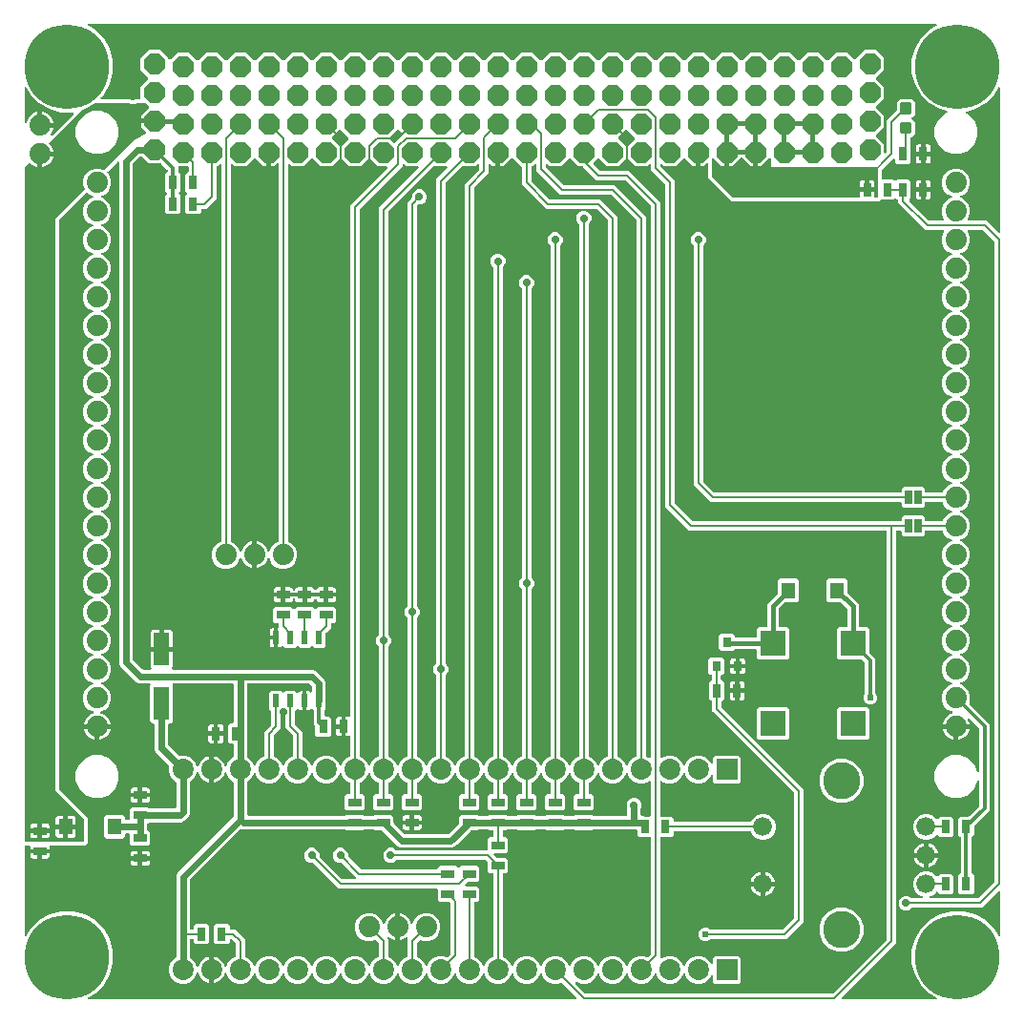
<source format=gtl>
G04 EAGLE Gerber RS-274X export*
G75*
%MOMM*%
%FSLAX34Y34*%
%LPD*%
%INTop Copper*%
%IPPOS*%
%AMOC8*
5,1,8,0,0,1.08239X$1,22.5*%
G01*
%ADD10R,1.200000X0.800000*%
%ADD11R,0.800000X1.200000*%
%ADD12R,1.270000X1.470000*%
%ADD13C,1.860400*%
%ADD14R,1.860400X1.860400*%
%ADD15C,1.879600*%
%ADD16P,2.034460X8X22.500000*%
%ADD17C,7.500000*%
%ADD18R,0.600000X1.200000*%
%ADD19R,1.400000X3.000000*%
%ADD20C,0.300000*%
%ADD21C,1.676400*%
%ADD22C,3.302000*%
%ADD23R,0.635000X1.270000*%
%ADD24R,0.800000X0.900000*%
%ADD25R,2.300000X2.300000*%
%ADD26C,0.704000*%
%ADD27C,0.203200*%
%ADD28C,0.406400*%
%ADD29C,0.609600*%
%ADD30C,0.304800*%
%ADD31C,0.604000*%

G36*
X728232Y16777D02*
X728232Y16777D01*
X728320Y16780D01*
X728372Y16797D01*
X728427Y16805D01*
X728507Y16840D01*
X728590Y16867D01*
X728630Y16895D01*
X728687Y16921D01*
X728800Y17017D01*
X728864Y17062D01*
X776688Y64886D01*
X776740Y64956D01*
X776800Y65020D01*
X776826Y65069D01*
X776859Y65114D01*
X776890Y65195D01*
X776930Y65273D01*
X776938Y65321D01*
X776960Y65379D01*
X776972Y65527D01*
X776985Y65604D01*
X776985Y426720D01*
X776977Y426778D01*
X776979Y426836D01*
X776957Y426918D01*
X776945Y427002D01*
X776922Y427055D01*
X776907Y427111D01*
X776864Y427184D01*
X776829Y427261D01*
X776791Y427306D01*
X776762Y427356D01*
X776700Y427414D01*
X776646Y427478D01*
X776597Y427510D01*
X776554Y427550D01*
X776479Y427589D01*
X776409Y427636D01*
X776353Y427653D01*
X776301Y427680D01*
X776233Y427691D01*
X776138Y427721D01*
X776038Y427724D01*
X775970Y427735D01*
X601566Y427735D01*
X598888Y430414D01*
X582814Y446488D01*
X580135Y449166D01*
X580135Y734496D01*
X580123Y734582D01*
X580120Y734670D01*
X580103Y734722D01*
X580095Y734777D01*
X580060Y734857D01*
X580033Y734940D01*
X580005Y734980D01*
X579979Y735037D01*
X579883Y735150D01*
X579873Y735165D01*
X579865Y735179D01*
X579860Y735183D01*
X579838Y735214D01*
X570114Y744938D01*
X570113Y744938D01*
X567435Y747616D01*
X567435Y751882D01*
X567431Y751911D01*
X567434Y751940D01*
X567411Y752051D01*
X567395Y752163D01*
X567383Y752190D01*
X567378Y752219D01*
X567325Y752320D01*
X567279Y752423D01*
X567260Y752445D01*
X567247Y752471D01*
X567169Y752553D01*
X567096Y752640D01*
X567071Y752656D01*
X567051Y752677D01*
X566953Y752735D01*
X566859Y752797D01*
X566831Y752806D01*
X566806Y752821D01*
X566696Y752849D01*
X566588Y752883D01*
X566558Y752884D01*
X566530Y752891D01*
X566417Y752888D01*
X566304Y752890D01*
X566275Y752883D01*
X566246Y752882D01*
X566138Y752847D01*
X566029Y752819D01*
X566003Y752804D01*
X565975Y752795D01*
X565912Y752749D01*
X565784Y752673D01*
X565741Y752628D01*
X565702Y752600D01*
X563956Y750853D01*
X553644Y750853D01*
X546818Y757680D01*
X546771Y757715D01*
X546731Y757757D01*
X546658Y757800D01*
X546591Y757851D01*
X546536Y757871D01*
X546486Y757901D01*
X546404Y757922D01*
X546325Y757952D01*
X546267Y757957D01*
X546210Y757971D01*
X546126Y757968D01*
X546042Y757975D01*
X545984Y757964D01*
X545926Y757962D01*
X545846Y757936D01*
X545763Y757920D01*
X545711Y757893D01*
X545655Y757875D01*
X545599Y757835D01*
X545511Y757789D01*
X545438Y757720D01*
X545382Y757680D01*
X538556Y750853D01*
X528244Y750853D01*
X521418Y757680D01*
X521371Y757715D01*
X521331Y757757D01*
X521258Y757800D01*
X521191Y757851D01*
X521136Y757871D01*
X521086Y757901D01*
X521004Y757922D01*
X520925Y757952D01*
X520867Y757957D01*
X520810Y757971D01*
X520726Y757968D01*
X520642Y757975D01*
X520584Y757964D01*
X520526Y757962D01*
X520446Y757936D01*
X520363Y757920D01*
X520311Y757893D01*
X520255Y757875D01*
X520199Y757835D01*
X520111Y757789D01*
X520038Y757720D01*
X519982Y757680D01*
X516568Y754266D01*
X516533Y754219D01*
X516491Y754179D01*
X516448Y754106D01*
X516397Y754039D01*
X516377Y753984D01*
X516347Y753934D01*
X516326Y753852D01*
X516296Y753773D01*
X516291Y753715D01*
X516277Y753658D01*
X516280Y753574D01*
X516273Y753490D01*
X516284Y753432D01*
X516286Y753374D01*
X516312Y753294D01*
X516328Y753211D01*
X516355Y753159D01*
X516373Y753104D01*
X516413Y753047D01*
X516459Y752959D01*
X516528Y752886D01*
X516568Y752830D01*
X522086Y747312D01*
X522156Y747260D01*
X522220Y747200D01*
X522269Y747174D01*
X522314Y747141D01*
X522395Y747110D01*
X522473Y747070D01*
X522521Y747062D01*
X522579Y747040D01*
X522727Y747028D01*
X522804Y747015D01*
X547784Y747015D01*
X575565Y719234D01*
X575565Y227182D01*
X575569Y227153D01*
X575566Y227124D01*
X575589Y227013D01*
X575605Y226901D01*
X575617Y226874D01*
X575622Y226845D01*
X575675Y226745D01*
X575721Y226641D01*
X575740Y226619D01*
X575753Y226593D01*
X575831Y226511D01*
X575904Y226424D01*
X575929Y226408D01*
X575949Y226387D01*
X576047Y226330D01*
X576141Y226267D01*
X576169Y226258D01*
X576195Y226243D01*
X576304Y226215D01*
X576412Y226181D01*
X576442Y226180D01*
X576470Y226173D01*
X576583Y226177D01*
X576696Y226174D01*
X576725Y226181D01*
X576754Y226182D01*
X576862Y226217D01*
X576971Y226246D01*
X576997Y226261D01*
X577025Y226270D01*
X577089Y226315D01*
X577130Y226340D01*
X581743Y228251D01*
X586657Y228251D01*
X591196Y226370D01*
X594670Y222896D01*
X595962Y219778D01*
X595977Y219753D01*
X595986Y219725D01*
X596049Y219631D01*
X596107Y219533D01*
X596128Y219513D01*
X596144Y219489D01*
X596231Y219416D01*
X596313Y219338D01*
X596339Y219325D01*
X596362Y219306D01*
X596465Y219260D01*
X596566Y219208D01*
X596595Y219202D01*
X596622Y219190D01*
X596734Y219175D01*
X596845Y219153D01*
X596874Y219155D01*
X596903Y219151D01*
X597015Y219167D01*
X597128Y219177D01*
X597155Y219188D01*
X597184Y219192D01*
X597288Y219238D01*
X597393Y219279D01*
X597417Y219297D01*
X597444Y219309D01*
X597530Y219382D01*
X597620Y219451D01*
X597638Y219474D01*
X597660Y219493D01*
X597702Y219560D01*
X597790Y219679D01*
X597812Y219737D01*
X597838Y219778D01*
X599130Y222896D01*
X602604Y226370D01*
X607143Y228251D01*
X612057Y228251D01*
X616596Y226370D01*
X620070Y222896D01*
X620696Y221386D01*
X620740Y221312D01*
X620775Y221233D01*
X620812Y221190D01*
X620841Y221141D01*
X620903Y221082D01*
X620959Y221016D01*
X621006Y220985D01*
X621047Y220946D01*
X621124Y220906D01*
X621195Y220859D01*
X621249Y220842D01*
X621300Y220816D01*
X621384Y220799D01*
X621466Y220773D01*
X621523Y220772D01*
X621579Y220761D01*
X621664Y220768D01*
X621750Y220766D01*
X621805Y220780D01*
X621862Y220785D01*
X621942Y220816D01*
X622025Y220838D01*
X622074Y220867D01*
X622127Y220887D01*
X622196Y220939D01*
X622270Y220983D01*
X622309Y221024D01*
X622354Y221059D01*
X622406Y221127D01*
X622464Y221190D01*
X622490Y221241D01*
X622524Y221286D01*
X622555Y221367D01*
X622594Y221443D01*
X622602Y221492D01*
X622625Y221552D01*
X622634Y221670D01*
X622635Y221674D01*
X622636Y221690D01*
X622636Y221697D01*
X622649Y221774D01*
X622649Y226465D01*
X624435Y228251D01*
X645565Y228251D01*
X647351Y226465D01*
X647351Y205335D01*
X645565Y203549D01*
X624435Y203549D01*
X622649Y205335D01*
X622649Y210026D01*
X622637Y210111D01*
X622635Y210197D01*
X622617Y210251D01*
X622609Y210307D01*
X622574Y210386D01*
X622548Y210467D01*
X622516Y210515D01*
X622493Y210567D01*
X622438Y210632D01*
X622390Y210704D01*
X622346Y210740D01*
X622310Y210784D01*
X622238Y210831D01*
X622172Y210887D01*
X622120Y210910D01*
X622073Y210941D01*
X621991Y210967D01*
X621912Y211002D01*
X621856Y211010D01*
X621802Y211027D01*
X621716Y211029D01*
X621631Y211041D01*
X621575Y211033D01*
X621518Y211034D01*
X621435Y211013D01*
X621350Y211000D01*
X621298Y210977D01*
X621243Y210962D01*
X621169Y210919D01*
X621090Y210883D01*
X621047Y210846D01*
X620998Y210817D01*
X620939Y210755D01*
X620874Y210699D01*
X620848Y210657D01*
X620804Y210610D01*
X620738Y210481D01*
X620696Y210414D01*
X620070Y208904D01*
X616596Y205430D01*
X612057Y203549D01*
X607143Y203549D01*
X602604Y205430D01*
X599130Y208904D01*
X597838Y212022D01*
X597823Y212047D01*
X597814Y212075D01*
X597751Y212169D01*
X597693Y212267D01*
X597672Y212287D01*
X597656Y212311D01*
X597569Y212384D01*
X597487Y212462D01*
X597461Y212475D01*
X597438Y212494D01*
X597335Y212540D01*
X597234Y212592D01*
X597205Y212598D01*
X597178Y212610D01*
X597066Y212625D01*
X596955Y212647D01*
X596926Y212645D01*
X596897Y212649D01*
X596785Y212633D01*
X596672Y212623D01*
X596645Y212612D01*
X596615Y212608D01*
X596512Y212561D01*
X596407Y212521D01*
X596383Y212503D01*
X596356Y212491D01*
X596270Y212417D01*
X596180Y212349D01*
X596162Y212326D01*
X596140Y212307D01*
X596098Y212240D01*
X596010Y212121D01*
X595988Y212063D01*
X595962Y212022D01*
X594670Y208904D01*
X591196Y205430D01*
X586657Y203549D01*
X581743Y203549D01*
X577135Y205458D01*
X577071Y205506D01*
X577043Y205517D01*
X577019Y205533D01*
X576911Y205567D01*
X576805Y205608D01*
X576776Y205610D01*
X576748Y205619D01*
X576635Y205622D01*
X576522Y205631D01*
X576493Y205625D01*
X576464Y205626D01*
X576354Y205598D01*
X576243Y205575D01*
X576217Y205562D01*
X576189Y205554D01*
X576091Y205497D01*
X575991Y205445D01*
X575970Y205424D01*
X575944Y205409D01*
X575867Y205327D01*
X575785Y205249D01*
X575770Y205223D01*
X575750Y205202D01*
X575698Y205101D01*
X575641Y205004D01*
X575634Y204975D01*
X575620Y204949D01*
X575607Y204871D01*
X575571Y204728D01*
X575573Y204665D01*
X575565Y204618D01*
X575565Y175164D01*
X575573Y175106D01*
X575571Y175048D01*
X575593Y174966D01*
X575605Y174882D01*
X575628Y174829D01*
X575643Y174773D01*
X575686Y174700D01*
X575721Y174623D01*
X575759Y174578D01*
X575788Y174528D01*
X575850Y174470D01*
X575904Y174406D01*
X575953Y174374D01*
X575996Y174334D01*
X576071Y174295D01*
X576141Y174248D01*
X576197Y174231D01*
X576249Y174204D01*
X576317Y174193D01*
X576412Y174163D01*
X576512Y174160D01*
X576580Y174149D01*
X585763Y174149D01*
X587549Y172363D01*
X587549Y170180D01*
X587557Y170122D01*
X587555Y170064D01*
X587577Y169982D01*
X587589Y169898D01*
X587612Y169845D01*
X587627Y169789D01*
X587670Y169716D01*
X587705Y169639D01*
X587743Y169594D01*
X587772Y169544D01*
X587834Y169486D01*
X587888Y169422D01*
X587937Y169390D01*
X587980Y169350D01*
X588055Y169311D01*
X588125Y169264D01*
X588181Y169247D01*
X588233Y169220D01*
X588301Y169209D01*
X588396Y169179D01*
X588496Y169176D01*
X588564Y169165D01*
X655383Y169165D01*
X655384Y169165D01*
X655386Y169165D01*
X655526Y169185D01*
X655664Y169205D01*
X655666Y169205D01*
X655667Y169205D01*
X655793Y169262D01*
X655924Y169321D01*
X655925Y169322D01*
X655926Y169323D01*
X656033Y169414D01*
X656141Y169504D01*
X656142Y169506D01*
X656143Y169507D01*
X656151Y169520D01*
X656298Y169741D01*
X656308Y169770D01*
X656321Y169791D01*
X657060Y171575D01*
X660275Y174790D01*
X664476Y176531D01*
X669024Y176531D01*
X673225Y174790D01*
X676440Y171575D01*
X678181Y167374D01*
X678181Y162826D01*
X676440Y158625D01*
X673225Y155410D01*
X669024Y153669D01*
X664476Y153669D01*
X660275Y155410D01*
X657060Y158625D01*
X656321Y160409D01*
X656320Y160410D01*
X656320Y160411D01*
X656249Y160530D01*
X656176Y160653D01*
X656175Y160654D01*
X656174Y160656D01*
X656070Y160753D01*
X655970Y160849D01*
X655968Y160849D01*
X655967Y160850D01*
X655841Y160915D01*
X655717Y160979D01*
X655715Y160979D01*
X655714Y160980D01*
X655699Y160982D01*
X655438Y161034D01*
X655407Y161031D01*
X655383Y161035D01*
X588564Y161035D01*
X588506Y161027D01*
X588448Y161029D01*
X588366Y161007D01*
X588282Y160995D01*
X588229Y160972D01*
X588173Y160957D01*
X588100Y160914D01*
X588023Y160879D01*
X587978Y160841D01*
X587928Y160812D01*
X587870Y160750D01*
X587806Y160696D01*
X587774Y160647D01*
X587734Y160604D01*
X587695Y160529D01*
X587648Y160459D01*
X587631Y160403D01*
X587604Y160351D01*
X587593Y160283D01*
X587563Y160188D01*
X587560Y160088D01*
X587549Y160020D01*
X587549Y157837D01*
X585763Y156051D01*
X576580Y156051D01*
X576522Y156043D01*
X576464Y156045D01*
X576382Y156023D01*
X576298Y156011D01*
X576245Y155988D01*
X576189Y155973D01*
X576116Y155930D01*
X576039Y155895D01*
X575994Y155857D01*
X575944Y155828D01*
X575886Y155766D01*
X575822Y155712D01*
X575790Y155663D01*
X575750Y155620D01*
X575711Y155545D01*
X575664Y155475D01*
X575647Y155419D01*
X575620Y155367D01*
X575609Y155299D01*
X575579Y155204D01*
X575576Y155104D01*
X575565Y155036D01*
X575565Y49382D01*
X575569Y49353D01*
X575566Y49324D01*
X575589Y49213D01*
X575605Y49101D01*
X575617Y49074D01*
X575622Y49045D01*
X575675Y48945D01*
X575721Y48841D01*
X575740Y48819D01*
X575753Y48793D01*
X575831Y48711D01*
X575904Y48624D01*
X575929Y48608D01*
X575949Y48587D01*
X576047Y48530D01*
X576141Y48467D01*
X576169Y48458D01*
X576195Y48443D01*
X576304Y48415D01*
X576412Y48381D01*
X576442Y48380D01*
X576470Y48373D01*
X576583Y48377D01*
X576696Y48374D01*
X576725Y48381D01*
X576754Y48382D01*
X576862Y48417D01*
X576971Y48446D01*
X576997Y48461D01*
X577025Y48470D01*
X577089Y48515D01*
X577130Y48540D01*
X581743Y50451D01*
X586657Y50451D01*
X591196Y48570D01*
X594670Y45096D01*
X595962Y41978D01*
X595977Y41953D01*
X595986Y41925D01*
X596049Y41831D01*
X596107Y41733D01*
X596128Y41713D01*
X596144Y41689D01*
X596231Y41616D01*
X596313Y41538D01*
X596339Y41525D01*
X596362Y41506D01*
X596465Y41460D01*
X596566Y41408D01*
X596595Y41402D01*
X596622Y41390D01*
X596734Y41375D01*
X596845Y41353D01*
X596874Y41355D01*
X596903Y41351D01*
X597015Y41367D01*
X597128Y41377D01*
X597155Y41388D01*
X597184Y41392D01*
X597288Y41438D01*
X597393Y41479D01*
X597417Y41497D01*
X597444Y41509D01*
X597530Y41582D01*
X597620Y41651D01*
X597638Y41674D01*
X597660Y41693D01*
X597702Y41760D01*
X597790Y41878D01*
X597812Y41937D01*
X597838Y41978D01*
X599130Y45096D01*
X602604Y48570D01*
X607143Y50451D01*
X612057Y50451D01*
X616596Y48570D01*
X620070Y45096D01*
X620696Y43586D01*
X620740Y43512D01*
X620775Y43433D01*
X620812Y43390D01*
X620841Y43341D01*
X620903Y43282D01*
X620959Y43216D01*
X621006Y43185D01*
X621047Y43146D01*
X621124Y43106D01*
X621195Y43059D01*
X621249Y43042D01*
X621300Y43016D01*
X621384Y42999D01*
X621466Y42973D01*
X621523Y42972D01*
X621579Y42961D01*
X621664Y42968D01*
X621750Y42966D01*
X621805Y42980D01*
X621862Y42985D01*
X621943Y43016D01*
X622025Y43038D01*
X622074Y43067D01*
X622127Y43087D01*
X622196Y43139D01*
X622270Y43183D01*
X622309Y43224D01*
X622354Y43259D01*
X622406Y43327D01*
X622464Y43390D01*
X622490Y43441D01*
X622524Y43486D01*
X622555Y43567D01*
X622594Y43643D01*
X622602Y43692D01*
X622625Y43752D01*
X622636Y43897D01*
X622649Y43974D01*
X622649Y48665D01*
X624435Y50451D01*
X645565Y50451D01*
X647351Y48665D01*
X647351Y27535D01*
X645565Y25749D01*
X624435Y25749D01*
X622649Y27535D01*
X622649Y32226D01*
X622637Y32311D01*
X622635Y32397D01*
X622617Y32451D01*
X622609Y32507D01*
X622574Y32586D01*
X622548Y32667D01*
X622516Y32715D01*
X622493Y32767D01*
X622438Y32832D01*
X622390Y32904D01*
X622346Y32940D01*
X622310Y32984D01*
X622238Y33031D01*
X622172Y33087D01*
X622120Y33110D01*
X622073Y33141D01*
X621991Y33167D01*
X621912Y33202D01*
X621856Y33210D01*
X621802Y33227D01*
X621716Y33229D01*
X621631Y33241D01*
X621575Y33233D01*
X621518Y33234D01*
X621435Y33213D01*
X621349Y33200D01*
X621298Y33177D01*
X621243Y33162D01*
X621169Y33119D01*
X621090Y33083D01*
X621047Y33046D01*
X620998Y33017D01*
X620939Y32955D01*
X620874Y32899D01*
X620848Y32857D01*
X620804Y32810D01*
X620738Y32681D01*
X620696Y32614D01*
X620070Y31104D01*
X616596Y27630D01*
X612057Y25749D01*
X607143Y25749D01*
X602604Y27630D01*
X599130Y31104D01*
X597838Y34222D01*
X597823Y34247D01*
X597814Y34275D01*
X597751Y34369D01*
X597693Y34467D01*
X597672Y34487D01*
X597656Y34511D01*
X597569Y34584D01*
X597487Y34662D01*
X597461Y34675D01*
X597438Y34694D01*
X597335Y34740D01*
X597234Y34792D01*
X597205Y34798D01*
X597178Y34810D01*
X597066Y34825D01*
X596955Y34847D01*
X596926Y34845D01*
X596897Y34849D01*
X596785Y34833D01*
X596672Y34823D01*
X596645Y34812D01*
X596615Y34808D01*
X596512Y34762D01*
X596407Y34721D01*
X596383Y34703D01*
X596356Y34691D01*
X596270Y34618D01*
X596180Y34549D01*
X596162Y34526D01*
X596140Y34507D01*
X596098Y34440D01*
X596010Y34321D01*
X595988Y34263D01*
X595962Y34222D01*
X594670Y31104D01*
X591196Y27630D01*
X586657Y25749D01*
X581743Y25749D01*
X577204Y27630D01*
X573730Y31104D01*
X572438Y34222D01*
X572423Y34247D01*
X572414Y34275D01*
X572351Y34369D01*
X572293Y34467D01*
X572272Y34487D01*
X572256Y34511D01*
X572169Y34584D01*
X572087Y34662D01*
X572061Y34675D01*
X572038Y34694D01*
X571935Y34740D01*
X571834Y34792D01*
X571805Y34798D01*
X571778Y34810D01*
X571666Y34825D01*
X571555Y34847D01*
X571526Y34845D01*
X571497Y34849D01*
X571385Y34833D01*
X571272Y34823D01*
X571245Y34812D01*
X571215Y34808D01*
X571112Y34762D01*
X571007Y34721D01*
X570983Y34703D01*
X570956Y34691D01*
X570870Y34618D01*
X570780Y34549D01*
X570762Y34526D01*
X570740Y34507D01*
X570698Y34440D01*
X570610Y34321D01*
X570588Y34263D01*
X570562Y34222D01*
X569270Y31104D01*
X565796Y27630D01*
X561257Y25749D01*
X556343Y25749D01*
X551804Y27630D01*
X548330Y31104D01*
X547038Y34222D01*
X547023Y34247D01*
X547014Y34275D01*
X546951Y34369D01*
X546893Y34467D01*
X546872Y34487D01*
X546856Y34511D01*
X546769Y34584D01*
X546687Y34662D01*
X546661Y34675D01*
X546638Y34694D01*
X546535Y34740D01*
X546434Y34792D01*
X546405Y34798D01*
X546378Y34810D01*
X546266Y34825D01*
X546155Y34847D01*
X546126Y34845D01*
X546097Y34849D01*
X545985Y34833D01*
X545872Y34823D01*
X545845Y34812D01*
X545815Y34808D01*
X545712Y34762D01*
X545607Y34721D01*
X545583Y34703D01*
X545556Y34691D01*
X545470Y34618D01*
X545380Y34549D01*
X545362Y34526D01*
X545340Y34507D01*
X545298Y34440D01*
X545210Y34321D01*
X545188Y34263D01*
X545162Y34222D01*
X543870Y31104D01*
X540396Y27630D01*
X535857Y25749D01*
X530943Y25749D01*
X526404Y27630D01*
X522930Y31104D01*
X521638Y34222D01*
X521623Y34247D01*
X521614Y34275D01*
X521551Y34369D01*
X521493Y34467D01*
X521472Y34487D01*
X521456Y34511D01*
X521369Y34584D01*
X521287Y34662D01*
X521261Y34675D01*
X521238Y34694D01*
X521135Y34740D01*
X521034Y34792D01*
X521005Y34798D01*
X520978Y34810D01*
X520866Y34825D01*
X520755Y34847D01*
X520726Y34845D01*
X520697Y34849D01*
X520585Y34833D01*
X520472Y34823D01*
X520445Y34812D01*
X520415Y34808D01*
X520312Y34762D01*
X520207Y34721D01*
X520183Y34703D01*
X520156Y34691D01*
X520070Y34618D01*
X519980Y34549D01*
X519962Y34526D01*
X519940Y34507D01*
X519898Y34440D01*
X519810Y34321D01*
X519788Y34263D01*
X519762Y34222D01*
X518470Y31104D01*
X514996Y27630D01*
X510457Y25749D01*
X505543Y25749D01*
X501989Y27221D01*
X501906Y27243D01*
X501826Y27273D01*
X501769Y27278D01*
X501714Y27292D01*
X501628Y27290D01*
X501542Y27297D01*
X501487Y27286D01*
X501430Y27284D01*
X501348Y27258D01*
X501264Y27241D01*
X501213Y27215D01*
X501159Y27198D01*
X501088Y27150D01*
X501011Y27110D01*
X500970Y27071D01*
X500923Y27039D01*
X500868Y26973D01*
X500805Y26914D01*
X500777Y26865D01*
X500740Y26822D01*
X500705Y26743D01*
X500662Y26669D01*
X500648Y26614D01*
X500624Y26562D01*
X500613Y26477D01*
X500591Y26394D01*
X500593Y26337D01*
X500585Y26280D01*
X500598Y26195D01*
X500601Y26109D01*
X500618Y26055D01*
X500626Y25999D01*
X500662Y25921D01*
X500688Y25839D01*
X500717Y25799D01*
X500743Y25740D01*
X500837Y25629D01*
X500883Y25566D01*
X509386Y17062D01*
X509456Y17010D01*
X509520Y16950D01*
X509569Y16924D01*
X509614Y16891D01*
X509695Y16860D01*
X509773Y16820D01*
X509821Y16812D01*
X509879Y16790D01*
X510027Y16778D01*
X510104Y16765D01*
X728146Y16765D01*
X728232Y16777D01*
G37*
G36*
X266815Y219167D02*
X266815Y219167D01*
X266928Y219177D01*
X266955Y219188D01*
X266984Y219192D01*
X267088Y219238D01*
X267193Y219279D01*
X267217Y219297D01*
X267244Y219309D01*
X267330Y219382D01*
X267420Y219451D01*
X267438Y219474D01*
X267460Y219493D01*
X267502Y219560D01*
X267590Y219678D01*
X267612Y219737D01*
X267638Y219778D01*
X268930Y222896D01*
X272404Y226370D01*
X276943Y228251D01*
X281857Y228251D01*
X286396Y226370D01*
X289870Y222896D01*
X291162Y219778D01*
X291177Y219753D01*
X291186Y219725D01*
X291249Y219631D01*
X291307Y219533D01*
X291328Y219513D01*
X291344Y219489D01*
X291431Y219416D01*
X291513Y219338D01*
X291539Y219325D01*
X291562Y219306D01*
X291665Y219260D01*
X291766Y219208D01*
X291795Y219202D01*
X291822Y219190D01*
X291934Y219175D01*
X292045Y219153D01*
X292074Y219155D01*
X292103Y219151D01*
X292215Y219167D01*
X292328Y219177D01*
X292355Y219188D01*
X292385Y219192D01*
X292488Y219239D01*
X292593Y219279D01*
X292617Y219297D01*
X292644Y219309D01*
X292730Y219383D01*
X292820Y219451D01*
X292838Y219474D01*
X292860Y219493D01*
X292902Y219560D01*
X292990Y219679D01*
X293012Y219737D01*
X293038Y219778D01*
X294330Y222896D01*
X297804Y226370D01*
X300109Y227325D01*
X300110Y227326D01*
X300111Y227326D01*
X300228Y227396D01*
X300353Y227470D01*
X300354Y227471D01*
X300356Y227472D01*
X300453Y227575D01*
X300549Y227676D01*
X300549Y227678D01*
X300550Y227679D01*
X300613Y227802D01*
X300679Y227929D01*
X300679Y227931D01*
X300680Y227932D01*
X300682Y227947D01*
X300734Y228208D01*
X300731Y228238D01*
X300735Y228263D01*
X300735Y244579D01*
X300728Y244627D01*
X300731Y244676D01*
X300709Y244767D01*
X300695Y244860D01*
X300676Y244905D01*
X300664Y244952D01*
X300618Y245034D01*
X300579Y245119D01*
X300548Y245157D01*
X300524Y245199D01*
X300456Y245265D01*
X300396Y245336D01*
X300355Y245363D01*
X300320Y245398D01*
X300237Y245442D01*
X300159Y245494D01*
X300112Y245509D01*
X300069Y245532D01*
X299977Y245551D01*
X299888Y245580D01*
X299839Y245581D01*
X299791Y245591D01*
X299717Y245584D01*
X299604Y245587D01*
X299520Y245565D01*
X299457Y245559D01*
X299084Y245459D01*
X296749Y245459D01*
X296749Y253016D01*
X296741Y253074D01*
X296743Y253132D01*
X296721Y253214D01*
X296709Y253297D01*
X296686Y253351D01*
X296671Y253407D01*
X296628Y253480D01*
X296593Y253557D01*
X296555Y253601D01*
X296526Y253652D01*
X296464Y253709D01*
X296410Y253774D01*
X296361Y253806D01*
X296318Y253846D01*
X296243Y253885D01*
X296173Y253931D01*
X296117Y253949D01*
X296065Y253976D01*
X295997Y253987D01*
X295955Y254000D01*
X296016Y254009D01*
X296069Y254033D01*
X296125Y254047D01*
X296198Y254091D01*
X296275Y254125D01*
X296320Y254163D01*
X296370Y254193D01*
X296428Y254254D01*
X296492Y254309D01*
X296524Y254357D01*
X296564Y254400D01*
X296603Y254475D01*
X296650Y254545D01*
X296667Y254601D01*
X296694Y254653D01*
X296705Y254721D01*
X296735Y254816D01*
X296738Y254916D01*
X296749Y254984D01*
X296749Y262541D01*
X299084Y262541D01*
X299457Y262441D01*
X299506Y262435D01*
X299552Y262420D01*
X299646Y262418D01*
X299739Y262406D01*
X299788Y262414D01*
X299836Y262413D01*
X299927Y262437D01*
X300020Y262452D01*
X300064Y262472D01*
X300111Y262485D01*
X300192Y262533D01*
X300277Y262573D01*
X300314Y262605D01*
X300356Y262630D01*
X300420Y262699D01*
X300491Y262761D01*
X300517Y262802D01*
X300550Y262837D01*
X300593Y262921D01*
X300644Y263000D01*
X300658Y263047D01*
X300680Y263090D01*
X300692Y263164D01*
X300724Y263273D01*
X300725Y263360D01*
X300735Y263421D01*
X300735Y716351D01*
X303414Y719029D01*
X333505Y749120D01*
X333522Y749144D01*
X333545Y749163D01*
X333608Y749257D01*
X333676Y749347D01*
X333686Y749375D01*
X333702Y749399D01*
X333737Y749507D01*
X333777Y749613D01*
X333779Y749642D01*
X333788Y749670D01*
X333791Y749784D01*
X333800Y749896D01*
X333795Y749925D01*
X333795Y749954D01*
X333767Y750064D01*
X333744Y750175D01*
X333731Y750201D01*
X333724Y750229D01*
X333666Y750327D01*
X333613Y750427D01*
X333593Y750449D01*
X333578Y750474D01*
X333496Y750551D01*
X333418Y750633D01*
X333392Y750648D01*
X333371Y750668D01*
X333270Y750720D01*
X333172Y750777D01*
X333144Y750784D01*
X333118Y750798D01*
X333040Y750811D01*
X332897Y750847D01*
X332834Y750845D01*
X332787Y750853D01*
X325044Y750853D01*
X318218Y757680D01*
X318171Y757715D01*
X318131Y757757D01*
X318058Y757800D01*
X317991Y757851D01*
X317936Y757871D01*
X317886Y757901D01*
X317804Y757922D01*
X317725Y757952D01*
X317667Y757957D01*
X317610Y757971D01*
X317526Y757968D01*
X317442Y757975D01*
X317384Y757964D01*
X317326Y757962D01*
X317246Y757936D01*
X317163Y757920D01*
X317111Y757893D01*
X317055Y757875D01*
X316999Y757835D01*
X316911Y757789D01*
X316838Y757720D01*
X316782Y757680D01*
X309956Y750853D01*
X299644Y750853D01*
X292818Y757680D01*
X292771Y757715D01*
X292731Y757757D01*
X292658Y757800D01*
X292591Y757851D01*
X292536Y757871D01*
X292486Y757901D01*
X292404Y757922D01*
X292325Y757952D01*
X292267Y757957D01*
X292210Y757971D01*
X292126Y757968D01*
X292042Y757975D01*
X291984Y757964D01*
X291926Y757962D01*
X291846Y757936D01*
X291763Y757920D01*
X291711Y757893D01*
X291655Y757875D01*
X291599Y757835D01*
X291511Y757789D01*
X291438Y757720D01*
X291382Y757680D01*
X284556Y750853D01*
X274244Y750853D01*
X267418Y757680D01*
X267371Y757715D01*
X267331Y757757D01*
X267258Y757800D01*
X267191Y757851D01*
X267136Y757871D01*
X267086Y757901D01*
X267004Y757922D01*
X266925Y757952D01*
X266867Y757957D01*
X266810Y757971D01*
X266726Y757968D01*
X266642Y757975D01*
X266584Y757964D01*
X266526Y757962D01*
X266446Y757936D01*
X266363Y757920D01*
X266311Y757893D01*
X266255Y757875D01*
X266199Y757835D01*
X266111Y757789D01*
X266038Y757720D01*
X265982Y757680D01*
X259156Y750853D01*
X248844Y750853D01*
X247098Y752600D01*
X247074Y752617D01*
X247055Y752640D01*
X246961Y752703D01*
X246871Y752771D01*
X246843Y752781D01*
X246819Y752797D01*
X246711Y752832D01*
X246605Y752872D01*
X246576Y752874D01*
X246548Y752883D01*
X246434Y752886D01*
X246322Y752895D01*
X246293Y752890D01*
X246264Y752890D01*
X246154Y752862D01*
X246043Y752840D01*
X246017Y752826D01*
X245989Y752819D01*
X245891Y752761D01*
X245791Y752709D01*
X245769Y752688D01*
X245744Y752673D01*
X245667Y752591D01*
X245585Y752513D01*
X245570Y752487D01*
X245550Y752466D01*
X245498Y752365D01*
X245441Y752268D01*
X245434Y752239D01*
X245420Y752213D01*
X245407Y752136D01*
X245371Y751992D01*
X245373Y751930D01*
X245365Y751882D01*
X245365Y418867D01*
X245365Y418865D01*
X245365Y418864D01*
X245385Y418725D01*
X245405Y418585D01*
X245405Y418584D01*
X245405Y418582D01*
X245465Y418450D01*
X245521Y418326D01*
X245522Y418325D01*
X245523Y418323D01*
X245614Y418216D01*
X245704Y418109D01*
X245706Y418108D01*
X245707Y418107D01*
X245720Y418099D01*
X245941Y417951D01*
X245970Y417942D01*
X245991Y417929D01*
X248351Y416952D01*
X251852Y413451D01*
X253747Y408876D01*
X253747Y403924D01*
X251852Y399349D01*
X248351Y395848D01*
X243776Y393953D01*
X238824Y393953D01*
X234249Y395848D01*
X230748Y399349D01*
X229231Y403011D01*
X229196Y403071D01*
X229170Y403135D01*
X229124Y403193D01*
X229087Y403256D01*
X229037Y403304D01*
X228994Y403358D01*
X228934Y403401D01*
X228880Y403451D01*
X228819Y403483D01*
X228762Y403523D01*
X228693Y403548D01*
X228627Y403582D01*
X228560Y403595D01*
X228494Y403618D01*
X228421Y403622D01*
X228348Y403637D01*
X228280Y403631D01*
X228211Y403635D01*
X228139Y403619D01*
X228065Y403612D01*
X228001Y403587D01*
X227933Y403572D01*
X227869Y403537D01*
X227800Y403510D01*
X227745Y403469D01*
X227684Y403435D01*
X227632Y403383D01*
X227573Y403339D01*
X227532Y403283D01*
X227483Y403234D01*
X227454Y403179D01*
X227403Y403111D01*
X227363Y403006D01*
X227356Y402995D01*
X227353Y402985D01*
X227328Y402937D01*
X226964Y401817D01*
X226111Y400143D01*
X225006Y398622D01*
X223678Y397294D01*
X222157Y396189D01*
X220483Y395336D01*
X218696Y394755D01*
X217931Y394634D01*
X217931Y405384D01*
X217923Y405442D01*
X217925Y405500D01*
X217903Y405582D01*
X217891Y405665D01*
X217867Y405719D01*
X217853Y405775D01*
X217810Y405848D01*
X217775Y405925D01*
X217737Y405969D01*
X217707Y406020D01*
X217646Y406077D01*
X217591Y406142D01*
X217543Y406174D01*
X217500Y406214D01*
X217425Y406253D01*
X217355Y406299D01*
X217299Y406317D01*
X217247Y406344D01*
X217179Y406355D01*
X217084Y406385D01*
X216984Y406388D01*
X216916Y406399D01*
X214884Y406399D01*
X214826Y406391D01*
X214768Y406392D01*
X214686Y406371D01*
X214603Y406359D01*
X214549Y406335D01*
X214493Y406321D01*
X214420Y406278D01*
X214343Y406243D01*
X214298Y406205D01*
X214248Y406175D01*
X214190Y406114D01*
X214126Y406059D01*
X214094Y406011D01*
X214054Y405968D01*
X214015Y405893D01*
X213969Y405823D01*
X213951Y405767D01*
X213924Y405715D01*
X213913Y405647D01*
X213883Y405552D01*
X213880Y405452D01*
X213869Y405384D01*
X213869Y394634D01*
X213104Y394755D01*
X211317Y395336D01*
X209643Y396189D01*
X208122Y397294D01*
X206794Y398622D01*
X205689Y400143D01*
X204836Y401817D01*
X204472Y402937D01*
X204442Y402999D01*
X204421Y403065D01*
X204380Y403126D01*
X204347Y403192D01*
X204301Y403243D01*
X204262Y403301D01*
X204206Y403348D01*
X204157Y403403D01*
X204098Y403439D01*
X204045Y403484D01*
X203978Y403514D01*
X203915Y403553D01*
X203848Y403571D01*
X203785Y403599D01*
X203712Y403609D01*
X203641Y403629D01*
X203572Y403629D01*
X203503Y403638D01*
X203431Y403628D01*
X203357Y403627D01*
X203290Y403607D01*
X203222Y403598D01*
X203155Y403567D01*
X203084Y403546D01*
X203026Y403509D01*
X202963Y403480D01*
X202907Y403433D01*
X202845Y403393D01*
X202799Y403341D01*
X202747Y403296D01*
X202714Y403243D01*
X202657Y403179D01*
X202608Y403075D01*
X202569Y403011D01*
X201052Y399349D01*
X197551Y395848D01*
X192976Y393953D01*
X188024Y393953D01*
X183449Y395848D01*
X179948Y399349D01*
X178053Y403924D01*
X178053Y408876D01*
X179948Y413451D01*
X183449Y416952D01*
X185809Y417929D01*
X185810Y417930D01*
X185811Y417930D01*
X185928Y417999D01*
X186053Y418073D01*
X186054Y418075D01*
X186056Y418075D01*
X186150Y418176D01*
X186249Y418280D01*
X186249Y418282D01*
X186250Y418283D01*
X186315Y418409D01*
X186379Y418533D01*
X186379Y418534D01*
X186380Y418536D01*
X186382Y418551D01*
X186434Y418812D01*
X186431Y418842D01*
X186435Y418867D01*
X186435Y751882D01*
X186431Y751911D01*
X186434Y751940D01*
X186411Y752051D01*
X186395Y752163D01*
X186383Y752190D01*
X186378Y752219D01*
X186325Y752320D01*
X186279Y752423D01*
X186260Y752445D01*
X186247Y752471D01*
X186169Y752553D01*
X186096Y752640D01*
X186071Y752656D01*
X186051Y752677D01*
X185953Y752735D01*
X185859Y752797D01*
X185831Y752806D01*
X185806Y752821D01*
X185696Y752849D01*
X185588Y752883D01*
X185558Y752884D01*
X185530Y752891D01*
X185417Y752888D01*
X185304Y752890D01*
X185275Y752883D01*
X185246Y752882D01*
X185138Y752847D01*
X185029Y752819D01*
X185003Y752804D01*
X184975Y752795D01*
X184912Y752749D01*
X184784Y752673D01*
X184741Y752628D01*
X184702Y752600D01*
X182956Y750853D01*
X182880Y750853D01*
X182822Y750845D01*
X182764Y750847D01*
X182682Y750825D01*
X182598Y750813D01*
X182545Y750790D01*
X182489Y750775D01*
X182416Y750732D01*
X182339Y750697D01*
X182294Y750659D01*
X182244Y750630D01*
X182186Y750568D01*
X182122Y750514D01*
X182090Y750465D01*
X182050Y750422D01*
X182011Y750347D01*
X181964Y750277D01*
X181947Y750221D01*
X181920Y750169D01*
X181909Y750101D01*
X181879Y750006D01*
X181876Y749906D01*
X181865Y749838D01*
X181865Y722216D01*
X173134Y713485D01*
X169464Y713485D01*
X169406Y713477D01*
X169348Y713479D01*
X169266Y713457D01*
X169182Y713445D01*
X169129Y713422D01*
X169073Y713407D01*
X169000Y713364D01*
X168923Y713329D01*
X168878Y713291D01*
X168828Y713262D01*
X168770Y713200D01*
X168706Y713146D01*
X168674Y713097D01*
X168634Y713054D01*
X168595Y712979D01*
X168548Y712909D01*
X168531Y712853D01*
X168504Y712801D01*
X168493Y712733D01*
X168463Y712638D01*
X168460Y712538D01*
X168449Y712470D01*
X168449Y710287D01*
X166663Y708501D01*
X156137Y708501D01*
X154351Y710287D01*
X154351Y724813D01*
X155896Y726357D01*
X155931Y726404D01*
X155973Y726444D01*
X156016Y726517D01*
X156066Y726584D01*
X156087Y726639D01*
X156117Y726689D01*
X156138Y726771D01*
X156168Y726850D01*
X156173Y726908D01*
X156187Y726965D01*
X156184Y727049D01*
X156191Y727133D01*
X156180Y727191D01*
X156178Y727249D01*
X156152Y727329D01*
X156135Y727412D01*
X156108Y727464D01*
X156090Y727520D01*
X156050Y727576D01*
X156004Y727664D01*
X155936Y727737D01*
X155896Y727793D01*
X154351Y729337D01*
X154351Y743863D01*
X156137Y745649D01*
X156320Y745649D01*
X156378Y745657D01*
X156436Y745655D01*
X156518Y745677D01*
X156602Y745689D01*
X156655Y745712D01*
X156711Y745727D01*
X156784Y745770D01*
X156861Y745805D01*
X156906Y745843D01*
X156956Y745872D01*
X157014Y745934D01*
X157078Y745988D01*
X157110Y746037D01*
X157150Y746080D01*
X157189Y746155D01*
X157236Y746225D01*
X157253Y746281D01*
X157280Y746333D01*
X157291Y746401D01*
X157321Y746496D01*
X157324Y746596D01*
X157335Y746664D01*
X157335Y749838D01*
X157329Y749886D01*
X157329Y749888D01*
X157328Y749891D01*
X157327Y749896D01*
X157329Y749954D01*
X157307Y750036D01*
X157295Y750120D01*
X157272Y750173D01*
X157257Y750229D01*
X157214Y750302D01*
X157179Y750379D01*
X157141Y750424D01*
X157112Y750474D01*
X157050Y750532D01*
X156996Y750596D01*
X156947Y750628D01*
X156904Y750668D01*
X156829Y750707D01*
X156759Y750754D01*
X156703Y750771D01*
X156651Y750798D01*
X156583Y750809D01*
X156488Y750839D01*
X156388Y750842D01*
X156320Y750853D01*
X148988Y750853D01*
X148930Y750845D01*
X148872Y750847D01*
X148790Y750825D01*
X148706Y750813D01*
X148653Y750790D01*
X148597Y750775D01*
X148524Y750732D01*
X148447Y750697D01*
X148402Y750659D01*
X148352Y750630D01*
X148294Y750568D01*
X148230Y750514D01*
X148198Y750465D01*
X148158Y750422D01*
X148119Y750347D01*
X148072Y750277D01*
X148055Y750221D01*
X148028Y750169D01*
X148017Y750101D01*
X147987Y750006D01*
X147984Y749906D01*
X147973Y749838D01*
X147973Y746664D01*
X147980Y746616D01*
X147979Y746609D01*
X147981Y746604D01*
X147979Y746548D01*
X148001Y746466D01*
X148013Y746382D01*
X148036Y746329D01*
X148051Y746273D01*
X148094Y746200D01*
X148129Y746123D01*
X148167Y746078D01*
X148196Y746028D01*
X148258Y745970D01*
X148312Y745906D01*
X148361Y745874D01*
X148404Y745834D01*
X148479Y745795D01*
X148549Y745748D01*
X148570Y745742D01*
X150449Y743863D01*
X150449Y729337D01*
X148904Y727793D01*
X148869Y727746D01*
X148827Y727706D01*
X148784Y727633D01*
X148734Y727566D01*
X148713Y727511D01*
X148683Y727461D01*
X148662Y727379D01*
X148632Y727300D01*
X148627Y727242D01*
X148613Y727185D01*
X148616Y727101D01*
X148609Y727017D01*
X148620Y726959D01*
X148622Y726901D01*
X148648Y726821D01*
X148665Y726738D01*
X148692Y726686D01*
X148710Y726630D01*
X148750Y726574D01*
X148796Y726486D01*
X148864Y726413D01*
X148904Y726357D01*
X150449Y724813D01*
X150449Y710287D01*
X148663Y708501D01*
X138137Y708501D01*
X136351Y710287D01*
X136351Y724813D01*
X137896Y726357D01*
X137931Y726404D01*
X137973Y726444D01*
X138016Y726517D01*
X138066Y726584D01*
X138087Y726639D01*
X138117Y726689D01*
X138138Y726771D01*
X138168Y726850D01*
X138173Y726908D01*
X138187Y726965D01*
X138184Y727049D01*
X138191Y727133D01*
X138180Y727191D01*
X138178Y727249D01*
X138152Y727329D01*
X138135Y727412D01*
X138108Y727464D01*
X138090Y727520D01*
X138050Y727576D01*
X138004Y727664D01*
X137936Y727737D01*
X137896Y727793D01*
X136351Y729337D01*
X136351Y743863D01*
X138234Y745745D01*
X138276Y745770D01*
X138353Y745805D01*
X138398Y745843D01*
X138448Y745872D01*
X138506Y745934D01*
X138570Y745988D01*
X138602Y746037D01*
X138642Y746080D01*
X138681Y746155D01*
X138728Y746225D01*
X138745Y746281D01*
X138772Y746333D01*
X138783Y746401D01*
X138813Y746496D01*
X138816Y746596D01*
X138827Y746664D01*
X138827Y747125D01*
X138815Y747212D01*
X138812Y747299D01*
X138795Y747352D01*
X138787Y747407D01*
X138752Y747487D01*
X138725Y747570D01*
X138697Y747609D01*
X138671Y747666D01*
X138575Y747780D01*
X138530Y747843D01*
X133277Y753096D01*
X133207Y753148D01*
X133144Y753208D01*
X133094Y753234D01*
X133050Y753267D01*
X132968Y753298D01*
X132890Y753338D01*
X132843Y753346D01*
X132784Y753368D01*
X132637Y753380D01*
X132559Y753393D01*
X121844Y753393D01*
X115792Y759446D01*
X115722Y759498D01*
X115658Y759558D01*
X115609Y759584D01*
X115565Y759617D01*
X115483Y759648D01*
X115405Y759688D01*
X115357Y759696D01*
X115299Y759718D01*
X115151Y759730D01*
X115074Y759743D01*
X114736Y759743D01*
X114649Y759731D01*
X114562Y759728D01*
X114509Y759711D01*
X114454Y759703D01*
X114375Y759668D01*
X114291Y759641D01*
X114252Y759613D01*
X114195Y759587D01*
X114082Y759491D01*
X114018Y759446D01*
X107994Y753422D01*
X107942Y753352D01*
X107882Y753288D01*
X107856Y753239D01*
X107823Y753195D01*
X107792Y753113D01*
X107752Y753035D01*
X107744Y752988D01*
X107722Y752929D01*
X107710Y752781D01*
X107697Y752704D01*
X107697Y314096D01*
X107709Y314009D01*
X107712Y313922D01*
X107729Y313869D01*
X107737Y313814D01*
X107772Y313735D01*
X107799Y313651D01*
X107827Y313612D01*
X107853Y313555D01*
X107949Y313442D01*
X107994Y313378D01*
X116528Y304844D01*
X116598Y304792D01*
X116662Y304732D01*
X116711Y304706D01*
X116755Y304673D01*
X116837Y304642D01*
X116915Y304602D01*
X116962Y304594D01*
X117021Y304572D01*
X117169Y304560D01*
X117246Y304547D01*
X123334Y304547D01*
X123373Y304552D01*
X123412Y304550D01*
X123513Y304572D01*
X123615Y304587D01*
X123651Y304603D01*
X123689Y304611D01*
X123780Y304660D01*
X123875Y304703D01*
X123905Y304728D01*
X123939Y304747D01*
X124013Y304820D01*
X124092Y304886D01*
X124114Y304919D01*
X124141Y304946D01*
X124192Y305037D01*
X124249Y305123D01*
X124261Y305160D01*
X124280Y305194D01*
X124304Y305295D01*
X124335Y305394D01*
X124336Y305433D01*
X124345Y305471D01*
X124340Y305575D01*
X124343Y305678D01*
X124333Y305716D01*
X124331Y305755D01*
X124303Y305828D01*
X124271Y305953D01*
X124233Y306017D01*
X124213Y306070D01*
X123982Y306469D01*
X123809Y307116D01*
X123809Y320419D01*
X132334Y320419D01*
X132392Y320427D01*
X132450Y320425D01*
X132532Y320447D01*
X132615Y320459D01*
X132669Y320483D01*
X132725Y320497D01*
X132798Y320540D01*
X132875Y320575D01*
X132919Y320613D01*
X132970Y320643D01*
X133027Y320704D01*
X133092Y320759D01*
X133124Y320807D01*
X133164Y320850D01*
X133203Y320925D01*
X133249Y320995D01*
X133267Y321051D01*
X133294Y321103D01*
X133305Y321171D01*
X133335Y321266D01*
X133338Y321366D01*
X133349Y321434D01*
X133349Y322451D01*
X133351Y322451D01*
X133351Y321434D01*
X133359Y321376D01*
X133358Y321318D01*
X133379Y321236D01*
X133391Y321153D01*
X133415Y321099D01*
X133429Y321043D01*
X133472Y320970D01*
X133507Y320893D01*
X133545Y320848D01*
X133575Y320798D01*
X133636Y320740D01*
X133691Y320676D01*
X133739Y320644D01*
X133782Y320604D01*
X133857Y320565D01*
X133927Y320519D01*
X133983Y320501D01*
X134035Y320474D01*
X134103Y320463D01*
X134198Y320433D01*
X134298Y320430D01*
X134366Y320419D01*
X142891Y320419D01*
X142891Y307116D01*
X142718Y306469D01*
X142487Y306070D01*
X142472Y306033D01*
X142451Y306001D01*
X142419Y305902D01*
X142381Y305806D01*
X142377Y305767D01*
X142365Y305730D01*
X142362Y305626D01*
X142352Y305523D01*
X142358Y305485D01*
X142357Y305446D01*
X142384Y305345D01*
X142402Y305243D01*
X142419Y305208D01*
X142429Y305171D01*
X142482Y305082D01*
X142528Y304989D01*
X142555Y304960D01*
X142575Y304926D01*
X142650Y304855D01*
X142720Y304779D01*
X142753Y304758D01*
X142782Y304732D01*
X142874Y304684D01*
X142962Y304630D01*
X143000Y304620D01*
X143035Y304602D01*
X143112Y304589D01*
X143237Y304555D01*
X143311Y304556D01*
X143366Y304547D01*
X267913Y304547D01*
X270154Y303619D01*
X278219Y295554D01*
X279147Y293313D01*
X279147Y275556D01*
X279141Y275523D01*
X279105Y275383D01*
X279107Y275318D01*
X279099Y275269D01*
X279099Y269537D01*
X277920Y268359D01*
X277868Y268289D01*
X277808Y268225D01*
X277782Y268176D01*
X277749Y268131D01*
X277718Y268050D01*
X277678Y267972D01*
X277670Y267924D01*
X277648Y267866D01*
X277636Y267718D01*
X277623Y267641D01*
X277623Y264064D01*
X277631Y264006D01*
X277629Y263948D01*
X277651Y263866D01*
X277663Y263782D01*
X277686Y263729D01*
X277701Y263673D01*
X277744Y263600D01*
X277779Y263523D01*
X277817Y263478D01*
X277846Y263428D01*
X277908Y263370D01*
X277962Y263306D01*
X278011Y263274D01*
X278054Y263234D01*
X278129Y263195D01*
X278199Y263148D01*
X278255Y263131D01*
X278307Y263104D01*
X278375Y263093D01*
X278470Y263063D01*
X278570Y263060D01*
X278638Y263049D01*
X282013Y263049D01*
X283799Y261263D01*
X283799Y246737D01*
X282013Y244951D01*
X271487Y244951D01*
X269701Y246737D01*
X269701Y254161D01*
X269689Y254248D01*
X269686Y254335D01*
X269669Y254388D01*
X269661Y254443D01*
X269626Y254523D01*
X269599Y254606D01*
X269571Y254645D01*
X269545Y254702D01*
X269449Y254815D01*
X269404Y254879D01*
X268477Y255806D01*
X268477Y267641D01*
X268465Y267727D01*
X268462Y267815D01*
X268445Y267867D01*
X268437Y267922D01*
X268402Y268002D01*
X268375Y268085D01*
X268347Y268124D01*
X268321Y268182D01*
X268225Y268295D01*
X268180Y268359D01*
X267020Y269519D01*
X266981Y269548D01*
X266948Y269584D01*
X266867Y269633D01*
X266793Y269690D01*
X266747Y269707D01*
X266705Y269732D01*
X266615Y269757D01*
X266527Y269791D01*
X266478Y269795D01*
X266431Y269808D01*
X266337Y269807D01*
X266244Y269814D01*
X266196Y269805D01*
X266147Y269804D01*
X266057Y269777D01*
X265965Y269759D01*
X265922Y269736D01*
X265875Y269722D01*
X265796Y269671D01*
X265713Y269628D01*
X265677Y269594D01*
X265636Y269567D01*
X265589Y269510D01*
X265506Y269432D01*
X265463Y269357D01*
X265423Y269308D01*
X265383Y269240D01*
X264910Y268767D01*
X264331Y268432D01*
X263684Y268259D01*
X261849Y268259D01*
X261849Y276316D01*
X261841Y276374D01*
X261843Y276432D01*
X261821Y276514D01*
X261809Y276597D01*
X261786Y276651D01*
X261771Y276707D01*
X261728Y276780D01*
X261719Y276799D01*
X261750Y276845D01*
X261767Y276901D01*
X261794Y276953D01*
X261805Y277021D01*
X261835Y277116D01*
X261838Y277216D01*
X261849Y277284D01*
X261849Y285341D01*
X263684Y285341D01*
X264331Y285168D01*
X264910Y284833D01*
X265220Y284523D01*
X265244Y284505D01*
X265263Y284483D01*
X265357Y284420D01*
X265447Y284352D01*
X265475Y284342D01*
X265499Y284325D01*
X265607Y284291D01*
X265713Y284251D01*
X265742Y284248D01*
X265770Y284240D01*
X265883Y284237D01*
X265996Y284227D01*
X266025Y284233D01*
X266054Y284232D01*
X266164Y284261D01*
X266275Y284283D01*
X266301Y284297D01*
X266329Y284304D01*
X266427Y284362D01*
X266527Y284414D01*
X266549Y284434D01*
X266574Y284449D01*
X266651Y284532D01*
X266733Y284610D01*
X266748Y284635D01*
X266768Y284657D01*
X266820Y284758D01*
X266877Y284855D01*
X266884Y284884D01*
X266898Y284910D01*
X266911Y284987D01*
X266947Y285131D01*
X266945Y285193D01*
X266953Y285241D01*
X266953Y289154D01*
X266941Y289241D01*
X266938Y289328D01*
X266921Y289381D01*
X266913Y289436D01*
X266878Y289515D01*
X266851Y289599D01*
X266823Y289638D01*
X266797Y289695D01*
X266701Y289808D01*
X266656Y289872D01*
X264472Y292056D01*
X264402Y292108D01*
X264338Y292168D01*
X264289Y292194D01*
X264245Y292227D01*
X264163Y292258D01*
X264085Y292298D01*
X264038Y292306D01*
X263979Y292328D01*
X263831Y292340D01*
X263754Y292353D01*
X210312Y292353D01*
X210254Y292345D01*
X210196Y292347D01*
X210114Y292325D01*
X210030Y292313D01*
X209977Y292290D01*
X209921Y292275D01*
X209848Y292232D01*
X209771Y292197D01*
X209726Y292159D01*
X209676Y292130D01*
X209618Y292068D01*
X209554Y292014D01*
X209522Y291965D01*
X209482Y291922D01*
X209443Y291847D01*
X209396Y291777D01*
X209379Y291721D01*
X209352Y291669D01*
X209341Y291601D01*
X209311Y291506D01*
X209308Y291406D01*
X209297Y291338D01*
X209297Y227421D01*
X209297Y227420D01*
X209297Y227418D01*
X209318Y227274D01*
X209337Y227140D01*
X209337Y227138D01*
X209337Y227137D01*
X209397Y227006D01*
X209453Y226880D01*
X209454Y226879D01*
X209455Y226878D01*
X209546Y226771D01*
X209636Y226663D01*
X209638Y226663D01*
X209639Y226661D01*
X209652Y226653D01*
X209873Y226506D01*
X209902Y226497D01*
X209923Y226483D01*
X210196Y226370D01*
X213670Y222896D01*
X214962Y219778D01*
X214977Y219753D01*
X214986Y219725D01*
X215049Y219631D01*
X215107Y219533D01*
X215128Y219513D01*
X215144Y219489D01*
X215231Y219416D01*
X215313Y219338D01*
X215339Y219325D01*
X215362Y219306D01*
X215465Y219260D01*
X215566Y219208D01*
X215595Y219202D01*
X215622Y219190D01*
X215734Y219175D01*
X215845Y219153D01*
X215874Y219155D01*
X215903Y219151D01*
X216015Y219167D01*
X216128Y219177D01*
X216155Y219188D01*
X216185Y219192D01*
X216288Y219238D01*
X216393Y219279D01*
X216417Y219297D01*
X216444Y219309D01*
X216530Y219382D01*
X216620Y219451D01*
X216638Y219474D01*
X216660Y219493D01*
X216702Y219560D01*
X216790Y219679D01*
X216812Y219737D01*
X216838Y219778D01*
X218130Y222896D01*
X221604Y226370D01*
X223909Y227325D01*
X223910Y227326D01*
X223911Y227326D01*
X224032Y227398D01*
X224153Y227470D01*
X224154Y227471D01*
X224156Y227472D01*
X224253Y227575D01*
X224349Y227676D01*
X224349Y227678D01*
X224350Y227679D01*
X224415Y227804D01*
X224479Y227929D01*
X224479Y227931D01*
X224480Y227932D01*
X224482Y227947D01*
X224534Y228208D01*
X224531Y228238D01*
X224535Y228263D01*
X224535Y249334D01*
X230588Y255386D01*
X230640Y255456D01*
X230700Y255520D01*
X230726Y255569D01*
X230759Y255614D01*
X230790Y255695D01*
X230830Y255773D01*
X230838Y255821D01*
X230860Y255879D01*
X230872Y256027D01*
X230885Y256104D01*
X230885Y267133D01*
X230873Y267219D01*
X230870Y267307D01*
X230853Y267359D01*
X230845Y267414D01*
X230810Y267494D01*
X230783Y267577D01*
X230755Y267616D01*
X230729Y267674D01*
X230633Y267787D01*
X230588Y267851D01*
X228901Y269537D01*
X228901Y284063D01*
X230687Y285849D01*
X239213Y285849D01*
X240582Y284479D01*
X240629Y284444D01*
X240669Y284402D01*
X240742Y284359D01*
X240809Y284309D01*
X240864Y284288D01*
X240914Y284258D01*
X240996Y284237D01*
X241075Y284207D01*
X241133Y284202D01*
X241190Y284188D01*
X241274Y284191D01*
X241358Y284184D01*
X241416Y284195D01*
X241474Y284197D01*
X241554Y284223D01*
X241637Y284240D01*
X241689Y284267D01*
X241745Y284285D01*
X241801Y284325D01*
X241889Y284371D01*
X241962Y284439D01*
X242018Y284479D01*
X243387Y285849D01*
X251913Y285849D01*
X253680Y284081D01*
X253719Y284052D01*
X253752Y284016D01*
X253832Y283967D01*
X253907Y283910D01*
X253953Y283893D01*
X253995Y283868D01*
X254085Y283843D01*
X254173Y283809D01*
X254222Y283805D01*
X254269Y283792D01*
X254363Y283793D01*
X254456Y283786D01*
X254504Y283795D01*
X254553Y283796D01*
X254643Y283823D01*
X254735Y283841D01*
X254778Y283864D01*
X254825Y283878D01*
X254904Y283929D01*
X254987Y283972D01*
X255023Y284006D01*
X255064Y284033D01*
X255111Y284090D01*
X255194Y284168D01*
X255237Y284243D01*
X255277Y284292D01*
X255317Y284360D01*
X255790Y284833D01*
X256369Y285168D01*
X257016Y285341D01*
X258851Y285341D01*
X258851Y277284D01*
X258859Y277226D01*
X258857Y277168D01*
X258879Y277086D01*
X258891Y277003D01*
X258914Y276949D01*
X258929Y276893D01*
X258972Y276820D01*
X258981Y276801D01*
X258950Y276755D01*
X258933Y276699D01*
X258906Y276647D01*
X258895Y276579D01*
X258865Y276484D01*
X258862Y276384D01*
X258851Y276316D01*
X258851Y268259D01*
X257016Y268259D01*
X256369Y268432D01*
X255790Y268767D01*
X255317Y269240D01*
X255277Y269308D01*
X255247Y269347D01*
X255225Y269390D01*
X255160Y269458D01*
X255102Y269532D01*
X255063Y269561D01*
X255029Y269596D01*
X254948Y269644D01*
X254872Y269699D01*
X254826Y269715D01*
X254784Y269740D01*
X254693Y269763D01*
X254604Y269795D01*
X254555Y269798D01*
X254508Y269810D01*
X254414Y269807D01*
X254320Y269813D01*
X254273Y269803D01*
X254224Y269801D01*
X254135Y269772D01*
X254043Y269752D01*
X254000Y269729D01*
X253954Y269714D01*
X253893Y269671D01*
X253793Y269616D01*
X253731Y269555D01*
X253680Y269519D01*
X252012Y267851D01*
X251960Y267781D01*
X251900Y267717D01*
X251874Y267667D01*
X251841Y267623D01*
X251810Y267542D01*
X251770Y267464D01*
X251762Y267416D01*
X251740Y267358D01*
X251728Y267210D01*
X251715Y267133D01*
X251715Y256104D01*
X251727Y256018D01*
X251730Y255930D01*
X251747Y255878D01*
X251755Y255823D01*
X251790Y255743D01*
X251817Y255660D01*
X251845Y255620D01*
X251871Y255563D01*
X251967Y255450D01*
X252012Y255386D01*
X258065Y249334D01*
X258065Y228263D01*
X258065Y228261D01*
X258065Y228260D01*
X258085Y228118D01*
X258105Y227982D01*
X258105Y227980D01*
X258105Y227978D01*
X258163Y227851D01*
X258221Y227722D01*
X258222Y227721D01*
X258223Y227719D01*
X258317Y227609D01*
X258404Y227505D01*
X258406Y227504D01*
X258407Y227503D01*
X258420Y227495D01*
X258641Y227348D01*
X258670Y227338D01*
X258691Y227325D01*
X260996Y226370D01*
X264470Y222896D01*
X265762Y219778D01*
X265777Y219753D01*
X265786Y219725D01*
X265849Y219631D01*
X265907Y219533D01*
X265928Y219513D01*
X265944Y219489D01*
X266031Y219416D01*
X266113Y219338D01*
X266139Y219325D01*
X266162Y219306D01*
X266265Y219260D01*
X266366Y219208D01*
X266395Y219202D01*
X266422Y219190D01*
X266534Y219175D01*
X266645Y219153D01*
X266674Y219155D01*
X266703Y219151D01*
X266815Y219167D01*
G37*
G36*
X788855Y435873D02*
X788855Y435873D01*
X788913Y435871D01*
X788995Y435893D01*
X789079Y435905D01*
X789132Y435928D01*
X789188Y435943D01*
X789261Y435986D01*
X789338Y436021D01*
X789383Y436059D01*
X789433Y436088D01*
X789491Y436150D01*
X789555Y436204D01*
X789587Y436253D01*
X789627Y436296D01*
X789666Y436371D01*
X789713Y436441D01*
X789730Y436497D01*
X789757Y436549D01*
X789768Y436617D01*
X789798Y436712D01*
X789801Y436812D01*
X789812Y436880D01*
X789812Y439413D01*
X791598Y441199D01*
X808602Y441199D01*
X810388Y439413D01*
X810388Y436880D01*
X810396Y436822D01*
X810394Y436764D01*
X810416Y436682D01*
X810428Y436598D01*
X810451Y436545D01*
X810466Y436489D01*
X810509Y436416D01*
X810544Y436339D01*
X810582Y436294D01*
X810611Y436244D01*
X810673Y436186D01*
X810727Y436122D01*
X810776Y436090D01*
X810819Y436050D01*
X810894Y436011D01*
X810964Y435964D01*
X811020Y435947D01*
X811072Y435920D01*
X811140Y435909D01*
X811235Y435879D01*
X811335Y435876D01*
X811403Y435865D01*
X825733Y435865D01*
X825735Y435865D01*
X825736Y435865D01*
X825875Y435885D01*
X826015Y435905D01*
X826016Y435905D01*
X826018Y435905D01*
X826143Y435962D01*
X826274Y436021D01*
X826275Y436022D01*
X826277Y436023D01*
X826384Y436114D01*
X826491Y436204D01*
X826492Y436206D01*
X826493Y436207D01*
X826501Y436220D01*
X826649Y436441D01*
X826658Y436470D01*
X826671Y436491D01*
X827648Y438851D01*
X831149Y442352D01*
X834071Y443562D01*
X834096Y443577D01*
X834124Y443586D01*
X834219Y443649D01*
X834316Y443707D01*
X834336Y443728D01*
X834361Y443744D01*
X834434Y443831D01*
X834511Y443913D01*
X834525Y443939D01*
X834544Y443962D01*
X834590Y444065D01*
X834641Y444166D01*
X834647Y444195D01*
X834659Y444222D01*
X834675Y444334D01*
X834696Y444445D01*
X834694Y444474D01*
X834698Y444503D01*
X834682Y444615D01*
X834672Y444728D01*
X834661Y444755D01*
X834657Y444785D01*
X834611Y444888D01*
X834570Y444993D01*
X834552Y445017D01*
X834540Y445044D01*
X834467Y445130D01*
X834398Y445220D01*
X834375Y445238D01*
X834356Y445260D01*
X834289Y445302D01*
X834171Y445390D01*
X834112Y445412D01*
X834071Y445438D01*
X831149Y446648D01*
X827648Y450149D01*
X826671Y452509D01*
X826670Y452510D01*
X826670Y452511D01*
X826598Y452632D01*
X826527Y452753D01*
X826525Y452754D01*
X826525Y452756D01*
X826421Y452853D01*
X826320Y452949D01*
X826318Y452949D01*
X826317Y452950D01*
X826192Y453015D01*
X826067Y453079D01*
X826066Y453079D01*
X826064Y453080D01*
X826049Y453082D01*
X825788Y453134D01*
X825758Y453131D01*
X825733Y453135D01*
X811403Y453135D01*
X811345Y453127D01*
X811287Y453129D01*
X811205Y453107D01*
X811121Y453095D01*
X811068Y453072D01*
X811012Y453057D01*
X810939Y453014D01*
X810862Y452979D01*
X810817Y452941D01*
X810767Y452912D01*
X810709Y452850D01*
X810645Y452796D01*
X810613Y452747D01*
X810573Y452704D01*
X810534Y452629D01*
X810487Y452559D01*
X810470Y452503D01*
X810443Y452451D01*
X810432Y452383D01*
X810402Y452288D01*
X810399Y452188D01*
X810388Y452120D01*
X810388Y449587D01*
X808602Y447801D01*
X791598Y447801D01*
X789812Y449587D01*
X789812Y452120D01*
X789804Y452178D01*
X789806Y452236D01*
X789784Y452318D01*
X789772Y452402D01*
X789749Y452455D01*
X789734Y452511D01*
X789691Y452584D01*
X789656Y452661D01*
X789618Y452706D01*
X789589Y452756D01*
X789527Y452814D01*
X789473Y452878D01*
X789424Y452910D01*
X789381Y452950D01*
X789306Y452989D01*
X789236Y453036D01*
X789180Y453053D01*
X789128Y453080D01*
X789060Y453091D01*
X788965Y453121D01*
X788865Y453124D01*
X788797Y453135D01*
X620616Y453135D01*
X605535Y468216D01*
X605535Y680155D01*
X605523Y680241D01*
X605520Y680329D01*
X605503Y680381D01*
X605495Y680436D01*
X605460Y680516D01*
X605433Y680599D01*
X605405Y680638D01*
X605379Y680696D01*
X605283Y680809D01*
X605238Y680872D01*
X604031Y682079D01*
X603031Y684493D01*
X603031Y687107D01*
X604031Y689521D01*
X605879Y691369D01*
X608293Y692369D01*
X610907Y692369D01*
X613321Y691369D01*
X615169Y689521D01*
X616169Y687107D01*
X616169Y684493D01*
X615169Y682079D01*
X613962Y680872D01*
X613910Y680803D01*
X613850Y680739D01*
X613824Y680689D01*
X613791Y680645D01*
X613760Y680564D01*
X613720Y680486D01*
X613712Y680438D01*
X613690Y680380D01*
X613678Y680232D01*
X613665Y680155D01*
X613665Y472004D01*
X613677Y471918D01*
X613680Y471830D01*
X613697Y471778D01*
X613705Y471723D01*
X613740Y471643D01*
X613767Y471560D01*
X613795Y471520D01*
X613821Y471463D01*
X613917Y471350D01*
X613962Y471286D01*
X623686Y461562D01*
X623756Y461510D01*
X623820Y461450D01*
X623869Y461424D01*
X623914Y461391D01*
X623995Y461360D01*
X624073Y461320D01*
X624121Y461312D01*
X624179Y461290D01*
X624327Y461278D01*
X624404Y461265D01*
X788797Y461265D01*
X788855Y461273D01*
X788913Y461271D01*
X788995Y461293D01*
X789079Y461305D01*
X789132Y461328D01*
X789188Y461343D01*
X789261Y461386D01*
X789338Y461421D01*
X789383Y461459D01*
X789433Y461488D01*
X789491Y461550D01*
X789555Y461604D01*
X789587Y461653D01*
X789627Y461696D01*
X789666Y461771D01*
X789713Y461841D01*
X789730Y461897D01*
X789757Y461949D01*
X789768Y462017D01*
X789798Y462112D01*
X789801Y462212D01*
X789812Y462280D01*
X789812Y464813D01*
X791598Y466599D01*
X808602Y466599D01*
X810388Y464813D01*
X810388Y462280D01*
X810396Y462222D01*
X810394Y462164D01*
X810416Y462082D01*
X810428Y461998D01*
X810451Y461945D01*
X810466Y461889D01*
X810509Y461816D01*
X810544Y461739D01*
X810582Y461694D01*
X810611Y461644D01*
X810673Y461586D01*
X810727Y461522D01*
X810776Y461490D01*
X810819Y461450D01*
X810894Y461411D01*
X810964Y461364D01*
X811020Y461347D01*
X811072Y461320D01*
X811140Y461309D01*
X811235Y461279D01*
X811335Y461276D01*
X811403Y461265D01*
X825733Y461265D01*
X825735Y461265D01*
X825736Y461265D01*
X825876Y461285D01*
X826015Y461305D01*
X826016Y461305D01*
X826018Y461305D01*
X826143Y461362D01*
X826274Y461421D01*
X826275Y461422D01*
X826277Y461423D01*
X826384Y461514D01*
X826491Y461604D01*
X826492Y461606D01*
X826493Y461607D01*
X826501Y461620D01*
X826649Y461841D01*
X826658Y461870D01*
X826671Y461891D01*
X827648Y464251D01*
X831149Y467752D01*
X834071Y468962D01*
X834096Y468977D01*
X834124Y468986D01*
X834219Y469049D01*
X834316Y469107D01*
X834336Y469128D01*
X834361Y469144D01*
X834434Y469231D01*
X834511Y469313D01*
X834525Y469339D01*
X834544Y469362D01*
X834590Y469465D01*
X834641Y469566D01*
X834647Y469595D01*
X834659Y469622D01*
X834675Y469734D01*
X834696Y469845D01*
X834694Y469874D01*
X834698Y469903D01*
X834682Y470015D01*
X834672Y470128D01*
X834661Y470155D01*
X834657Y470184D01*
X834611Y470288D01*
X834570Y470393D01*
X834552Y470417D01*
X834540Y470444D01*
X834467Y470530D01*
X834398Y470620D01*
X834375Y470638D01*
X834356Y470660D01*
X834289Y470702D01*
X834171Y470790D01*
X834112Y470812D01*
X834071Y470838D01*
X831149Y472048D01*
X827648Y475549D01*
X825753Y480124D01*
X825753Y485076D01*
X827648Y489651D01*
X831149Y493152D01*
X834071Y494362D01*
X834096Y494377D01*
X834124Y494386D01*
X834219Y494449D01*
X834316Y494507D01*
X834336Y494528D01*
X834361Y494544D01*
X834434Y494631D01*
X834511Y494713D01*
X834525Y494739D01*
X834544Y494762D01*
X834590Y494865D01*
X834641Y494966D01*
X834647Y494995D01*
X834659Y495022D01*
X834675Y495134D01*
X834696Y495245D01*
X834694Y495274D01*
X834698Y495303D01*
X834682Y495415D01*
X834672Y495528D01*
X834661Y495555D01*
X834657Y495584D01*
X834611Y495688D01*
X834570Y495793D01*
X834552Y495817D01*
X834540Y495844D01*
X834467Y495930D01*
X834398Y496020D01*
X834375Y496038D01*
X834356Y496060D01*
X834289Y496102D01*
X834171Y496190D01*
X834112Y496212D01*
X834071Y496238D01*
X831149Y497448D01*
X827648Y500949D01*
X825753Y505524D01*
X825753Y510476D01*
X827648Y515051D01*
X831149Y518552D01*
X834071Y519762D01*
X834096Y519777D01*
X834124Y519786D01*
X834219Y519849D01*
X834316Y519907D01*
X834336Y519928D01*
X834361Y519944D01*
X834434Y520031D01*
X834511Y520113D01*
X834525Y520139D01*
X834544Y520162D01*
X834590Y520265D01*
X834641Y520366D01*
X834647Y520395D01*
X834659Y520422D01*
X834675Y520534D01*
X834696Y520645D01*
X834694Y520674D01*
X834698Y520703D01*
X834682Y520815D01*
X834672Y520928D01*
X834661Y520955D01*
X834657Y520984D01*
X834611Y521088D01*
X834570Y521193D01*
X834552Y521217D01*
X834540Y521244D01*
X834467Y521330D01*
X834398Y521420D01*
X834375Y521438D01*
X834356Y521460D01*
X834289Y521502D01*
X834171Y521590D01*
X834112Y521612D01*
X834071Y521638D01*
X831149Y522848D01*
X827648Y526349D01*
X825753Y530924D01*
X825753Y535876D01*
X827648Y540451D01*
X831149Y543952D01*
X834071Y545162D01*
X834096Y545177D01*
X834124Y545186D01*
X834219Y545249D01*
X834316Y545307D01*
X834336Y545328D01*
X834361Y545344D01*
X834434Y545431D01*
X834511Y545513D01*
X834525Y545539D01*
X834544Y545562D01*
X834590Y545665D01*
X834641Y545766D01*
X834647Y545795D01*
X834659Y545822D01*
X834675Y545934D01*
X834696Y546045D01*
X834694Y546074D01*
X834698Y546103D01*
X834682Y546215D01*
X834672Y546328D01*
X834661Y546355D01*
X834657Y546384D01*
X834611Y546488D01*
X834570Y546593D01*
X834552Y546617D01*
X834540Y546644D01*
X834467Y546730D01*
X834398Y546820D01*
X834375Y546838D01*
X834356Y546860D01*
X834289Y546902D01*
X834171Y546990D01*
X834112Y547012D01*
X834071Y547038D01*
X831149Y548248D01*
X827648Y551749D01*
X825753Y556324D01*
X825753Y561276D01*
X827648Y565851D01*
X831149Y569352D01*
X834071Y570562D01*
X834096Y570577D01*
X834124Y570586D01*
X834219Y570649D01*
X834316Y570707D01*
X834336Y570728D01*
X834361Y570744D01*
X834434Y570831D01*
X834511Y570913D01*
X834525Y570939D01*
X834544Y570962D01*
X834590Y571065D01*
X834641Y571166D01*
X834647Y571195D01*
X834659Y571222D01*
X834675Y571334D01*
X834696Y571445D01*
X834694Y571474D01*
X834698Y571503D01*
X834682Y571615D01*
X834672Y571728D01*
X834661Y571755D01*
X834657Y571784D01*
X834611Y571888D01*
X834570Y571993D01*
X834552Y572017D01*
X834540Y572044D01*
X834467Y572130D01*
X834398Y572220D01*
X834375Y572238D01*
X834356Y572260D01*
X834289Y572302D01*
X834171Y572390D01*
X834112Y572412D01*
X834071Y572438D01*
X831149Y573648D01*
X827648Y577149D01*
X825753Y581724D01*
X825753Y586676D01*
X827648Y591251D01*
X831149Y594752D01*
X834071Y595962D01*
X834096Y595977D01*
X834124Y595986D01*
X834219Y596049D01*
X834316Y596107D01*
X834336Y596128D01*
X834361Y596144D01*
X834434Y596231D01*
X834511Y596313D01*
X834525Y596339D01*
X834544Y596362D01*
X834590Y596465D01*
X834641Y596566D01*
X834647Y596595D01*
X834659Y596622D01*
X834675Y596734D01*
X834696Y596845D01*
X834694Y596874D01*
X834698Y596903D01*
X834682Y597015D01*
X834672Y597128D01*
X834661Y597155D01*
X834657Y597184D01*
X834611Y597288D01*
X834570Y597393D01*
X834552Y597417D01*
X834540Y597444D01*
X834467Y597530D01*
X834398Y597620D01*
X834375Y597638D01*
X834356Y597660D01*
X834289Y597702D01*
X834171Y597790D01*
X834112Y597812D01*
X834071Y597838D01*
X831149Y599048D01*
X827648Y602549D01*
X825753Y607124D01*
X825753Y612076D01*
X827648Y616651D01*
X831149Y620152D01*
X834071Y621362D01*
X834096Y621377D01*
X834124Y621386D01*
X834219Y621449D01*
X834316Y621507D01*
X834336Y621528D01*
X834361Y621544D01*
X834434Y621631D01*
X834511Y621713D01*
X834525Y621739D01*
X834544Y621762D01*
X834590Y621865D01*
X834641Y621966D01*
X834647Y621995D01*
X834659Y622022D01*
X834675Y622134D01*
X834696Y622245D01*
X834694Y622274D01*
X834698Y622303D01*
X834682Y622415D01*
X834672Y622528D01*
X834661Y622555D01*
X834657Y622584D01*
X834611Y622688D01*
X834570Y622793D01*
X834552Y622817D01*
X834540Y622844D01*
X834467Y622930D01*
X834398Y623020D01*
X834375Y623038D01*
X834356Y623060D01*
X834289Y623102D01*
X834171Y623190D01*
X834112Y623212D01*
X834071Y623238D01*
X831149Y624448D01*
X827648Y627949D01*
X825753Y632524D01*
X825753Y637476D01*
X827648Y642051D01*
X831149Y645552D01*
X834071Y646762D01*
X834096Y646777D01*
X834124Y646786D01*
X834219Y646849D01*
X834316Y646907D01*
X834336Y646928D01*
X834361Y646944D01*
X834434Y647031D01*
X834511Y647113D01*
X834525Y647139D01*
X834544Y647162D01*
X834590Y647265D01*
X834641Y647366D01*
X834647Y647395D01*
X834659Y647422D01*
X834675Y647534D01*
X834696Y647645D01*
X834694Y647674D01*
X834698Y647703D01*
X834682Y647815D01*
X834672Y647928D01*
X834661Y647955D01*
X834657Y647984D01*
X834611Y648088D01*
X834570Y648193D01*
X834552Y648217D01*
X834540Y648244D01*
X834467Y648330D01*
X834398Y648420D01*
X834375Y648438D01*
X834356Y648460D01*
X834289Y648502D01*
X834171Y648590D01*
X834112Y648612D01*
X834071Y648638D01*
X831149Y649848D01*
X827648Y653349D01*
X825753Y657924D01*
X825753Y662876D01*
X827648Y667451D01*
X831149Y670952D01*
X834071Y672162D01*
X834096Y672177D01*
X834124Y672186D01*
X834219Y672249D01*
X834316Y672307D01*
X834336Y672328D01*
X834361Y672344D01*
X834434Y672431D01*
X834511Y672513D01*
X834525Y672539D01*
X834544Y672562D01*
X834590Y672665D01*
X834641Y672766D01*
X834647Y672795D01*
X834659Y672822D01*
X834675Y672934D01*
X834696Y673045D01*
X834694Y673074D01*
X834698Y673103D01*
X834682Y673215D01*
X834672Y673328D01*
X834661Y673355D01*
X834657Y673384D01*
X834611Y673488D01*
X834570Y673593D01*
X834552Y673617D01*
X834540Y673644D01*
X834467Y673730D01*
X834398Y673820D01*
X834375Y673838D01*
X834356Y673860D01*
X834289Y673902D01*
X834171Y673990D01*
X834112Y674012D01*
X834071Y674038D01*
X831149Y675248D01*
X827648Y678749D01*
X825753Y683324D01*
X825753Y688276D01*
X827723Y693031D01*
X827752Y693142D01*
X827786Y693252D01*
X827787Y693280D01*
X827794Y693307D01*
X827791Y693421D01*
X827794Y693536D01*
X827787Y693563D01*
X827786Y693591D01*
X827751Y693700D01*
X827722Y693811D01*
X827708Y693835D01*
X827699Y693862D01*
X827635Y693957D01*
X827577Y694056D01*
X827556Y694075D01*
X827541Y694098D01*
X827453Y694172D01*
X827369Y694250D01*
X827345Y694263D01*
X827323Y694281D01*
X827219Y694327D01*
X827116Y694380D01*
X827092Y694384D01*
X827064Y694396D01*
X826800Y694433D01*
X826785Y694435D01*
X811116Y694435D01*
X787035Y718516D01*
X787035Y720186D01*
X787027Y720244D01*
X787029Y720302D01*
X787007Y720384D01*
X786995Y720468D01*
X786972Y720521D01*
X786957Y720577D01*
X786914Y720650D01*
X786879Y720727D01*
X786841Y720772D01*
X786812Y720822D01*
X786750Y720880D01*
X786696Y720944D01*
X786647Y720976D01*
X786604Y721016D01*
X786529Y721055D01*
X786459Y721102D01*
X786403Y721119D01*
X786351Y721146D01*
X786283Y721157D01*
X786188Y721187D01*
X786088Y721190D01*
X786020Y721201D01*
X785837Y721201D01*
X784943Y722096D01*
X784896Y722131D01*
X784856Y722173D01*
X784783Y722216D01*
X784716Y722266D01*
X784661Y722287D01*
X784611Y722317D01*
X784529Y722338D01*
X784450Y722368D01*
X784392Y722373D01*
X784335Y722387D01*
X784251Y722384D01*
X784167Y722391D01*
X784109Y722380D01*
X784051Y722378D01*
X783971Y722352D01*
X783888Y722335D01*
X783836Y722308D01*
X783780Y722290D01*
X783724Y722250D01*
X783636Y722204D01*
X783563Y722136D01*
X783507Y722096D01*
X782613Y721201D01*
X771820Y721201D01*
X771734Y721189D01*
X771646Y721186D01*
X771594Y721169D01*
X771539Y721161D01*
X771459Y721126D01*
X771376Y721099D01*
X771336Y721071D01*
X771279Y721045D01*
X771166Y720949D01*
X771102Y720904D01*
X770034Y719835D01*
X639666Y719835D01*
X618235Y741266D01*
X618235Y752600D01*
X618231Y752629D01*
X618234Y752659D01*
X618211Y752769D01*
X618195Y752882D01*
X618183Y752909D01*
X618178Y752937D01*
X618125Y753038D01*
X618079Y753141D01*
X618060Y753164D01*
X618047Y753190D01*
X617969Y753272D01*
X617896Y753358D01*
X617871Y753375D01*
X617851Y753396D01*
X617753Y753453D01*
X617659Y753516D01*
X617631Y753525D01*
X617606Y753540D01*
X617496Y753567D01*
X617388Y753602D01*
X617358Y753602D01*
X617330Y753610D01*
X617217Y753606D01*
X617104Y753609D01*
X617075Y753602D01*
X617046Y753601D01*
X616938Y753566D01*
X616829Y753537D01*
X616803Y753522D01*
X616775Y753513D01*
X616712Y753468D01*
X616584Y753392D01*
X616541Y753346D01*
X616502Y753318D01*
X614545Y751361D01*
X611631Y751361D01*
X611631Y762284D01*
X611623Y762342D01*
X611625Y762400D01*
X611603Y762482D01*
X611591Y762565D01*
X611567Y762619D01*
X611553Y762675D01*
X611510Y762748D01*
X611475Y762825D01*
X611437Y762869D01*
X611407Y762920D01*
X611346Y762977D01*
X611291Y763042D01*
X611243Y763074D01*
X611200Y763114D01*
X611125Y763153D01*
X611055Y763199D01*
X610999Y763217D01*
X610947Y763244D01*
X610879Y763255D01*
X610784Y763285D01*
X610684Y763288D01*
X610616Y763299D01*
X608584Y763299D01*
X608526Y763291D01*
X608468Y763292D01*
X608386Y763271D01*
X608303Y763259D01*
X608249Y763235D01*
X608193Y763221D01*
X608120Y763178D01*
X608043Y763143D01*
X607998Y763105D01*
X607948Y763075D01*
X607890Y763014D01*
X607826Y762959D01*
X607794Y762911D01*
X607754Y762868D01*
X607715Y762793D01*
X607669Y762723D01*
X607651Y762667D01*
X607624Y762615D01*
X607613Y762547D01*
X607583Y762452D01*
X607580Y762352D01*
X607569Y762284D01*
X607569Y751361D01*
X604655Y751361D01*
X597977Y758039D01*
X597930Y758074D01*
X597890Y758117D01*
X597817Y758159D01*
X597750Y758210D01*
X597695Y758231D01*
X597645Y758260D01*
X597563Y758281D01*
X597484Y758311D01*
X597426Y758316D01*
X597369Y758330D01*
X597285Y758328D01*
X597201Y758335D01*
X597144Y758323D01*
X597085Y758321D01*
X597005Y758295D01*
X596922Y758279D01*
X596870Y758252D01*
X596815Y758234D01*
X596758Y758194D01*
X596670Y758148D01*
X596598Y758079D01*
X596541Y758039D01*
X589356Y750853D01*
X579044Y750853D01*
X577298Y752600D01*
X577274Y752617D01*
X577255Y752640D01*
X577161Y752703D01*
X577071Y752771D01*
X577043Y752781D01*
X577019Y752797D01*
X576911Y752832D01*
X576805Y752872D01*
X576776Y752874D01*
X576748Y752883D01*
X576634Y752886D01*
X576522Y752895D01*
X576493Y752890D01*
X576464Y752890D01*
X576354Y752862D01*
X576243Y752840D01*
X576217Y752826D01*
X576189Y752819D01*
X576091Y752761D01*
X575991Y752709D01*
X575969Y752688D01*
X575944Y752673D01*
X575867Y752591D01*
X575785Y752513D01*
X575770Y752487D01*
X575750Y752466D01*
X575698Y752365D01*
X575641Y752268D01*
X575634Y752239D01*
X575620Y752213D01*
X575607Y752136D01*
X575571Y751992D01*
X575573Y751930D01*
X575565Y751882D01*
X575565Y751404D01*
X575577Y751318D01*
X575580Y751230D01*
X575597Y751177D01*
X575605Y751123D01*
X575640Y751043D01*
X575667Y750960D01*
X575695Y750920D01*
X575721Y750863D01*
X575817Y750750D01*
X575862Y750686D01*
X588265Y738284D01*
X588265Y452954D01*
X588277Y452868D01*
X588280Y452780D01*
X588297Y452727D01*
X588305Y452673D01*
X588340Y452593D01*
X588367Y452510D01*
X588395Y452470D01*
X588421Y452413D01*
X588517Y452300D01*
X588562Y452236D01*
X604636Y436162D01*
X604706Y436110D01*
X604770Y436050D01*
X604819Y436024D01*
X604863Y435991D01*
X604945Y435960D01*
X605023Y435920D01*
X605071Y435912D01*
X605129Y435890D01*
X605277Y435878D01*
X605354Y435865D01*
X788797Y435865D01*
X788855Y435873D01*
G37*
G36*
X500845Y11689D02*
X500845Y11689D01*
X500874Y11686D01*
X500985Y11709D01*
X501097Y11725D01*
X501124Y11737D01*
X501153Y11742D01*
X501253Y11795D01*
X501357Y11841D01*
X501379Y11860D01*
X501405Y11873D01*
X501487Y11951D01*
X501574Y12025D01*
X501590Y12049D01*
X501611Y12069D01*
X501668Y12167D01*
X501731Y12261D01*
X501740Y12289D01*
X501755Y12314D01*
X501783Y12424D01*
X501817Y12532D01*
X501818Y12562D01*
X501825Y12590D01*
X501821Y12703D01*
X501824Y12816D01*
X501817Y12845D01*
X501816Y12874D01*
X501781Y12982D01*
X501753Y13091D01*
X501738Y13117D01*
X501729Y13145D01*
X501683Y13208D01*
X501607Y13336D01*
X501562Y13379D01*
X501534Y13418D01*
X488468Y26484D01*
X488467Y26485D01*
X488466Y26486D01*
X488350Y26572D01*
X488241Y26655D01*
X488239Y26655D01*
X488238Y26656D01*
X488104Y26707D01*
X487975Y26756D01*
X487973Y26756D01*
X487972Y26757D01*
X487827Y26768D01*
X487692Y26779D01*
X487690Y26779D01*
X487688Y26779D01*
X487673Y26776D01*
X487413Y26724D01*
X487386Y26710D01*
X487361Y26704D01*
X485057Y25749D01*
X480143Y25749D01*
X475604Y27630D01*
X472130Y31104D01*
X470838Y34222D01*
X470823Y34247D01*
X470814Y34275D01*
X470751Y34369D01*
X470693Y34467D01*
X470672Y34487D01*
X470656Y34511D01*
X470569Y34584D01*
X470487Y34662D01*
X470461Y34675D01*
X470438Y34694D01*
X470335Y34740D01*
X470234Y34792D01*
X470205Y34798D01*
X470178Y34810D01*
X470066Y34825D01*
X469955Y34847D01*
X469926Y34845D01*
X469897Y34849D01*
X469785Y34833D01*
X469672Y34823D01*
X469645Y34812D01*
X469615Y34808D01*
X469512Y34762D01*
X469407Y34721D01*
X469383Y34703D01*
X469356Y34691D01*
X469270Y34618D01*
X469180Y34549D01*
X469162Y34526D01*
X469140Y34507D01*
X469098Y34440D01*
X469010Y34321D01*
X468988Y34263D01*
X468962Y34222D01*
X467670Y31104D01*
X464196Y27630D01*
X459657Y25749D01*
X454743Y25749D01*
X450204Y27630D01*
X446730Y31104D01*
X445438Y34222D01*
X445423Y34247D01*
X445414Y34275D01*
X445351Y34369D01*
X445293Y34467D01*
X445272Y34487D01*
X445256Y34511D01*
X445169Y34584D01*
X445087Y34662D01*
X445061Y34675D01*
X445038Y34694D01*
X444935Y34740D01*
X444834Y34792D01*
X444805Y34798D01*
X444778Y34810D01*
X444666Y34825D01*
X444555Y34847D01*
X444526Y34845D01*
X444497Y34849D01*
X444385Y34833D01*
X444272Y34823D01*
X444245Y34812D01*
X444216Y34808D01*
X444112Y34762D01*
X444007Y34721D01*
X443983Y34703D01*
X443956Y34691D01*
X443870Y34618D01*
X443780Y34549D01*
X443762Y34526D01*
X443740Y34507D01*
X443698Y34440D01*
X443610Y34322D01*
X443588Y34263D01*
X443562Y34222D01*
X442270Y31104D01*
X438796Y27630D01*
X434257Y25749D01*
X429343Y25749D01*
X424804Y27630D01*
X421330Y31104D01*
X420038Y34222D01*
X420023Y34247D01*
X420014Y34275D01*
X419951Y34369D01*
X419893Y34467D01*
X419872Y34487D01*
X419856Y34511D01*
X419769Y34584D01*
X419687Y34662D01*
X419661Y34675D01*
X419638Y34694D01*
X419535Y34740D01*
X419434Y34792D01*
X419405Y34798D01*
X419378Y34810D01*
X419266Y34825D01*
X419155Y34847D01*
X419126Y34845D01*
X419097Y34849D01*
X418985Y34833D01*
X418872Y34823D01*
X418845Y34812D01*
X418815Y34808D01*
X418712Y34761D01*
X418607Y34721D01*
X418583Y34703D01*
X418556Y34691D01*
X418470Y34617D01*
X418380Y34549D01*
X418362Y34526D01*
X418340Y34507D01*
X418298Y34440D01*
X418210Y34321D01*
X418188Y34263D01*
X418162Y34222D01*
X416870Y31104D01*
X413396Y27630D01*
X408857Y25749D01*
X403943Y25749D01*
X399404Y27630D01*
X395930Y31104D01*
X394638Y34222D01*
X394623Y34247D01*
X394614Y34275D01*
X394551Y34369D01*
X394493Y34467D01*
X394472Y34487D01*
X394456Y34511D01*
X394369Y34584D01*
X394287Y34662D01*
X394261Y34675D01*
X394238Y34694D01*
X394135Y34740D01*
X394034Y34792D01*
X394005Y34798D01*
X393978Y34810D01*
X393866Y34825D01*
X393755Y34847D01*
X393726Y34845D01*
X393697Y34849D01*
X393585Y34833D01*
X393472Y34823D01*
X393445Y34812D01*
X393416Y34808D01*
X393312Y34762D01*
X393207Y34721D01*
X393183Y34703D01*
X393156Y34691D01*
X393070Y34618D01*
X392980Y34549D01*
X392962Y34526D01*
X392940Y34507D01*
X392898Y34440D01*
X392810Y34321D01*
X392788Y34263D01*
X392762Y34222D01*
X391470Y31104D01*
X387996Y27630D01*
X383457Y25749D01*
X378543Y25749D01*
X374004Y27630D01*
X370530Y31104D01*
X369238Y34222D01*
X369223Y34247D01*
X369214Y34275D01*
X369151Y34369D01*
X369093Y34467D01*
X369072Y34487D01*
X369056Y34511D01*
X368969Y34584D01*
X368887Y34662D01*
X368861Y34675D01*
X368838Y34694D01*
X368735Y34740D01*
X368634Y34792D01*
X368605Y34798D01*
X368578Y34810D01*
X368466Y34825D01*
X368355Y34847D01*
X368326Y34845D01*
X368297Y34849D01*
X368185Y34833D01*
X368072Y34823D01*
X368045Y34812D01*
X368015Y34808D01*
X367912Y34761D01*
X367807Y34721D01*
X367783Y34703D01*
X367756Y34691D01*
X367670Y34617D01*
X367580Y34549D01*
X367562Y34526D01*
X367540Y34507D01*
X367498Y34440D01*
X367410Y34321D01*
X367388Y34263D01*
X367362Y34222D01*
X366070Y31104D01*
X362596Y27630D01*
X358057Y25749D01*
X353143Y25749D01*
X348604Y27630D01*
X345130Y31104D01*
X343838Y34222D01*
X343823Y34247D01*
X343814Y34275D01*
X343751Y34369D01*
X343693Y34467D01*
X343672Y34487D01*
X343656Y34511D01*
X343569Y34584D01*
X343487Y34662D01*
X343461Y34675D01*
X343438Y34694D01*
X343335Y34740D01*
X343234Y34792D01*
X343205Y34798D01*
X343178Y34810D01*
X343066Y34825D01*
X342955Y34847D01*
X342926Y34845D01*
X342897Y34849D01*
X342785Y34833D01*
X342672Y34823D01*
X342645Y34812D01*
X342616Y34808D01*
X342512Y34762D01*
X342407Y34721D01*
X342383Y34703D01*
X342356Y34691D01*
X342270Y34618D01*
X342180Y34549D01*
X342162Y34526D01*
X342140Y34507D01*
X342098Y34440D01*
X342010Y34322D01*
X341988Y34263D01*
X341962Y34222D01*
X340670Y31104D01*
X337196Y27630D01*
X332657Y25749D01*
X327743Y25749D01*
X323204Y27630D01*
X319730Y31104D01*
X318438Y34222D01*
X318423Y34247D01*
X318414Y34275D01*
X318351Y34369D01*
X318293Y34467D01*
X318272Y34487D01*
X318256Y34511D01*
X318169Y34584D01*
X318087Y34662D01*
X318061Y34675D01*
X318038Y34694D01*
X317935Y34740D01*
X317834Y34792D01*
X317805Y34798D01*
X317778Y34810D01*
X317666Y34825D01*
X317555Y34847D01*
X317526Y34845D01*
X317497Y34849D01*
X317385Y34833D01*
X317272Y34823D01*
X317245Y34812D01*
X317216Y34808D01*
X317112Y34762D01*
X317007Y34721D01*
X316983Y34703D01*
X316956Y34691D01*
X316870Y34618D01*
X316780Y34549D01*
X316762Y34526D01*
X316740Y34507D01*
X316698Y34440D01*
X316610Y34322D01*
X316588Y34263D01*
X316562Y34222D01*
X315270Y31104D01*
X311796Y27630D01*
X307257Y25749D01*
X302343Y25749D01*
X297804Y27630D01*
X294330Y31104D01*
X293038Y34222D01*
X293023Y34247D01*
X293014Y34275D01*
X292951Y34369D01*
X292893Y34467D01*
X292872Y34487D01*
X292856Y34511D01*
X292769Y34584D01*
X292687Y34662D01*
X292661Y34675D01*
X292638Y34694D01*
X292535Y34740D01*
X292434Y34792D01*
X292405Y34798D01*
X292378Y34810D01*
X292266Y34825D01*
X292155Y34847D01*
X292126Y34845D01*
X292097Y34849D01*
X291985Y34833D01*
X291872Y34823D01*
X291845Y34812D01*
X291816Y34808D01*
X291712Y34762D01*
X291607Y34721D01*
X291583Y34703D01*
X291556Y34691D01*
X291470Y34618D01*
X291380Y34549D01*
X291362Y34526D01*
X291340Y34507D01*
X291298Y34440D01*
X291210Y34322D01*
X291188Y34263D01*
X291162Y34222D01*
X289870Y31104D01*
X286396Y27630D01*
X281857Y25749D01*
X276943Y25749D01*
X272404Y27630D01*
X268930Y31104D01*
X267638Y34222D01*
X267623Y34247D01*
X267614Y34275D01*
X267551Y34369D01*
X267493Y34467D01*
X267472Y34487D01*
X267456Y34511D01*
X267369Y34584D01*
X267287Y34662D01*
X267261Y34675D01*
X267238Y34694D01*
X267135Y34740D01*
X267034Y34792D01*
X267005Y34798D01*
X266978Y34810D01*
X266866Y34825D01*
X266755Y34847D01*
X266726Y34845D01*
X266697Y34849D01*
X266585Y34833D01*
X266472Y34823D01*
X266445Y34812D01*
X266416Y34808D01*
X266312Y34762D01*
X266207Y34721D01*
X266183Y34703D01*
X266156Y34691D01*
X266070Y34618D01*
X265980Y34549D01*
X265962Y34526D01*
X265940Y34507D01*
X265898Y34440D01*
X265810Y34322D01*
X265788Y34263D01*
X265762Y34222D01*
X264470Y31104D01*
X260996Y27630D01*
X256457Y25749D01*
X251543Y25749D01*
X247004Y27630D01*
X243530Y31104D01*
X242238Y34222D01*
X242223Y34247D01*
X242214Y34275D01*
X242151Y34369D01*
X242093Y34467D01*
X242072Y34487D01*
X242056Y34511D01*
X241969Y34584D01*
X241887Y34662D01*
X241861Y34675D01*
X241838Y34694D01*
X241735Y34740D01*
X241634Y34792D01*
X241605Y34798D01*
X241578Y34810D01*
X241466Y34825D01*
X241355Y34847D01*
X241326Y34845D01*
X241297Y34849D01*
X241185Y34833D01*
X241072Y34823D01*
X241045Y34812D01*
X241016Y34808D01*
X240912Y34762D01*
X240807Y34721D01*
X240783Y34703D01*
X240756Y34691D01*
X240670Y34618D01*
X240580Y34549D01*
X240562Y34526D01*
X240540Y34507D01*
X240498Y34440D01*
X240410Y34322D01*
X240388Y34263D01*
X240362Y34222D01*
X239070Y31104D01*
X235596Y27630D01*
X231057Y25749D01*
X226143Y25749D01*
X221604Y27630D01*
X218130Y31104D01*
X216838Y34222D01*
X216823Y34247D01*
X216814Y34275D01*
X216751Y34369D01*
X216693Y34467D01*
X216672Y34487D01*
X216656Y34511D01*
X216569Y34584D01*
X216487Y34662D01*
X216461Y34675D01*
X216438Y34694D01*
X216335Y34740D01*
X216234Y34792D01*
X216205Y34798D01*
X216178Y34810D01*
X216066Y34825D01*
X215955Y34847D01*
X215926Y34845D01*
X215897Y34849D01*
X215785Y34833D01*
X215672Y34823D01*
X215645Y34812D01*
X215616Y34808D01*
X215512Y34762D01*
X215407Y34721D01*
X215383Y34703D01*
X215356Y34691D01*
X215270Y34618D01*
X215180Y34549D01*
X215162Y34526D01*
X215140Y34507D01*
X215098Y34440D01*
X215010Y34322D01*
X214988Y34263D01*
X214962Y34222D01*
X213670Y31104D01*
X210196Y27630D01*
X205657Y25749D01*
X200743Y25749D01*
X196204Y27630D01*
X192730Y31104D01*
X191120Y34989D01*
X191085Y35048D01*
X191059Y35112D01*
X191013Y35170D01*
X190976Y35233D01*
X190926Y35281D01*
X190883Y35335D01*
X190823Y35378D01*
X190769Y35429D01*
X190708Y35460D01*
X190652Y35500D01*
X190582Y35525D01*
X190517Y35559D01*
X190449Y35572D01*
X190383Y35595D01*
X190310Y35600D01*
X190238Y35614D01*
X190169Y35608D01*
X190100Y35612D01*
X190028Y35596D01*
X189954Y35589D01*
X189890Y35565D01*
X189822Y35549D01*
X189758Y35514D01*
X189689Y35487D01*
X189634Y35446D01*
X189573Y35412D01*
X189521Y35360D01*
X189462Y35316D01*
X189421Y35260D01*
X189372Y35212D01*
X189343Y35157D01*
X189292Y35088D01*
X189251Y34980D01*
X189217Y34914D01*
X188775Y33554D01*
X187929Y31893D01*
X186833Y30385D01*
X185515Y29067D01*
X184007Y27971D01*
X182346Y27125D01*
X180573Y26549D01*
X179831Y26431D01*
X179831Y37084D01*
X179823Y37139D01*
X179825Y37182D01*
X179824Y37184D01*
X179825Y37200D01*
X179803Y37282D01*
X179791Y37365D01*
X179767Y37419D01*
X179753Y37475D01*
X179710Y37548D01*
X179675Y37625D01*
X179637Y37669D01*
X179607Y37720D01*
X179546Y37777D01*
X179491Y37842D01*
X179443Y37874D01*
X179400Y37914D01*
X179325Y37953D01*
X179255Y37999D01*
X179199Y38017D01*
X179147Y38044D01*
X179079Y38055D01*
X178984Y38085D01*
X178884Y38088D01*
X178816Y38099D01*
X176784Y38099D01*
X176726Y38091D01*
X176668Y38092D01*
X176586Y38071D01*
X176503Y38059D01*
X176449Y38035D01*
X176393Y38021D01*
X176320Y37978D01*
X176243Y37943D01*
X176198Y37905D01*
X176148Y37875D01*
X176090Y37814D01*
X176026Y37759D01*
X175994Y37711D01*
X175954Y37668D01*
X175915Y37593D01*
X175869Y37523D01*
X175851Y37467D01*
X175824Y37415D01*
X175813Y37347D01*
X175783Y37252D01*
X175780Y37152D01*
X175769Y37084D01*
X175769Y26431D01*
X175027Y26549D01*
X173254Y27125D01*
X171593Y27971D01*
X170085Y29067D01*
X168767Y30385D01*
X167671Y31893D01*
X166825Y33554D01*
X166383Y34914D01*
X166353Y34976D01*
X166332Y35042D01*
X166291Y35103D01*
X166258Y35169D01*
X166212Y35220D01*
X166173Y35278D01*
X166117Y35325D01*
X166067Y35380D01*
X166009Y35416D01*
X165956Y35461D01*
X165888Y35491D01*
X165826Y35530D01*
X165759Y35548D01*
X165696Y35576D01*
X165623Y35586D01*
X165552Y35606D01*
X165483Y35606D01*
X165414Y35615D01*
X165342Y35605D01*
X165268Y35604D01*
X165201Y35585D01*
X165133Y35575D01*
X165066Y35544D01*
X164995Y35523D01*
X164937Y35486D01*
X164874Y35458D01*
X164818Y35410D01*
X164756Y35370D01*
X164710Y35318D01*
X164658Y35273D01*
X164625Y35221D01*
X164568Y35156D01*
X164519Y35052D01*
X164480Y34989D01*
X162870Y31104D01*
X159396Y27630D01*
X154857Y25749D01*
X149943Y25749D01*
X145404Y27630D01*
X141930Y31104D01*
X140049Y35643D01*
X140049Y40557D01*
X141930Y45096D01*
X145404Y48570D01*
X145677Y48683D01*
X145678Y48684D01*
X145679Y48685D01*
X145796Y48754D01*
X145921Y48828D01*
X145923Y48829D01*
X145924Y48830D01*
X146019Y48931D01*
X146117Y49035D01*
X146117Y49036D01*
X146118Y49037D01*
X146183Y49163D01*
X146247Y49287D01*
X146247Y49289D01*
X146248Y49290D01*
X146250Y49305D01*
X146302Y49566D01*
X146299Y49597D01*
X146303Y49621D01*
X146303Y121863D01*
X147231Y124104D01*
X196806Y173678D01*
X196858Y173748D01*
X196918Y173812D01*
X196944Y173861D01*
X196977Y173905D01*
X197008Y173987D01*
X197048Y174065D01*
X197056Y174112D01*
X197078Y174171D01*
X197090Y174319D01*
X197103Y174396D01*
X197103Y204379D01*
X197103Y204380D01*
X197103Y204382D01*
X197084Y204514D01*
X197063Y204660D01*
X197063Y204662D01*
X197063Y204663D01*
X197005Y204791D01*
X196947Y204920D01*
X196946Y204921D01*
X196945Y204922D01*
X196854Y205029D01*
X196764Y205137D01*
X196762Y205137D01*
X196761Y205139D01*
X196748Y205147D01*
X196527Y205294D01*
X196498Y205303D01*
X196477Y205317D01*
X196204Y205430D01*
X192730Y208904D01*
X191120Y212789D01*
X191085Y212848D01*
X191059Y212912D01*
X191013Y212970D01*
X190976Y213033D01*
X190926Y213081D01*
X190883Y213135D01*
X190823Y213178D01*
X190769Y213229D01*
X190708Y213260D01*
X190652Y213300D01*
X190582Y213325D01*
X190517Y213359D01*
X190449Y213372D01*
X190383Y213395D01*
X190310Y213400D01*
X190238Y213414D01*
X190169Y213408D01*
X190100Y213412D01*
X190028Y213396D01*
X189954Y213389D01*
X189890Y213365D01*
X189822Y213349D01*
X189758Y213314D01*
X189689Y213287D01*
X189634Y213246D01*
X189573Y213212D01*
X189521Y213160D01*
X189462Y213116D01*
X189421Y213060D01*
X189372Y213012D01*
X189343Y212957D01*
X189292Y212888D01*
X189251Y212780D01*
X189217Y212714D01*
X188775Y211354D01*
X187929Y209693D01*
X186833Y208185D01*
X185515Y206867D01*
X184007Y205771D01*
X182346Y204925D01*
X180573Y204349D01*
X179831Y204231D01*
X179831Y214884D01*
X179823Y214942D01*
X179825Y215000D01*
X179803Y215082D01*
X179791Y215165D01*
X179767Y215219D01*
X179753Y215275D01*
X179710Y215348D01*
X179675Y215425D01*
X179637Y215469D01*
X179607Y215520D01*
X179546Y215577D01*
X179491Y215642D01*
X179443Y215674D01*
X179400Y215714D01*
X179325Y215753D01*
X179255Y215799D01*
X179199Y215817D01*
X179147Y215844D01*
X179079Y215855D01*
X178984Y215885D01*
X178884Y215888D01*
X178816Y215899D01*
X176784Y215899D01*
X176726Y215891D01*
X176668Y215892D01*
X176586Y215871D01*
X176503Y215859D01*
X176449Y215835D01*
X176393Y215821D01*
X176320Y215778D01*
X176243Y215743D01*
X176198Y215705D01*
X176148Y215675D01*
X176090Y215614D01*
X176026Y215559D01*
X175994Y215511D01*
X175954Y215468D01*
X175915Y215393D01*
X175869Y215323D01*
X175851Y215267D01*
X175824Y215215D01*
X175813Y215147D01*
X175783Y215052D01*
X175780Y214952D01*
X175769Y214884D01*
X175769Y204231D01*
X175027Y204349D01*
X173254Y204925D01*
X171593Y205771D01*
X170085Y206867D01*
X168767Y208185D01*
X167671Y209693D01*
X166825Y211354D01*
X166383Y212714D01*
X166353Y212776D01*
X166332Y212842D01*
X166291Y212903D01*
X166258Y212969D01*
X166212Y213020D01*
X166173Y213078D01*
X166117Y213125D01*
X166067Y213180D01*
X166009Y213216D01*
X165956Y213261D01*
X165888Y213291D01*
X165826Y213330D01*
X165759Y213348D01*
X165696Y213376D01*
X165623Y213386D01*
X165552Y213406D01*
X165483Y213406D01*
X165414Y213415D01*
X165342Y213405D01*
X165268Y213404D01*
X165201Y213385D01*
X165133Y213375D01*
X165066Y213344D01*
X164995Y213323D01*
X164937Y213286D01*
X164874Y213258D01*
X164818Y213210D01*
X164756Y213170D01*
X164710Y213118D01*
X164658Y213073D01*
X164625Y213021D01*
X164568Y212956D01*
X164519Y212852D01*
X164480Y212789D01*
X162870Y208904D01*
X159396Y205430D01*
X159123Y205317D01*
X159122Y205316D01*
X159121Y205315D01*
X159004Y205246D01*
X158879Y205172D01*
X158877Y205171D01*
X158876Y205170D01*
X158781Y205069D01*
X158683Y204965D01*
X158683Y204964D01*
X158682Y204963D01*
X158615Y204833D01*
X158553Y204713D01*
X158553Y204711D01*
X158552Y204710D01*
X158550Y204695D01*
X158498Y204434D01*
X158501Y204403D01*
X158497Y204379D01*
X158497Y176587D01*
X157569Y174346D01*
X153204Y169981D01*
X150963Y169053D01*
X122935Y169053D01*
X122849Y169041D01*
X122761Y169038D01*
X122709Y169021D01*
X122654Y169013D01*
X122574Y168978D01*
X122491Y168951D01*
X122451Y168923D01*
X122394Y168897D01*
X122281Y168801D01*
X122217Y168756D01*
X121563Y168101D01*
X121412Y168101D01*
X121354Y168093D01*
X121296Y168095D01*
X121214Y168073D01*
X121130Y168061D01*
X121077Y168038D01*
X121021Y168023D01*
X120948Y167980D01*
X120871Y167945D01*
X120826Y167907D01*
X120776Y167878D01*
X120718Y167816D01*
X120654Y167762D01*
X120622Y167713D01*
X120582Y167670D01*
X120543Y167595D01*
X120496Y167525D01*
X120479Y167469D01*
X120452Y167417D01*
X120441Y167349D01*
X120411Y167254D01*
X120408Y167154D01*
X120397Y167086D01*
X120397Y163114D01*
X120405Y163056D01*
X120403Y162998D01*
X120425Y162916D01*
X120437Y162832D01*
X120460Y162779D01*
X120475Y162723D01*
X120518Y162650D01*
X120553Y162573D01*
X120591Y162528D01*
X120620Y162478D01*
X120682Y162420D01*
X120736Y162356D01*
X120785Y162324D01*
X120828Y162284D01*
X120903Y162245D01*
X120973Y162198D01*
X121029Y162181D01*
X121081Y162154D01*
X121149Y162143D01*
X121244Y162113D01*
X121344Y162110D01*
X121412Y162099D01*
X121563Y162099D01*
X123349Y160313D01*
X123349Y149787D01*
X121563Y148001D01*
X107037Y148001D01*
X105251Y149787D01*
X105251Y157988D01*
X105243Y158046D01*
X105245Y158104D01*
X105223Y158186D01*
X105211Y158270D01*
X105188Y158323D01*
X105173Y158379D01*
X105130Y158452D01*
X105095Y158529D01*
X105057Y158574D01*
X105028Y158624D01*
X104966Y158682D01*
X104912Y158746D01*
X104863Y158778D01*
X104820Y158818D01*
X104745Y158857D01*
X104675Y158904D01*
X104619Y158921D01*
X104567Y158948D01*
X104499Y158959D01*
X104404Y158989D01*
X104304Y158992D01*
X104236Y159003D01*
X101764Y159003D01*
X101706Y158995D01*
X101648Y158997D01*
X101566Y158975D01*
X101482Y158963D01*
X101429Y158940D01*
X101373Y158925D01*
X101300Y158882D01*
X101223Y158847D01*
X101178Y158809D01*
X101128Y158780D01*
X101070Y158718D01*
X101006Y158664D01*
X100974Y158615D01*
X100934Y158572D01*
X100895Y158497D01*
X100848Y158427D01*
X100831Y158371D01*
X100804Y158319D01*
X100793Y158251D01*
X100763Y158156D01*
X100760Y158056D01*
X100749Y157988D01*
X100749Y156487D01*
X98963Y154701D01*
X83737Y154701D01*
X81951Y156487D01*
X81951Y173713D01*
X83737Y175499D01*
X98963Y175499D01*
X100749Y173713D01*
X100749Y172212D01*
X100757Y172154D01*
X100755Y172096D01*
X100777Y172014D01*
X100789Y171930D01*
X100812Y171877D01*
X100827Y171821D01*
X100870Y171748D01*
X100905Y171671D01*
X100943Y171626D01*
X100972Y171576D01*
X101034Y171518D01*
X101088Y171454D01*
X101137Y171422D01*
X101180Y171382D01*
X101255Y171343D01*
X101325Y171296D01*
X101381Y171279D01*
X101433Y171252D01*
X101501Y171241D01*
X101596Y171211D01*
X101696Y171208D01*
X101764Y171197D01*
X104236Y171197D01*
X104294Y171205D01*
X104352Y171203D01*
X104434Y171225D01*
X104518Y171237D01*
X104571Y171260D01*
X104627Y171275D01*
X104700Y171318D01*
X104777Y171353D01*
X104822Y171391D01*
X104872Y171420D01*
X104930Y171482D01*
X104994Y171536D01*
X105026Y171585D01*
X105066Y171628D01*
X105105Y171703D01*
X105152Y171773D01*
X105169Y171829D01*
X105196Y171881D01*
X105207Y171949D01*
X105237Y172044D01*
X105240Y172144D01*
X105251Y172212D01*
X105251Y180413D01*
X107037Y182199D01*
X121563Y182199D01*
X122217Y181544D01*
X122287Y181492D01*
X122351Y181432D01*
X122400Y181406D01*
X122445Y181373D01*
X122526Y181342D01*
X122604Y181302D01*
X122652Y181294D01*
X122710Y181272D01*
X122858Y181260D01*
X122935Y181247D01*
X145288Y181247D01*
X145346Y181255D01*
X145404Y181253D01*
X145486Y181275D01*
X145570Y181287D01*
X145623Y181310D01*
X145679Y181325D01*
X145752Y181368D01*
X145829Y181403D01*
X145874Y181441D01*
X145924Y181470D01*
X145982Y181532D01*
X146046Y181586D01*
X146078Y181635D01*
X146118Y181678D01*
X146157Y181753D01*
X146204Y181823D01*
X146221Y181879D01*
X146248Y181931D01*
X146259Y181999D01*
X146289Y182094D01*
X146292Y182194D01*
X146303Y182262D01*
X146303Y204379D01*
X146303Y204380D01*
X146303Y204382D01*
X146284Y204514D01*
X146263Y204660D01*
X146263Y204662D01*
X146263Y204663D01*
X146205Y204791D01*
X146147Y204920D01*
X146146Y204921D01*
X146145Y204922D01*
X146054Y205029D01*
X145964Y205137D01*
X145962Y205137D01*
X145961Y205139D01*
X145948Y205147D01*
X145727Y205294D01*
X145698Y205303D01*
X145677Y205317D01*
X145404Y205430D01*
X141930Y208904D01*
X140049Y213443D01*
X140049Y218357D01*
X140162Y218629D01*
X140163Y218631D01*
X140163Y218632D01*
X140198Y218767D01*
X140233Y218905D01*
X140233Y218906D01*
X140233Y218908D01*
X140229Y219048D01*
X140225Y219189D01*
X140225Y219190D01*
X140224Y219192D01*
X140182Y219325D01*
X140138Y219460D01*
X140137Y219461D01*
X140137Y219462D01*
X140129Y219474D01*
X139980Y219696D01*
X139957Y219715D01*
X139942Y219736D01*
X128181Y231496D01*
X127253Y233737D01*
X127253Y255386D01*
X127246Y255438D01*
X127247Y255461D01*
X127246Y255465D01*
X127247Y255502D01*
X127225Y255584D01*
X127213Y255668D01*
X127190Y255721D01*
X127175Y255777D01*
X127132Y255850D01*
X127097Y255927D01*
X127059Y255972D01*
X127030Y256022D01*
X126968Y256080D01*
X126914Y256144D01*
X126865Y256176D01*
X126822Y256216D01*
X126747Y256255D01*
X126677Y256302D01*
X126621Y256319D01*
X126569Y256346D01*
X126501Y256357D01*
X126406Y256387D01*
X126306Y256390D01*
X126238Y256401D01*
X125087Y256401D01*
X123301Y258187D01*
X123301Y290742D01*
X123311Y290757D01*
X123379Y290847D01*
X123390Y290875D01*
X123406Y290899D01*
X123440Y291007D01*
X123481Y291113D01*
X123483Y291142D01*
X123492Y291170D01*
X123495Y291283D01*
X123504Y291396D01*
X123499Y291425D01*
X123499Y291454D01*
X123471Y291564D01*
X123448Y291675D01*
X123435Y291701D01*
X123427Y291729D01*
X123370Y291827D01*
X123317Y291927D01*
X123297Y291949D01*
X123282Y291974D01*
X123199Y292051D01*
X123122Y292133D01*
X123096Y292148D01*
X123075Y292168D01*
X122974Y292220D01*
X122876Y292277D01*
X122848Y292284D01*
X122822Y292298D01*
X122744Y292311D01*
X122601Y292347D01*
X122538Y292345D01*
X122491Y292353D01*
X113087Y292353D01*
X110846Y293281D01*
X96431Y307696D01*
X95503Y309937D01*
X95503Y754054D01*
X95499Y754083D01*
X95502Y754112D01*
X95479Y754223D01*
X95463Y754335D01*
X95451Y754362D01*
X95446Y754391D01*
X95394Y754491D01*
X95347Y754595D01*
X95328Y754617D01*
X95315Y754643D01*
X95237Y754725D01*
X95164Y754812D01*
X95139Y754828D01*
X95119Y754849D01*
X95021Y754907D01*
X94927Y754969D01*
X94899Y754978D01*
X94874Y754993D01*
X94764Y755021D01*
X94656Y755055D01*
X94626Y755056D01*
X94598Y755063D01*
X94485Y755060D01*
X94372Y755062D01*
X94343Y755055D01*
X94314Y755054D01*
X94206Y755019D01*
X94097Y754991D01*
X94071Y754976D01*
X94043Y754967D01*
X93980Y754921D01*
X93852Y754845D01*
X93809Y754800D01*
X93770Y754772D01*
X85418Y746420D01*
X85403Y746400D01*
X85387Y746386D01*
X85370Y746361D01*
X85341Y746333D01*
X85298Y746260D01*
X85247Y746193D01*
X85233Y746155D01*
X85229Y746149D01*
X85224Y746134D01*
X85197Y746088D01*
X85176Y746006D01*
X85146Y745927D01*
X85141Y745869D01*
X85127Y745812D01*
X85130Y745728D01*
X85123Y745644D01*
X85134Y745586D01*
X85136Y745528D01*
X85162Y745448D01*
X85178Y745365D01*
X85205Y745313D01*
X85223Y745257D01*
X85263Y745201D01*
X85309Y745113D01*
X85378Y745040D01*
X85418Y744984D01*
X86752Y743651D01*
X88647Y739076D01*
X88647Y734124D01*
X86752Y729549D01*
X83251Y726048D01*
X80329Y724838D01*
X80304Y724823D01*
X80276Y724814D01*
X80181Y724751D01*
X80084Y724693D01*
X80064Y724672D01*
X80039Y724656D01*
X79966Y724569D01*
X79889Y724487D01*
X79875Y724461D01*
X79856Y724438D01*
X79810Y724335D01*
X79759Y724234D01*
X79753Y724205D01*
X79741Y724178D01*
X79725Y724066D01*
X79704Y723955D01*
X79706Y723926D01*
X79702Y723897D01*
X79718Y723785D01*
X79728Y723672D01*
X79739Y723645D01*
X79743Y723615D01*
X79789Y723512D01*
X79830Y723407D01*
X79848Y723383D01*
X79860Y723356D01*
X79933Y723270D01*
X80002Y723180D01*
X80025Y723162D01*
X80044Y723140D01*
X80111Y723098D01*
X80229Y723010D01*
X80288Y722988D01*
X80329Y722962D01*
X83251Y721752D01*
X86752Y718251D01*
X88647Y713676D01*
X88647Y708724D01*
X86752Y704149D01*
X83251Y700648D01*
X80329Y699438D01*
X80304Y699423D01*
X80276Y699414D01*
X80181Y699351D01*
X80084Y699293D01*
X80064Y699272D01*
X80039Y699256D01*
X79966Y699169D01*
X79889Y699087D01*
X79875Y699061D01*
X79856Y699038D01*
X79810Y698935D01*
X79759Y698834D01*
X79753Y698805D01*
X79741Y698778D01*
X79725Y698666D01*
X79704Y698555D01*
X79706Y698526D01*
X79702Y698497D01*
X79718Y698385D01*
X79728Y698272D01*
X79739Y698245D01*
X79743Y698215D01*
X79789Y698112D01*
X79830Y698007D01*
X79848Y697983D01*
X79860Y697956D01*
X79933Y697870D01*
X80002Y697780D01*
X80025Y697762D01*
X80044Y697740D01*
X80111Y697698D01*
X80229Y697610D01*
X80288Y697588D01*
X80329Y697562D01*
X83251Y696352D01*
X86752Y692851D01*
X88647Y688276D01*
X88647Y683324D01*
X86752Y678749D01*
X83251Y675248D01*
X80329Y674038D01*
X80304Y674023D01*
X80276Y674014D01*
X80181Y673951D01*
X80084Y673893D01*
X80064Y673872D01*
X80039Y673856D01*
X79966Y673769D01*
X79889Y673687D01*
X79875Y673661D01*
X79856Y673638D01*
X79810Y673535D01*
X79759Y673434D01*
X79753Y673405D01*
X79741Y673378D01*
X79725Y673266D01*
X79704Y673155D01*
X79706Y673126D01*
X79702Y673097D01*
X79718Y672985D01*
X79728Y672872D01*
X79739Y672845D01*
X79743Y672815D01*
X79789Y672712D01*
X79830Y672607D01*
X79848Y672583D01*
X79860Y672556D01*
X79933Y672470D01*
X80002Y672380D01*
X80025Y672362D01*
X80044Y672340D01*
X80111Y672298D01*
X80229Y672210D01*
X80288Y672188D01*
X80329Y672162D01*
X83251Y670952D01*
X86752Y667451D01*
X88647Y662876D01*
X88647Y657924D01*
X86752Y653349D01*
X83251Y649848D01*
X80329Y648638D01*
X80304Y648623D01*
X80276Y648614D01*
X80181Y648551D01*
X80084Y648493D01*
X80064Y648472D01*
X80039Y648456D01*
X79966Y648369D01*
X79889Y648287D01*
X79875Y648261D01*
X79856Y648238D01*
X79810Y648135D01*
X79759Y648034D01*
X79753Y648005D01*
X79741Y647978D01*
X79725Y647866D01*
X79704Y647755D01*
X79706Y647726D01*
X79702Y647697D01*
X79718Y647585D01*
X79728Y647472D01*
X79739Y647445D01*
X79743Y647415D01*
X79789Y647312D01*
X79830Y647207D01*
X79848Y647183D01*
X79860Y647156D01*
X79933Y647070D01*
X80002Y646980D01*
X80025Y646962D01*
X80044Y646940D01*
X80111Y646898D01*
X80229Y646810D01*
X80288Y646788D01*
X80329Y646762D01*
X83251Y645552D01*
X86752Y642051D01*
X88647Y637476D01*
X88647Y632524D01*
X86752Y627949D01*
X83251Y624448D01*
X80329Y623238D01*
X80304Y623223D01*
X80276Y623214D01*
X80181Y623151D01*
X80084Y623093D01*
X80064Y623072D01*
X80039Y623056D01*
X79966Y622969D01*
X79889Y622887D01*
X79875Y622861D01*
X79856Y622838D01*
X79810Y622735D01*
X79759Y622634D01*
X79753Y622605D01*
X79741Y622578D01*
X79725Y622466D01*
X79704Y622355D01*
X79706Y622326D01*
X79702Y622297D01*
X79718Y622185D01*
X79728Y622072D01*
X79739Y622045D01*
X79743Y622015D01*
X79789Y621912D01*
X79830Y621807D01*
X79848Y621783D01*
X79860Y621756D01*
X79933Y621670D01*
X80002Y621580D01*
X80025Y621562D01*
X80044Y621540D01*
X80111Y621498D01*
X80229Y621410D01*
X80288Y621388D01*
X80329Y621362D01*
X83251Y620152D01*
X86752Y616651D01*
X88647Y612076D01*
X88647Y607124D01*
X86752Y602549D01*
X83251Y599048D01*
X80329Y597838D01*
X80304Y597823D01*
X80276Y597814D01*
X80181Y597751D01*
X80084Y597693D01*
X80064Y597672D01*
X80039Y597656D01*
X79966Y597569D01*
X79889Y597487D01*
X79875Y597461D01*
X79856Y597438D01*
X79810Y597335D01*
X79759Y597234D01*
X79753Y597205D01*
X79741Y597178D01*
X79725Y597066D01*
X79704Y596955D01*
X79706Y596926D01*
X79702Y596897D01*
X79718Y596785D01*
X79728Y596672D01*
X79739Y596645D01*
X79743Y596615D01*
X79789Y596512D01*
X79830Y596407D01*
X79848Y596383D01*
X79860Y596356D01*
X79933Y596270D01*
X80002Y596180D01*
X80025Y596162D01*
X80044Y596140D01*
X80111Y596098D01*
X80229Y596010D01*
X80288Y595988D01*
X80329Y595962D01*
X83251Y594752D01*
X86752Y591251D01*
X88647Y586676D01*
X88647Y581724D01*
X86752Y577149D01*
X83251Y573648D01*
X80329Y572438D01*
X80304Y572423D01*
X80276Y572414D01*
X80181Y572351D01*
X80084Y572293D01*
X80064Y572272D01*
X80039Y572256D01*
X79966Y572169D01*
X79889Y572087D01*
X79875Y572061D01*
X79856Y572038D01*
X79810Y571935D01*
X79759Y571834D01*
X79753Y571805D01*
X79741Y571778D01*
X79725Y571666D01*
X79704Y571555D01*
X79706Y571526D01*
X79702Y571497D01*
X79718Y571385D01*
X79728Y571272D01*
X79739Y571245D01*
X79743Y571215D01*
X79789Y571112D01*
X79830Y571007D01*
X79848Y570983D01*
X79860Y570956D01*
X79933Y570870D01*
X80002Y570780D01*
X80025Y570762D01*
X80044Y570740D01*
X80111Y570698D01*
X80229Y570610D01*
X80288Y570588D01*
X80329Y570562D01*
X83251Y569352D01*
X86752Y565851D01*
X88647Y561276D01*
X88647Y556324D01*
X86752Y551749D01*
X83251Y548248D01*
X80329Y547038D01*
X80304Y547023D01*
X80276Y547014D01*
X80181Y546951D01*
X80084Y546893D01*
X80064Y546872D01*
X80039Y546856D01*
X79966Y546769D01*
X79889Y546687D01*
X79875Y546661D01*
X79856Y546638D01*
X79810Y546535D01*
X79759Y546434D01*
X79753Y546405D01*
X79741Y546378D01*
X79725Y546266D01*
X79704Y546155D01*
X79706Y546126D01*
X79702Y546097D01*
X79718Y545985D01*
X79728Y545872D01*
X79739Y545845D01*
X79743Y545815D01*
X79789Y545712D01*
X79830Y545607D01*
X79848Y545583D01*
X79860Y545556D01*
X79933Y545470D01*
X80002Y545380D01*
X80025Y545362D01*
X80044Y545340D01*
X80111Y545298D01*
X80229Y545210D01*
X80288Y545188D01*
X80329Y545162D01*
X83251Y543952D01*
X86752Y540451D01*
X88647Y535876D01*
X88647Y530924D01*
X86752Y526349D01*
X83251Y522848D01*
X80329Y521638D01*
X80304Y521623D01*
X80276Y521614D01*
X80181Y521551D01*
X80084Y521493D01*
X80064Y521472D01*
X80039Y521456D01*
X79966Y521369D01*
X79889Y521287D01*
X79875Y521261D01*
X79856Y521238D01*
X79810Y521135D01*
X79759Y521034D01*
X79753Y521005D01*
X79741Y520978D01*
X79725Y520866D01*
X79704Y520755D01*
X79706Y520726D01*
X79702Y520697D01*
X79718Y520585D01*
X79728Y520472D01*
X79739Y520445D01*
X79743Y520415D01*
X79789Y520312D01*
X79830Y520207D01*
X79848Y520183D01*
X79860Y520156D01*
X79933Y520070D01*
X80002Y519980D01*
X80025Y519962D01*
X80044Y519940D01*
X80111Y519898D01*
X80229Y519810D01*
X80288Y519788D01*
X80329Y519762D01*
X83251Y518552D01*
X86752Y515051D01*
X88647Y510476D01*
X88647Y505524D01*
X86752Y500949D01*
X83251Y497448D01*
X80329Y496238D01*
X80304Y496223D01*
X80276Y496214D01*
X80181Y496151D01*
X80084Y496093D01*
X80064Y496072D01*
X80039Y496056D01*
X79966Y495969D01*
X79889Y495887D01*
X79875Y495861D01*
X79856Y495838D01*
X79810Y495735D01*
X79759Y495634D01*
X79753Y495605D01*
X79741Y495578D01*
X79725Y495466D01*
X79704Y495355D01*
X79706Y495326D01*
X79702Y495297D01*
X79718Y495185D01*
X79728Y495072D01*
X79739Y495045D01*
X79743Y495015D01*
X79789Y494912D01*
X79830Y494807D01*
X79848Y494783D01*
X79860Y494756D01*
X79933Y494670D01*
X80002Y494580D01*
X80025Y494562D01*
X80044Y494540D01*
X80111Y494498D01*
X80229Y494410D01*
X80288Y494388D01*
X80329Y494362D01*
X83251Y493152D01*
X86752Y489651D01*
X88647Y485076D01*
X88647Y480124D01*
X86752Y475549D01*
X83251Y472048D01*
X80329Y470838D01*
X80304Y470823D01*
X80276Y470814D01*
X80181Y470751D01*
X80084Y470693D01*
X80064Y470672D01*
X80039Y470656D01*
X79966Y470569D01*
X79889Y470487D01*
X79875Y470461D01*
X79856Y470438D01*
X79810Y470335D01*
X79759Y470234D01*
X79753Y470205D01*
X79741Y470178D01*
X79725Y470066D01*
X79704Y469955D01*
X79706Y469926D01*
X79702Y469897D01*
X79718Y469785D01*
X79728Y469672D01*
X79739Y469645D01*
X79743Y469615D01*
X79789Y469512D01*
X79830Y469407D01*
X79848Y469383D01*
X79860Y469356D01*
X79933Y469270D01*
X80002Y469180D01*
X80025Y469162D01*
X80044Y469140D01*
X80111Y469098D01*
X80229Y469010D01*
X80288Y468988D01*
X80329Y468962D01*
X83251Y467752D01*
X86752Y464251D01*
X88647Y459676D01*
X88647Y454724D01*
X86752Y450149D01*
X83251Y446648D01*
X80329Y445438D01*
X80304Y445423D01*
X80276Y445414D01*
X80181Y445351D01*
X80084Y445293D01*
X80064Y445272D01*
X80039Y445256D01*
X79966Y445169D01*
X79889Y445087D01*
X79875Y445061D01*
X79856Y445038D01*
X79810Y444935D01*
X79759Y444834D01*
X79753Y444805D01*
X79741Y444778D01*
X79725Y444666D01*
X79704Y444555D01*
X79706Y444526D01*
X79702Y444497D01*
X79718Y444385D01*
X79728Y444272D01*
X79739Y444245D01*
X79743Y444215D01*
X79789Y444112D01*
X79830Y444007D01*
X79848Y443983D01*
X79860Y443956D01*
X79933Y443870D01*
X80002Y443780D01*
X80025Y443762D01*
X80044Y443740D01*
X80111Y443698D01*
X80229Y443610D01*
X80288Y443588D01*
X80329Y443562D01*
X83251Y442352D01*
X86752Y438851D01*
X88647Y434276D01*
X88647Y429324D01*
X86752Y424749D01*
X83251Y421248D01*
X80329Y420038D01*
X80304Y420023D01*
X80276Y420014D01*
X80181Y419951D01*
X80084Y419893D01*
X80064Y419872D01*
X80039Y419856D01*
X79966Y419769D01*
X79889Y419687D01*
X79875Y419661D01*
X79856Y419638D01*
X79810Y419535D01*
X79759Y419434D01*
X79753Y419405D01*
X79741Y419378D01*
X79725Y419266D01*
X79704Y419155D01*
X79706Y419126D01*
X79702Y419097D01*
X79718Y418985D01*
X79728Y418872D01*
X79739Y418845D01*
X79743Y418815D01*
X79789Y418712D01*
X79830Y418607D01*
X79848Y418583D01*
X79860Y418556D01*
X79933Y418470D01*
X80002Y418380D01*
X80025Y418362D01*
X80044Y418340D01*
X80111Y418298D01*
X80229Y418210D01*
X80288Y418188D01*
X80329Y418162D01*
X83251Y416952D01*
X86752Y413451D01*
X88647Y408876D01*
X88647Y403924D01*
X86752Y399349D01*
X83251Y395848D01*
X80329Y394638D01*
X80304Y394623D01*
X80276Y394614D01*
X80181Y394551D01*
X80084Y394493D01*
X80064Y394472D01*
X80039Y394456D01*
X79966Y394369D01*
X79889Y394287D01*
X79875Y394261D01*
X79856Y394238D01*
X79810Y394135D01*
X79759Y394034D01*
X79753Y394005D01*
X79741Y393978D01*
X79725Y393866D01*
X79704Y393755D01*
X79706Y393726D01*
X79702Y393697D01*
X79718Y393585D01*
X79728Y393472D01*
X79739Y393445D01*
X79743Y393415D01*
X79789Y393312D01*
X79830Y393207D01*
X79848Y393183D01*
X79860Y393156D01*
X79933Y393070D01*
X80002Y392980D01*
X80025Y392962D01*
X80044Y392940D01*
X80111Y392898D01*
X80229Y392810D01*
X80288Y392788D01*
X80329Y392762D01*
X83251Y391552D01*
X86752Y388051D01*
X88647Y383476D01*
X88647Y378524D01*
X86752Y373949D01*
X83251Y370448D01*
X80329Y369238D01*
X80304Y369223D01*
X80276Y369214D01*
X80181Y369151D01*
X80084Y369093D01*
X80064Y369072D01*
X80039Y369056D01*
X79966Y368969D01*
X79889Y368887D01*
X79875Y368861D01*
X79856Y368838D01*
X79810Y368735D01*
X79759Y368634D01*
X79753Y368605D01*
X79741Y368578D01*
X79725Y368466D01*
X79704Y368355D01*
X79706Y368326D01*
X79702Y368297D01*
X79718Y368185D01*
X79728Y368072D01*
X79739Y368045D01*
X79743Y368015D01*
X79789Y367912D01*
X79830Y367807D01*
X79848Y367783D01*
X79860Y367756D01*
X79933Y367670D01*
X80002Y367580D01*
X80025Y367562D01*
X80044Y367540D01*
X80111Y367498D01*
X80229Y367410D01*
X80288Y367388D01*
X80329Y367362D01*
X83251Y366152D01*
X86752Y362651D01*
X88647Y358076D01*
X88647Y353124D01*
X86752Y348549D01*
X83251Y345048D01*
X80329Y343838D01*
X80304Y343823D01*
X80276Y343814D01*
X80181Y343751D01*
X80084Y343693D01*
X80064Y343672D01*
X80039Y343656D01*
X79966Y343569D01*
X79889Y343487D01*
X79875Y343461D01*
X79856Y343438D01*
X79810Y343335D01*
X79759Y343234D01*
X79753Y343205D01*
X79741Y343178D01*
X79725Y343066D01*
X79704Y342955D01*
X79706Y342926D01*
X79702Y342897D01*
X79718Y342785D01*
X79728Y342672D01*
X79739Y342645D01*
X79743Y342615D01*
X79789Y342512D01*
X79830Y342407D01*
X79848Y342383D01*
X79860Y342356D01*
X79933Y342270D01*
X80002Y342180D01*
X80025Y342162D01*
X80044Y342140D01*
X80111Y342098D01*
X80229Y342010D01*
X80288Y341988D01*
X80329Y341962D01*
X83251Y340752D01*
X86752Y337251D01*
X88647Y332676D01*
X88647Y327724D01*
X86752Y323149D01*
X83251Y319648D01*
X80329Y318438D01*
X80304Y318423D01*
X80276Y318414D01*
X80181Y318351D01*
X80084Y318293D01*
X80064Y318272D01*
X80039Y318256D01*
X79966Y318169D01*
X79889Y318087D01*
X79875Y318061D01*
X79856Y318038D01*
X79810Y317935D01*
X79759Y317834D01*
X79753Y317805D01*
X79741Y317778D01*
X79725Y317666D01*
X79704Y317555D01*
X79706Y317526D01*
X79702Y317497D01*
X79718Y317385D01*
X79728Y317272D01*
X79739Y317245D01*
X79743Y317215D01*
X79789Y317112D01*
X79830Y317007D01*
X79848Y316983D01*
X79860Y316956D01*
X79933Y316870D01*
X80002Y316780D01*
X80025Y316762D01*
X80044Y316740D01*
X80111Y316698D01*
X80229Y316610D01*
X80288Y316588D01*
X80329Y316562D01*
X83251Y315352D01*
X86752Y311851D01*
X88647Y307276D01*
X88647Y302324D01*
X86752Y297749D01*
X83251Y294248D01*
X80329Y293038D01*
X80304Y293023D01*
X80276Y293014D01*
X80181Y292951D01*
X80084Y292893D01*
X80064Y292872D01*
X80039Y292856D01*
X79966Y292769D01*
X79889Y292687D01*
X79875Y292661D01*
X79856Y292638D01*
X79810Y292535D01*
X79759Y292434D01*
X79753Y292405D01*
X79741Y292378D01*
X79725Y292266D01*
X79704Y292155D01*
X79706Y292126D01*
X79702Y292097D01*
X79718Y291985D01*
X79728Y291872D01*
X79739Y291845D01*
X79743Y291815D01*
X79789Y291712D01*
X79830Y291607D01*
X79848Y291583D01*
X79860Y291556D01*
X79933Y291470D01*
X80002Y291380D01*
X80025Y291362D01*
X80044Y291340D01*
X80111Y291298D01*
X80229Y291210D01*
X80288Y291188D01*
X80329Y291162D01*
X83251Y289952D01*
X86752Y286451D01*
X88647Y281876D01*
X88647Y276924D01*
X86752Y272349D01*
X83251Y268848D01*
X79589Y267331D01*
X79529Y267296D01*
X79465Y267270D01*
X79407Y267224D01*
X79344Y267187D01*
X79296Y267137D01*
X79242Y267094D01*
X79199Y267034D01*
X79149Y266980D01*
X79117Y266919D01*
X79077Y266862D01*
X79052Y266793D01*
X79018Y266727D01*
X79005Y266660D01*
X78982Y266594D01*
X78978Y266521D01*
X78963Y266448D01*
X78969Y266380D01*
X78965Y266311D01*
X78981Y266239D01*
X78988Y266165D01*
X79013Y266101D01*
X79028Y266033D01*
X79063Y265969D01*
X79090Y265900D01*
X79131Y265845D01*
X79165Y265784D01*
X79217Y265732D01*
X79261Y265673D01*
X79317Y265632D01*
X79366Y265583D01*
X79421Y265554D01*
X79489Y265503D01*
X79597Y265462D01*
X79663Y265428D01*
X80783Y265064D01*
X82457Y264211D01*
X83978Y263106D01*
X85306Y261778D01*
X86411Y260257D01*
X87264Y258583D01*
X87845Y256796D01*
X87966Y256031D01*
X77216Y256031D01*
X77158Y256023D01*
X77100Y256025D01*
X77018Y256003D01*
X76935Y255991D01*
X76881Y255967D01*
X76825Y255953D01*
X76752Y255910D01*
X76675Y255875D01*
X76631Y255837D01*
X76580Y255807D01*
X76523Y255746D01*
X76458Y255691D01*
X76426Y255643D01*
X76386Y255600D01*
X76347Y255525D01*
X76301Y255455D01*
X76283Y255399D01*
X76256Y255347D01*
X76245Y255279D01*
X76215Y255184D01*
X76212Y255084D01*
X76201Y255016D01*
X76201Y253999D01*
X76199Y253999D01*
X76199Y255016D01*
X76191Y255074D01*
X76192Y255132D01*
X76171Y255214D01*
X76159Y255297D01*
X76135Y255351D01*
X76121Y255407D01*
X76078Y255480D01*
X76043Y255557D01*
X76005Y255602D01*
X75975Y255652D01*
X75914Y255710D01*
X75859Y255774D01*
X75811Y255806D01*
X75768Y255846D01*
X75693Y255885D01*
X75623Y255931D01*
X75567Y255949D01*
X75515Y255976D01*
X75447Y255987D01*
X75352Y256017D01*
X75252Y256020D01*
X75184Y256031D01*
X64434Y256031D01*
X64555Y256796D01*
X65136Y258583D01*
X65989Y260257D01*
X67094Y261778D01*
X68422Y263106D01*
X69943Y264211D01*
X71617Y265064D01*
X72737Y265428D01*
X72799Y265458D01*
X72865Y265479D01*
X72926Y265520D01*
X72992Y265553D01*
X73043Y265599D01*
X73101Y265638D01*
X73148Y265694D01*
X73203Y265743D01*
X73239Y265802D01*
X73284Y265855D01*
X73314Y265922D01*
X73353Y265985D01*
X73371Y266052D01*
X73399Y266115D01*
X73409Y266188D01*
X73429Y266259D01*
X73429Y266328D01*
X73438Y266397D01*
X73428Y266469D01*
X73427Y266543D01*
X73407Y266610D01*
X73398Y266678D01*
X73367Y266745D01*
X73346Y266816D01*
X73309Y266874D01*
X73280Y266937D01*
X73233Y266993D01*
X73193Y267055D01*
X73141Y267101D01*
X73096Y267153D01*
X73043Y267186D01*
X72979Y267243D01*
X72875Y267292D01*
X72811Y267331D01*
X69149Y268848D01*
X65648Y272349D01*
X63753Y276924D01*
X63753Y281876D01*
X65648Y286451D01*
X69149Y289952D01*
X72071Y291162D01*
X72096Y291177D01*
X72124Y291186D01*
X72219Y291249D01*
X72316Y291307D01*
X72336Y291328D01*
X72361Y291344D01*
X72433Y291431D01*
X72511Y291513D01*
X72525Y291539D01*
X72543Y291562D01*
X72589Y291665D01*
X72641Y291766D01*
X72647Y291795D01*
X72659Y291822D01*
X72675Y291934D01*
X72696Y292045D01*
X72694Y292074D01*
X72698Y292103D01*
X72682Y292215D01*
X72672Y292328D01*
X72661Y292355D01*
X72657Y292384D01*
X72611Y292488D01*
X72570Y292593D01*
X72552Y292617D01*
X72540Y292644D01*
X72467Y292730D01*
X72398Y292820D01*
X72375Y292838D01*
X72356Y292860D01*
X72289Y292902D01*
X72171Y292990D01*
X72112Y293012D01*
X72071Y293038D01*
X69149Y294248D01*
X65648Y297749D01*
X63753Y302324D01*
X63753Y307276D01*
X65648Y311851D01*
X69149Y315352D01*
X72071Y316562D01*
X72096Y316577D01*
X72124Y316586D01*
X72219Y316649D01*
X72316Y316707D01*
X72336Y316728D01*
X72361Y316744D01*
X72433Y316831D01*
X72511Y316913D01*
X72525Y316939D01*
X72543Y316962D01*
X72589Y317065D01*
X72641Y317166D01*
X72647Y317195D01*
X72659Y317222D01*
X72675Y317334D01*
X72696Y317445D01*
X72694Y317474D01*
X72698Y317503D01*
X72682Y317615D01*
X72672Y317728D01*
X72661Y317755D01*
X72657Y317784D01*
X72611Y317888D01*
X72570Y317993D01*
X72552Y318017D01*
X72540Y318044D01*
X72467Y318130D01*
X72398Y318220D01*
X72375Y318238D01*
X72356Y318260D01*
X72289Y318302D01*
X72171Y318390D01*
X72112Y318412D01*
X72071Y318438D01*
X69149Y319648D01*
X65648Y323149D01*
X63753Y327724D01*
X63753Y332676D01*
X65648Y337251D01*
X69149Y340752D01*
X72071Y341962D01*
X72096Y341977D01*
X72124Y341986D01*
X72219Y342049D01*
X72316Y342107D01*
X72336Y342128D01*
X72361Y342144D01*
X72433Y342231D01*
X72511Y342313D01*
X72525Y342339D01*
X72543Y342362D01*
X72589Y342465D01*
X72641Y342566D01*
X72647Y342595D01*
X72659Y342622D01*
X72675Y342734D01*
X72696Y342845D01*
X72694Y342874D01*
X72698Y342903D01*
X72682Y343015D01*
X72672Y343128D01*
X72661Y343155D01*
X72657Y343184D01*
X72611Y343288D01*
X72570Y343393D01*
X72552Y343417D01*
X72540Y343444D01*
X72467Y343530D01*
X72398Y343620D01*
X72375Y343638D01*
X72356Y343660D01*
X72289Y343702D01*
X72171Y343790D01*
X72112Y343812D01*
X72071Y343838D01*
X69149Y345048D01*
X65648Y348549D01*
X63753Y353124D01*
X63753Y358076D01*
X65648Y362651D01*
X69149Y366152D01*
X72071Y367362D01*
X72096Y367377D01*
X72124Y367386D01*
X72219Y367449D01*
X72316Y367507D01*
X72336Y367528D01*
X72361Y367544D01*
X72433Y367631D01*
X72511Y367713D01*
X72525Y367739D01*
X72543Y367762D01*
X72589Y367865D01*
X72641Y367966D01*
X72647Y367995D01*
X72659Y368022D01*
X72675Y368134D01*
X72696Y368245D01*
X72694Y368274D01*
X72698Y368303D01*
X72682Y368415D01*
X72672Y368528D01*
X72661Y368555D01*
X72657Y368584D01*
X72611Y368688D01*
X72570Y368793D01*
X72552Y368817D01*
X72540Y368844D01*
X72467Y368930D01*
X72398Y369020D01*
X72375Y369038D01*
X72356Y369060D01*
X72289Y369102D01*
X72171Y369190D01*
X72112Y369212D01*
X72071Y369238D01*
X69149Y370448D01*
X65648Y373949D01*
X63753Y378524D01*
X63753Y383476D01*
X65648Y388051D01*
X69149Y391552D01*
X72071Y392762D01*
X72096Y392777D01*
X72124Y392786D01*
X72219Y392849D01*
X72316Y392907D01*
X72336Y392928D01*
X72361Y392944D01*
X72433Y393031D01*
X72511Y393113D01*
X72525Y393139D01*
X72543Y393162D01*
X72589Y393265D01*
X72641Y393366D01*
X72647Y393395D01*
X72659Y393422D01*
X72675Y393534D01*
X72696Y393645D01*
X72694Y393674D01*
X72698Y393703D01*
X72682Y393815D01*
X72672Y393928D01*
X72661Y393955D01*
X72657Y393984D01*
X72611Y394088D01*
X72570Y394193D01*
X72552Y394217D01*
X72540Y394244D01*
X72467Y394330D01*
X72398Y394420D01*
X72375Y394438D01*
X72356Y394460D01*
X72289Y394502D01*
X72171Y394590D01*
X72112Y394612D01*
X72071Y394638D01*
X69149Y395848D01*
X65648Y399349D01*
X63753Y403924D01*
X63753Y408876D01*
X65648Y413451D01*
X69149Y416952D01*
X72071Y418162D01*
X72096Y418177D01*
X72124Y418186D01*
X72219Y418249D01*
X72316Y418307D01*
X72336Y418328D01*
X72361Y418344D01*
X72433Y418431D01*
X72511Y418513D01*
X72525Y418539D01*
X72543Y418562D01*
X72589Y418665D01*
X72641Y418766D01*
X72647Y418795D01*
X72659Y418822D01*
X72675Y418934D01*
X72696Y419045D01*
X72694Y419074D01*
X72698Y419103D01*
X72682Y419215D01*
X72672Y419328D01*
X72661Y419355D01*
X72657Y419384D01*
X72611Y419488D01*
X72570Y419593D01*
X72552Y419617D01*
X72540Y419644D01*
X72467Y419730D01*
X72398Y419820D01*
X72375Y419838D01*
X72356Y419860D01*
X72289Y419902D01*
X72171Y419990D01*
X72112Y420012D01*
X72071Y420038D01*
X69149Y421248D01*
X65648Y424749D01*
X63753Y429324D01*
X63753Y434276D01*
X65648Y438851D01*
X69149Y442352D01*
X72071Y443562D01*
X72096Y443577D01*
X72124Y443586D01*
X72219Y443649D01*
X72316Y443707D01*
X72336Y443728D01*
X72361Y443744D01*
X72433Y443831D01*
X72511Y443913D01*
X72525Y443939D01*
X72543Y443962D01*
X72589Y444065D01*
X72641Y444166D01*
X72647Y444195D01*
X72659Y444222D01*
X72675Y444334D01*
X72696Y444445D01*
X72694Y444474D01*
X72698Y444503D01*
X72682Y444615D01*
X72672Y444728D01*
X72661Y444755D01*
X72657Y444784D01*
X72611Y444888D01*
X72570Y444993D01*
X72552Y445017D01*
X72540Y445044D01*
X72467Y445130D01*
X72398Y445220D01*
X72375Y445238D01*
X72356Y445260D01*
X72289Y445302D01*
X72171Y445390D01*
X72112Y445412D01*
X72071Y445438D01*
X69149Y446648D01*
X65648Y450149D01*
X63753Y454724D01*
X63753Y459676D01*
X65648Y464251D01*
X69149Y467752D01*
X72071Y468962D01*
X72096Y468977D01*
X72124Y468986D01*
X72219Y469049D01*
X72316Y469107D01*
X72336Y469128D01*
X72361Y469144D01*
X72433Y469231D01*
X72511Y469313D01*
X72525Y469339D01*
X72543Y469362D01*
X72589Y469465D01*
X72641Y469566D01*
X72647Y469595D01*
X72659Y469622D01*
X72675Y469734D01*
X72696Y469845D01*
X72694Y469874D01*
X72698Y469903D01*
X72682Y470015D01*
X72672Y470128D01*
X72661Y470155D01*
X72657Y470184D01*
X72611Y470288D01*
X72570Y470393D01*
X72552Y470417D01*
X72540Y470444D01*
X72467Y470530D01*
X72398Y470620D01*
X72375Y470638D01*
X72356Y470660D01*
X72289Y470702D01*
X72171Y470790D01*
X72112Y470812D01*
X72071Y470838D01*
X69149Y472048D01*
X65648Y475549D01*
X63753Y480124D01*
X63753Y485076D01*
X65648Y489651D01*
X69149Y493152D01*
X72071Y494362D01*
X72096Y494377D01*
X72124Y494386D01*
X72219Y494449D01*
X72316Y494507D01*
X72336Y494528D01*
X72361Y494544D01*
X72433Y494631D01*
X72511Y494713D01*
X72525Y494739D01*
X72543Y494762D01*
X72589Y494865D01*
X72641Y494966D01*
X72647Y494995D01*
X72659Y495022D01*
X72675Y495134D01*
X72696Y495245D01*
X72694Y495274D01*
X72698Y495303D01*
X72682Y495415D01*
X72672Y495528D01*
X72661Y495555D01*
X72657Y495584D01*
X72611Y495688D01*
X72570Y495793D01*
X72552Y495817D01*
X72540Y495844D01*
X72467Y495930D01*
X72398Y496020D01*
X72375Y496038D01*
X72356Y496060D01*
X72289Y496102D01*
X72171Y496190D01*
X72112Y496212D01*
X72071Y496238D01*
X69149Y497448D01*
X65648Y500949D01*
X63753Y505524D01*
X63753Y510476D01*
X65648Y515051D01*
X69149Y518552D01*
X72071Y519762D01*
X72096Y519777D01*
X72124Y519786D01*
X72219Y519849D01*
X72316Y519907D01*
X72336Y519928D01*
X72361Y519944D01*
X72433Y520031D01*
X72511Y520113D01*
X72525Y520139D01*
X72543Y520162D01*
X72589Y520265D01*
X72641Y520366D01*
X72647Y520395D01*
X72659Y520422D01*
X72675Y520534D01*
X72696Y520645D01*
X72694Y520674D01*
X72698Y520703D01*
X72682Y520815D01*
X72672Y520928D01*
X72661Y520955D01*
X72657Y520984D01*
X72611Y521088D01*
X72570Y521193D01*
X72552Y521217D01*
X72540Y521244D01*
X72467Y521330D01*
X72398Y521420D01*
X72375Y521438D01*
X72356Y521460D01*
X72289Y521502D01*
X72171Y521590D01*
X72112Y521612D01*
X72071Y521638D01*
X69149Y522848D01*
X65648Y526349D01*
X63753Y530924D01*
X63753Y535876D01*
X65648Y540451D01*
X69149Y543952D01*
X72071Y545162D01*
X72096Y545177D01*
X72124Y545186D01*
X72219Y545249D01*
X72316Y545307D01*
X72336Y545328D01*
X72361Y545344D01*
X72433Y545431D01*
X72511Y545513D01*
X72525Y545539D01*
X72543Y545562D01*
X72589Y545665D01*
X72641Y545766D01*
X72647Y545795D01*
X72659Y545822D01*
X72675Y545934D01*
X72696Y546045D01*
X72694Y546074D01*
X72698Y546103D01*
X72682Y546215D01*
X72672Y546328D01*
X72661Y546355D01*
X72657Y546384D01*
X72611Y546488D01*
X72570Y546593D01*
X72552Y546617D01*
X72540Y546644D01*
X72467Y546730D01*
X72398Y546820D01*
X72375Y546838D01*
X72356Y546860D01*
X72289Y546902D01*
X72171Y546990D01*
X72112Y547012D01*
X72071Y547038D01*
X69149Y548248D01*
X65648Y551749D01*
X63753Y556324D01*
X63753Y561276D01*
X65648Y565851D01*
X69149Y569352D01*
X72071Y570562D01*
X72096Y570577D01*
X72124Y570586D01*
X72219Y570649D01*
X72316Y570707D01*
X72336Y570728D01*
X72361Y570744D01*
X72433Y570831D01*
X72511Y570913D01*
X72525Y570939D01*
X72543Y570962D01*
X72589Y571065D01*
X72641Y571166D01*
X72647Y571195D01*
X72659Y571222D01*
X72675Y571334D01*
X72696Y571445D01*
X72694Y571474D01*
X72698Y571503D01*
X72682Y571615D01*
X72672Y571728D01*
X72661Y571755D01*
X72657Y571784D01*
X72611Y571888D01*
X72570Y571993D01*
X72552Y572017D01*
X72540Y572044D01*
X72467Y572130D01*
X72398Y572220D01*
X72375Y572238D01*
X72356Y572260D01*
X72289Y572302D01*
X72171Y572390D01*
X72112Y572412D01*
X72071Y572438D01*
X69149Y573648D01*
X65648Y577149D01*
X63753Y581724D01*
X63753Y586676D01*
X65648Y591251D01*
X69149Y594752D01*
X72071Y595962D01*
X72096Y595977D01*
X72124Y595986D01*
X72219Y596049D01*
X72316Y596107D01*
X72336Y596128D01*
X72361Y596144D01*
X72433Y596231D01*
X72511Y596313D01*
X72525Y596339D01*
X72543Y596362D01*
X72589Y596465D01*
X72641Y596566D01*
X72647Y596595D01*
X72659Y596622D01*
X72675Y596734D01*
X72696Y596845D01*
X72694Y596874D01*
X72698Y596903D01*
X72682Y597015D01*
X72672Y597128D01*
X72661Y597155D01*
X72657Y597184D01*
X72611Y597288D01*
X72570Y597393D01*
X72552Y597417D01*
X72540Y597444D01*
X72467Y597530D01*
X72398Y597620D01*
X72375Y597638D01*
X72356Y597660D01*
X72289Y597702D01*
X72171Y597790D01*
X72112Y597812D01*
X72071Y597838D01*
X69149Y599048D01*
X65648Y602549D01*
X63753Y607124D01*
X63753Y612076D01*
X65648Y616651D01*
X69149Y620152D01*
X72071Y621362D01*
X72096Y621377D01*
X72124Y621386D01*
X72219Y621449D01*
X72316Y621507D01*
X72336Y621528D01*
X72361Y621544D01*
X72433Y621631D01*
X72511Y621713D01*
X72525Y621739D01*
X72543Y621762D01*
X72589Y621865D01*
X72641Y621966D01*
X72647Y621995D01*
X72659Y622022D01*
X72675Y622134D01*
X72696Y622245D01*
X72694Y622274D01*
X72698Y622303D01*
X72682Y622415D01*
X72672Y622528D01*
X72661Y622555D01*
X72657Y622584D01*
X72611Y622688D01*
X72570Y622793D01*
X72552Y622817D01*
X72540Y622844D01*
X72467Y622930D01*
X72398Y623020D01*
X72375Y623038D01*
X72356Y623060D01*
X72289Y623102D01*
X72171Y623190D01*
X72112Y623212D01*
X72071Y623238D01*
X69149Y624448D01*
X65648Y627949D01*
X63753Y632524D01*
X63753Y637476D01*
X65648Y642051D01*
X69149Y645552D01*
X72071Y646762D01*
X72096Y646777D01*
X72124Y646786D01*
X72219Y646849D01*
X72316Y646907D01*
X72336Y646928D01*
X72361Y646944D01*
X72433Y647031D01*
X72511Y647113D01*
X72525Y647139D01*
X72543Y647162D01*
X72589Y647265D01*
X72641Y647366D01*
X72647Y647395D01*
X72659Y647422D01*
X72675Y647534D01*
X72696Y647645D01*
X72694Y647674D01*
X72698Y647703D01*
X72682Y647815D01*
X72672Y647928D01*
X72661Y647955D01*
X72657Y647984D01*
X72611Y648088D01*
X72570Y648193D01*
X72552Y648217D01*
X72540Y648244D01*
X72467Y648330D01*
X72398Y648420D01*
X72375Y648438D01*
X72356Y648460D01*
X72289Y648502D01*
X72171Y648590D01*
X72112Y648612D01*
X72071Y648638D01*
X69149Y649848D01*
X65648Y653349D01*
X63753Y657924D01*
X63753Y662876D01*
X65648Y667451D01*
X69149Y670952D01*
X72071Y672162D01*
X72096Y672177D01*
X72124Y672186D01*
X72219Y672249D01*
X72316Y672307D01*
X72336Y672328D01*
X72361Y672344D01*
X72433Y672431D01*
X72511Y672513D01*
X72525Y672539D01*
X72543Y672562D01*
X72589Y672665D01*
X72641Y672766D01*
X72647Y672795D01*
X72659Y672822D01*
X72675Y672934D01*
X72696Y673045D01*
X72694Y673074D01*
X72698Y673103D01*
X72682Y673215D01*
X72672Y673328D01*
X72661Y673355D01*
X72657Y673384D01*
X72611Y673488D01*
X72570Y673593D01*
X72552Y673617D01*
X72540Y673644D01*
X72467Y673730D01*
X72398Y673820D01*
X72375Y673838D01*
X72356Y673860D01*
X72289Y673902D01*
X72171Y673990D01*
X72112Y674012D01*
X72071Y674038D01*
X69149Y675248D01*
X65648Y678749D01*
X63753Y683324D01*
X63753Y688276D01*
X65648Y692851D01*
X69149Y696352D01*
X72071Y697562D01*
X72096Y697577D01*
X72124Y697586D01*
X72219Y697649D01*
X72316Y697707D01*
X72336Y697728D01*
X72361Y697744D01*
X72433Y697831D01*
X72511Y697913D01*
X72525Y697939D01*
X72543Y697962D01*
X72589Y698065D01*
X72641Y698166D01*
X72647Y698195D01*
X72659Y698222D01*
X72675Y698334D01*
X72696Y698445D01*
X72694Y698474D01*
X72698Y698503D01*
X72682Y698615D01*
X72672Y698728D01*
X72661Y698755D01*
X72657Y698784D01*
X72611Y698888D01*
X72570Y698993D01*
X72552Y699017D01*
X72540Y699044D01*
X72467Y699130D01*
X72398Y699220D01*
X72375Y699238D01*
X72356Y699260D01*
X72289Y699302D01*
X72171Y699390D01*
X72112Y699412D01*
X72071Y699438D01*
X69149Y700648D01*
X65648Y704149D01*
X63753Y708724D01*
X63753Y713676D01*
X65648Y718251D01*
X69149Y721752D01*
X72071Y722962D01*
X72096Y722977D01*
X72124Y722986D01*
X72219Y723049D01*
X72316Y723107D01*
X72336Y723128D01*
X72361Y723144D01*
X72433Y723231D01*
X72511Y723313D01*
X72525Y723339D01*
X72543Y723362D01*
X72589Y723465D01*
X72641Y723566D01*
X72647Y723595D01*
X72659Y723622D01*
X72675Y723734D01*
X72696Y723845D01*
X72694Y723874D01*
X72698Y723903D01*
X72682Y724015D01*
X72672Y724128D01*
X72661Y724155D01*
X72657Y724184D01*
X72611Y724288D01*
X72570Y724393D01*
X72552Y724417D01*
X72540Y724444D01*
X72467Y724530D01*
X72398Y724620D01*
X72375Y724638D01*
X72356Y724660D01*
X72289Y724702D01*
X72171Y724790D01*
X72112Y724812D01*
X72071Y724838D01*
X69149Y726048D01*
X67816Y727382D01*
X67769Y727417D01*
X67729Y727459D01*
X67656Y727502D01*
X67589Y727553D01*
X67534Y727573D01*
X67484Y727603D01*
X67402Y727624D01*
X67323Y727654D01*
X67265Y727659D01*
X67208Y727673D01*
X67124Y727670D01*
X67040Y727677D01*
X66982Y727666D01*
X66924Y727664D01*
X66844Y727638D01*
X66761Y727622D01*
X66709Y727595D01*
X66653Y727577D01*
X66597Y727537D01*
X66509Y727491D01*
X66436Y727422D01*
X66380Y727382D01*
X42462Y703464D01*
X42410Y703394D01*
X42350Y703330D01*
X42324Y703281D01*
X42291Y703236D01*
X42260Y703155D01*
X42220Y703077D01*
X42212Y703029D01*
X42190Y702971D01*
X42178Y702823D01*
X42165Y702746D01*
X42165Y198954D01*
X42177Y198868D01*
X42180Y198780D01*
X42197Y198728D01*
X42205Y198673D01*
X42240Y198593D01*
X42267Y198510D01*
X42295Y198470D01*
X42321Y198413D01*
X42417Y198300D01*
X42462Y198236D01*
X67565Y173134D01*
X67565Y150716D01*
X65184Y148335D01*
X34956Y148335D01*
X34898Y148327D01*
X34840Y148329D01*
X34758Y148307D01*
X34674Y148295D01*
X34621Y148272D01*
X34565Y148257D01*
X34492Y148214D01*
X34415Y148179D01*
X34370Y148141D01*
X34320Y148112D01*
X34262Y148050D01*
X34198Y147996D01*
X34166Y147947D01*
X34126Y147904D01*
X34087Y147829D01*
X34040Y147759D01*
X34023Y147703D01*
X33996Y147651D01*
X33985Y147583D01*
X33955Y147488D01*
X33952Y147388D01*
X33941Y147320D01*
X33941Y145399D01*
X26384Y145399D01*
X26326Y145391D01*
X26268Y145393D01*
X26186Y145371D01*
X26103Y145359D01*
X26049Y145336D01*
X25993Y145321D01*
X25920Y145278D01*
X25843Y145243D01*
X25799Y145205D01*
X25748Y145176D01*
X25691Y145114D01*
X25626Y145060D01*
X25594Y145011D01*
X25554Y144968D01*
X25515Y144893D01*
X25469Y144823D01*
X25451Y144767D01*
X25424Y144715D01*
X25413Y144647D01*
X25400Y144605D01*
X25391Y144666D01*
X25367Y144719D01*
X25353Y144775D01*
X25309Y144848D01*
X25275Y144925D01*
X25237Y144970D01*
X25207Y145020D01*
X25146Y145078D01*
X25091Y145142D01*
X25043Y145174D01*
X25000Y145214D01*
X24925Y145253D01*
X24855Y145300D01*
X24799Y145317D01*
X24747Y145344D01*
X24679Y145355D01*
X24584Y145385D01*
X24484Y145388D01*
X24416Y145399D01*
X16859Y145399D01*
X16859Y147320D01*
X16851Y147378D01*
X16853Y147436D01*
X16831Y147518D01*
X16819Y147601D01*
X16796Y147655D01*
X16781Y147711D01*
X16738Y147784D01*
X16703Y147861D01*
X16665Y147906D01*
X16636Y147956D01*
X16574Y148014D01*
X16520Y148078D01*
X16471Y148110D01*
X16428Y148150D01*
X16353Y148189D01*
X16283Y148235D01*
X16227Y148253D01*
X16175Y148280D01*
X16107Y148291D01*
X16012Y148321D01*
X15912Y148324D01*
X15844Y148335D01*
X12700Y148335D01*
X12642Y148327D01*
X12584Y148329D01*
X12502Y148307D01*
X12419Y148295D01*
X12365Y148272D01*
X12309Y148257D01*
X12236Y148214D01*
X12159Y148179D01*
X12114Y148141D01*
X12064Y148112D01*
X12006Y148050D01*
X11942Y147996D01*
X11910Y147947D01*
X11870Y147904D01*
X11831Y147829D01*
X11785Y147759D01*
X11767Y147703D01*
X11740Y147651D01*
X11729Y147583D01*
X11699Y147488D01*
X11696Y147388D01*
X11685Y147320D01*
X11685Y68888D01*
X11688Y68869D01*
X11686Y68850D01*
X11707Y68728D01*
X11725Y68607D01*
X11733Y68589D01*
X11736Y68570D01*
X11791Y68460D01*
X11841Y68348D01*
X11854Y68333D01*
X11862Y68315D01*
X11945Y68224D01*
X12025Y68131D01*
X12041Y68120D01*
X12054Y68105D01*
X12159Y68041D01*
X12261Y67973D01*
X12280Y67967D01*
X12296Y67957D01*
X12415Y67924D01*
X12532Y67887D01*
X12552Y67887D01*
X12571Y67881D01*
X12694Y67883D01*
X12816Y67880D01*
X12835Y67885D01*
X12855Y67885D01*
X12973Y67921D01*
X13091Y67952D01*
X13108Y67962D01*
X13127Y67967D01*
X13230Y68034D01*
X13336Y68097D01*
X13349Y68111D01*
X13366Y68122D01*
X13412Y68179D01*
X13530Y68304D01*
X13554Y68350D01*
X13579Y68381D01*
X17053Y74398D01*
X24602Y81947D01*
X33849Y87285D01*
X44162Y90049D01*
X54838Y90049D01*
X65151Y87285D01*
X74398Y81947D01*
X81947Y74398D01*
X87285Y65151D01*
X90049Y54838D01*
X90049Y44162D01*
X87285Y33849D01*
X81947Y24602D01*
X74398Y17053D01*
X68381Y13579D01*
X68365Y13567D01*
X68348Y13559D01*
X68254Y13480D01*
X68157Y13404D01*
X68145Y13388D01*
X68131Y13376D01*
X68062Y13273D01*
X67990Y13174D01*
X67984Y13155D01*
X67973Y13139D01*
X67936Y13021D01*
X67894Y12906D01*
X67893Y12887D01*
X67887Y12868D01*
X67884Y12745D01*
X67876Y12622D01*
X67880Y12603D01*
X67880Y12584D01*
X67911Y12465D01*
X67937Y12345D01*
X67947Y12327D01*
X67952Y12309D01*
X68014Y12203D01*
X68073Y12095D01*
X68087Y12081D01*
X68097Y12064D01*
X68187Y11980D01*
X68273Y11893D01*
X68290Y11883D01*
X68304Y11870D01*
X68414Y11814D01*
X68521Y11754D01*
X68540Y11749D01*
X68557Y11740D01*
X68630Y11728D01*
X68798Y11689D01*
X68849Y11691D01*
X68888Y11685D01*
X500816Y11685D01*
X500845Y11689D01*
G37*
G36*
X520815Y219167D02*
X520815Y219167D01*
X520928Y219177D01*
X520955Y219188D01*
X520984Y219192D01*
X521088Y219238D01*
X521193Y219279D01*
X521217Y219297D01*
X521244Y219309D01*
X521330Y219382D01*
X521420Y219451D01*
X521438Y219474D01*
X521460Y219493D01*
X521502Y219560D01*
X521590Y219679D01*
X521612Y219737D01*
X521638Y219778D01*
X522930Y222896D01*
X526404Y226370D01*
X528709Y227325D01*
X528710Y227326D01*
X528711Y227326D01*
X528828Y227396D01*
X528953Y227470D01*
X528954Y227471D01*
X528956Y227472D01*
X529053Y227575D01*
X529149Y227676D01*
X529149Y227678D01*
X529150Y227679D01*
X529213Y227802D01*
X529279Y227929D01*
X529279Y227931D01*
X529280Y227932D01*
X529282Y227947D01*
X529334Y228208D01*
X529331Y228238D01*
X529335Y228263D01*
X529335Y702746D01*
X529323Y702832D01*
X529320Y702920D01*
X529303Y702972D01*
X529295Y703027D01*
X529260Y703107D01*
X529233Y703190D01*
X529205Y703230D01*
X529179Y703287D01*
X529083Y703400D01*
X529038Y703464D01*
X519314Y713188D01*
X519244Y713240D01*
X519180Y713300D01*
X519131Y713326D01*
X519086Y713359D01*
X519005Y713390D01*
X518927Y713430D01*
X518879Y713438D01*
X518821Y713460D01*
X518673Y713472D01*
X518596Y713485D01*
X474566Y713485D01*
X453135Y734916D01*
X453135Y749838D01*
X453129Y749886D01*
X453129Y749888D01*
X453128Y749891D01*
X453127Y749896D01*
X453129Y749954D01*
X453107Y750036D01*
X453095Y750120D01*
X453072Y750173D01*
X453057Y750229D01*
X453014Y750302D01*
X452979Y750379D01*
X452941Y750424D01*
X452912Y750474D01*
X452850Y750532D01*
X452796Y750596D01*
X452747Y750628D01*
X452704Y750668D01*
X452629Y750707D01*
X452559Y750754D01*
X452503Y750771D01*
X452451Y750798D01*
X452383Y750809D01*
X452288Y750839D01*
X452188Y750842D01*
X452120Y750853D01*
X452044Y750853D01*
X444859Y758039D01*
X444812Y758074D01*
X444772Y758117D01*
X444699Y758159D01*
X444632Y758210D01*
X444577Y758231D01*
X444526Y758260D01*
X444445Y758281D01*
X444366Y758311D01*
X444307Y758316D01*
X444251Y758330D01*
X444167Y758328D01*
X444083Y758335D01*
X444025Y758323D01*
X443967Y758321D01*
X443887Y758295D01*
X443804Y758279D01*
X443752Y758252D01*
X443696Y758234D01*
X443640Y758194D01*
X443551Y758148D01*
X443479Y758079D01*
X443423Y758039D01*
X436745Y751361D01*
X433831Y751361D01*
X433831Y762284D01*
X433823Y762342D01*
X433825Y762400D01*
X433803Y762482D01*
X433791Y762565D01*
X433767Y762619D01*
X433753Y762675D01*
X433710Y762748D01*
X433675Y762825D01*
X433637Y762869D01*
X433607Y762920D01*
X433546Y762977D01*
X433491Y763042D01*
X433443Y763074D01*
X433400Y763114D01*
X433325Y763153D01*
X433255Y763199D01*
X433199Y763217D01*
X433147Y763244D01*
X433079Y763255D01*
X432984Y763285D01*
X432884Y763288D01*
X432816Y763299D01*
X430784Y763299D01*
X430726Y763291D01*
X430668Y763292D01*
X430586Y763271D01*
X430503Y763259D01*
X430449Y763235D01*
X430393Y763221D01*
X430320Y763178D01*
X430243Y763143D01*
X430198Y763105D01*
X430148Y763075D01*
X430090Y763014D01*
X430026Y762959D01*
X429994Y762911D01*
X429954Y762868D01*
X429915Y762793D01*
X429869Y762723D01*
X429851Y762667D01*
X429824Y762615D01*
X429813Y762547D01*
X429783Y762452D01*
X429780Y762352D01*
X429769Y762284D01*
X429769Y751361D01*
X426855Y751361D01*
X425152Y753064D01*
X425128Y753082D01*
X425109Y753104D01*
X425015Y753167D01*
X424925Y753235D01*
X424897Y753246D01*
X424873Y753262D01*
X424765Y753296D01*
X424659Y753336D01*
X424630Y753339D01*
X424602Y753348D01*
X424488Y753351D01*
X424376Y753360D01*
X424347Y753354D01*
X424318Y753355D01*
X424208Y753326D01*
X424097Y753304D01*
X424071Y753291D01*
X424043Y753283D01*
X423945Y753225D01*
X423845Y753173D01*
X423823Y753153D01*
X423798Y753138D01*
X423721Y753055D01*
X423639Y752977D01*
X423624Y752952D01*
X423604Y752931D01*
X423552Y752830D01*
X423495Y752732D01*
X423488Y752704D01*
X423474Y752677D01*
X423461Y752600D01*
X423425Y752456D01*
X423427Y752394D01*
X423419Y752346D01*
X423419Y744987D01*
X410762Y732331D01*
X410710Y732261D01*
X410650Y732197D01*
X410624Y732148D01*
X410591Y732104D01*
X410560Y732022D01*
X410520Y731944D01*
X410512Y731896D01*
X410490Y731838D01*
X410478Y731690D01*
X410465Y731613D01*
X410465Y228263D01*
X410465Y228261D01*
X410465Y228260D01*
X410485Y228118D01*
X410505Y227982D01*
X410505Y227980D01*
X410505Y227979D01*
X410563Y227852D01*
X410621Y227722D01*
X410622Y227721D01*
X410623Y227719D01*
X410717Y227609D01*
X410804Y227505D01*
X410806Y227504D01*
X410807Y227503D01*
X410820Y227495D01*
X411041Y227348D01*
X411070Y227338D01*
X411091Y227325D01*
X413396Y226370D01*
X416870Y222896D01*
X418162Y219778D01*
X418177Y219753D01*
X418186Y219725D01*
X418249Y219631D01*
X418307Y219533D01*
X418328Y219513D01*
X418344Y219489D01*
X418431Y219416D01*
X418513Y219338D01*
X418539Y219325D01*
X418562Y219306D01*
X418665Y219260D01*
X418766Y219208D01*
X418795Y219202D01*
X418822Y219190D01*
X418934Y219175D01*
X419045Y219153D01*
X419074Y219155D01*
X419103Y219151D01*
X419215Y219167D01*
X419328Y219177D01*
X419355Y219188D01*
X419384Y219192D01*
X419488Y219238D01*
X419593Y219279D01*
X419617Y219297D01*
X419644Y219309D01*
X419730Y219382D01*
X419820Y219451D01*
X419838Y219474D01*
X419860Y219493D01*
X419902Y219560D01*
X419990Y219679D01*
X420012Y219737D01*
X420038Y219778D01*
X421330Y222896D01*
X424804Y226370D01*
X427109Y227325D01*
X427110Y227326D01*
X427111Y227326D01*
X427228Y227396D01*
X427353Y227470D01*
X427354Y227471D01*
X427356Y227472D01*
X427453Y227575D01*
X427549Y227676D01*
X427549Y227678D01*
X427550Y227679D01*
X427613Y227802D01*
X427679Y227929D01*
X427679Y227931D01*
X427680Y227932D01*
X427682Y227947D01*
X427734Y228208D01*
X427731Y228238D01*
X427735Y228263D01*
X427735Y661105D01*
X427723Y661191D01*
X427720Y661279D01*
X427703Y661331D01*
X427695Y661386D01*
X427660Y661466D01*
X427633Y661549D01*
X427605Y661588D01*
X427579Y661646D01*
X427483Y661759D01*
X427438Y661822D01*
X426231Y663029D01*
X425231Y665443D01*
X425231Y668057D01*
X426231Y670471D01*
X428079Y672319D01*
X430493Y673319D01*
X433107Y673319D01*
X435521Y672319D01*
X437369Y670471D01*
X438369Y668057D01*
X438369Y665443D01*
X437369Y663029D01*
X436162Y661822D01*
X436110Y661753D01*
X436050Y661689D01*
X436024Y661639D01*
X435991Y661595D01*
X435960Y661514D01*
X435920Y661436D01*
X435912Y661388D01*
X435890Y661330D01*
X435878Y661182D01*
X435865Y661105D01*
X435865Y228263D01*
X435865Y228261D01*
X435865Y228260D01*
X435885Y228118D01*
X435905Y227982D01*
X435905Y227980D01*
X435905Y227979D01*
X435963Y227852D01*
X436021Y227722D01*
X436022Y227721D01*
X436023Y227719D01*
X436117Y227609D01*
X436204Y227505D01*
X436206Y227504D01*
X436207Y227503D01*
X436220Y227495D01*
X436441Y227348D01*
X436470Y227338D01*
X436491Y227325D01*
X438796Y226370D01*
X442270Y222896D01*
X443562Y219778D01*
X443577Y219753D01*
X443586Y219725D01*
X443649Y219631D01*
X443707Y219533D01*
X443728Y219513D01*
X443744Y219489D01*
X443831Y219416D01*
X443913Y219338D01*
X443939Y219325D01*
X443962Y219306D01*
X444065Y219260D01*
X444166Y219208D01*
X444195Y219202D01*
X444222Y219190D01*
X444334Y219175D01*
X444445Y219153D01*
X444474Y219155D01*
X444503Y219151D01*
X444615Y219167D01*
X444728Y219177D01*
X444755Y219188D01*
X444784Y219192D01*
X444888Y219238D01*
X444993Y219279D01*
X445017Y219297D01*
X445044Y219309D01*
X445130Y219382D01*
X445220Y219451D01*
X445238Y219474D01*
X445260Y219493D01*
X445302Y219560D01*
X445390Y219679D01*
X445412Y219737D01*
X445438Y219778D01*
X446730Y222896D01*
X450204Y226370D01*
X452509Y227325D01*
X452510Y227326D01*
X452511Y227326D01*
X452628Y227396D01*
X452753Y227470D01*
X452754Y227471D01*
X452756Y227472D01*
X452853Y227575D01*
X452949Y227676D01*
X452949Y227678D01*
X452950Y227679D01*
X453013Y227802D01*
X453079Y227929D01*
X453079Y227931D01*
X453080Y227932D01*
X453082Y227947D01*
X453134Y228208D01*
X453131Y228238D01*
X453135Y228263D01*
X453135Y375355D01*
X453123Y375441D01*
X453120Y375529D01*
X453103Y375581D01*
X453095Y375636D01*
X453060Y375716D01*
X453033Y375799D01*
X453005Y375838D01*
X452979Y375896D01*
X452883Y376009D01*
X452838Y376072D01*
X451631Y377279D01*
X450631Y379693D01*
X450631Y382307D01*
X451631Y384721D01*
X452838Y385928D01*
X452890Y385997D01*
X452950Y386061D01*
X452976Y386111D01*
X453009Y386155D01*
X453040Y386236D01*
X453080Y386314D01*
X453088Y386362D01*
X453110Y386420D01*
X453122Y386568D01*
X453135Y386645D01*
X453135Y642055D01*
X453123Y642141D01*
X453120Y642229D01*
X453103Y642281D01*
X453095Y642336D01*
X453060Y642416D01*
X453033Y642499D01*
X453005Y642538D01*
X452979Y642596D01*
X452883Y642709D01*
X452838Y642772D01*
X451631Y643979D01*
X450631Y646393D01*
X450631Y649007D01*
X451631Y651421D01*
X453479Y653269D01*
X455893Y654269D01*
X458507Y654269D01*
X460921Y653269D01*
X462769Y651421D01*
X463769Y649007D01*
X463769Y646393D01*
X462769Y643979D01*
X461562Y642772D01*
X461510Y642703D01*
X461450Y642639D01*
X461424Y642589D01*
X461391Y642545D01*
X461360Y642464D01*
X461320Y642386D01*
X461312Y642338D01*
X461290Y642280D01*
X461278Y642132D01*
X461265Y642055D01*
X461265Y386645D01*
X461277Y386559D01*
X461280Y386471D01*
X461297Y386419D01*
X461305Y386364D01*
X461340Y386284D01*
X461367Y386201D01*
X461395Y386162D01*
X461421Y386104D01*
X461517Y385991D01*
X461562Y385928D01*
X462769Y384721D01*
X463769Y382307D01*
X463769Y379693D01*
X462769Y377279D01*
X461562Y376072D01*
X461510Y376003D01*
X461450Y375939D01*
X461424Y375889D01*
X461391Y375845D01*
X461360Y375764D01*
X461320Y375686D01*
X461312Y375638D01*
X461290Y375580D01*
X461278Y375432D01*
X461265Y375355D01*
X461265Y228263D01*
X461265Y228261D01*
X461265Y228260D01*
X461285Y228118D01*
X461305Y227982D01*
X461305Y227980D01*
X461305Y227979D01*
X461363Y227852D01*
X461421Y227722D01*
X461422Y227721D01*
X461423Y227719D01*
X461517Y227609D01*
X461604Y227505D01*
X461606Y227504D01*
X461607Y227503D01*
X461620Y227495D01*
X461841Y227348D01*
X461870Y227338D01*
X461891Y227325D01*
X464196Y226370D01*
X467670Y222896D01*
X468962Y219778D01*
X468977Y219753D01*
X468986Y219725D01*
X469049Y219631D01*
X469107Y219533D01*
X469128Y219513D01*
X469144Y219489D01*
X469231Y219416D01*
X469313Y219338D01*
X469339Y219325D01*
X469362Y219306D01*
X469465Y219260D01*
X469566Y219208D01*
X469595Y219202D01*
X469622Y219190D01*
X469734Y219175D01*
X469845Y219153D01*
X469874Y219155D01*
X469903Y219151D01*
X470015Y219167D01*
X470128Y219177D01*
X470155Y219188D01*
X470184Y219192D01*
X470288Y219238D01*
X470393Y219279D01*
X470417Y219297D01*
X470444Y219309D01*
X470530Y219382D01*
X470620Y219451D01*
X470638Y219474D01*
X470660Y219493D01*
X470702Y219560D01*
X470790Y219679D01*
X470812Y219737D01*
X470838Y219778D01*
X472130Y222896D01*
X475604Y226370D01*
X477909Y227325D01*
X477910Y227326D01*
X477911Y227326D01*
X478028Y227396D01*
X478153Y227470D01*
X478154Y227471D01*
X478156Y227472D01*
X478253Y227575D01*
X478349Y227676D01*
X478349Y227678D01*
X478350Y227679D01*
X478413Y227802D01*
X478479Y227929D01*
X478479Y227931D01*
X478480Y227932D01*
X478482Y227947D01*
X478534Y228208D01*
X478531Y228238D01*
X478535Y228263D01*
X478535Y680155D01*
X478523Y680241D01*
X478520Y680329D01*
X478503Y680381D01*
X478495Y680436D01*
X478460Y680516D01*
X478433Y680599D01*
X478405Y680638D01*
X478379Y680696D01*
X478283Y680809D01*
X478238Y680872D01*
X477031Y682079D01*
X476031Y684493D01*
X476031Y687107D01*
X477031Y689521D01*
X478879Y691369D01*
X481293Y692369D01*
X483907Y692369D01*
X486321Y691369D01*
X488169Y689521D01*
X489169Y687107D01*
X489169Y684493D01*
X488169Y682079D01*
X486962Y680872D01*
X486910Y680803D01*
X486850Y680739D01*
X486824Y680689D01*
X486791Y680645D01*
X486760Y680564D01*
X486720Y680486D01*
X486712Y680438D01*
X486690Y680380D01*
X486678Y680232D01*
X486665Y680155D01*
X486665Y228263D01*
X486665Y228261D01*
X486665Y228260D01*
X486685Y228118D01*
X486705Y227982D01*
X486705Y227980D01*
X486705Y227979D01*
X486763Y227852D01*
X486821Y227722D01*
X486822Y227721D01*
X486823Y227719D01*
X486917Y227609D01*
X487004Y227505D01*
X487006Y227504D01*
X487007Y227503D01*
X487020Y227495D01*
X487241Y227348D01*
X487270Y227338D01*
X487291Y227325D01*
X489596Y226370D01*
X493070Y222896D01*
X494362Y219778D01*
X494377Y219753D01*
X494386Y219725D01*
X494449Y219631D01*
X494507Y219533D01*
X494528Y219513D01*
X494544Y219489D01*
X494631Y219416D01*
X494713Y219338D01*
X494739Y219325D01*
X494762Y219306D01*
X494865Y219260D01*
X494966Y219208D01*
X494995Y219202D01*
X495022Y219190D01*
X495134Y219175D01*
X495245Y219153D01*
X495274Y219155D01*
X495303Y219151D01*
X495415Y219167D01*
X495528Y219177D01*
X495555Y219188D01*
X495584Y219192D01*
X495688Y219238D01*
X495793Y219279D01*
X495817Y219297D01*
X495844Y219309D01*
X495930Y219382D01*
X496020Y219451D01*
X496038Y219474D01*
X496060Y219493D01*
X496102Y219560D01*
X496190Y219679D01*
X496212Y219737D01*
X496238Y219778D01*
X497530Y222896D01*
X501004Y226370D01*
X503309Y227325D01*
X503310Y227326D01*
X503311Y227326D01*
X503428Y227396D01*
X503553Y227470D01*
X503554Y227471D01*
X503556Y227472D01*
X503653Y227575D01*
X503749Y227676D01*
X503749Y227678D01*
X503750Y227679D01*
X503813Y227802D01*
X503879Y227929D01*
X503879Y227931D01*
X503880Y227932D01*
X503882Y227947D01*
X503934Y228208D01*
X503931Y228238D01*
X503935Y228263D01*
X503935Y699205D01*
X503923Y699291D01*
X503920Y699379D01*
X503903Y699431D01*
X503895Y699486D01*
X503860Y699566D01*
X503833Y699649D01*
X503805Y699688D01*
X503779Y699746D01*
X503683Y699859D01*
X503638Y699922D01*
X502431Y701129D01*
X501431Y703543D01*
X501431Y706157D01*
X502431Y708571D01*
X504279Y710419D01*
X506693Y711419D01*
X509307Y711419D01*
X511721Y710419D01*
X513569Y708571D01*
X514569Y706157D01*
X514569Y703543D01*
X513569Y701129D01*
X512362Y699922D01*
X512310Y699853D01*
X512250Y699789D01*
X512224Y699739D01*
X512191Y699695D01*
X512160Y699614D01*
X512120Y699536D01*
X512112Y699488D01*
X512090Y699430D01*
X512078Y699282D01*
X512065Y699205D01*
X512065Y228263D01*
X512065Y228261D01*
X512065Y228260D01*
X512085Y228118D01*
X512105Y227982D01*
X512105Y227980D01*
X512105Y227979D01*
X512163Y227852D01*
X512221Y227722D01*
X512222Y227721D01*
X512223Y227719D01*
X512317Y227609D01*
X512404Y227505D01*
X512406Y227504D01*
X512407Y227503D01*
X512420Y227495D01*
X512641Y227348D01*
X512670Y227338D01*
X512691Y227325D01*
X514996Y226370D01*
X518470Y222896D01*
X519762Y219778D01*
X519777Y219753D01*
X519786Y219725D01*
X519849Y219631D01*
X519907Y219533D01*
X519928Y219513D01*
X519944Y219489D01*
X520031Y219416D01*
X520113Y219338D01*
X520139Y219325D01*
X520162Y219306D01*
X520265Y219260D01*
X520366Y219208D01*
X520395Y219202D01*
X520422Y219190D01*
X520534Y219175D01*
X520645Y219153D01*
X520674Y219155D01*
X520703Y219151D01*
X520815Y219167D01*
G37*
G36*
X820131Y11688D02*
X820131Y11688D01*
X820150Y11686D01*
X820272Y11707D01*
X820393Y11725D01*
X820411Y11733D01*
X820430Y11736D01*
X820540Y11791D01*
X820652Y11841D01*
X820667Y11854D01*
X820685Y11862D01*
X820776Y11945D01*
X820869Y12025D01*
X820880Y12041D01*
X820895Y12054D01*
X820959Y12159D01*
X821027Y12261D01*
X821033Y12280D01*
X821043Y12296D01*
X821076Y12415D01*
X821113Y12532D01*
X821113Y12552D01*
X821119Y12571D01*
X821117Y12694D01*
X821120Y12816D01*
X821115Y12835D01*
X821115Y12855D01*
X821079Y12973D01*
X821048Y13091D01*
X821038Y13108D01*
X821033Y13127D01*
X820966Y13230D01*
X820903Y13336D01*
X820889Y13349D01*
X820878Y13366D01*
X820821Y13412D01*
X820696Y13530D01*
X820650Y13554D01*
X820619Y13579D01*
X814602Y17053D01*
X807053Y24602D01*
X801715Y33849D01*
X798951Y44162D01*
X798951Y54838D01*
X801715Y65151D01*
X807053Y74398D01*
X814602Y81947D01*
X823849Y87285D01*
X834162Y90049D01*
X844838Y90049D01*
X855151Y87285D01*
X864398Y81947D01*
X871947Y74398D01*
X875421Y68381D01*
X875433Y68365D01*
X875441Y68348D01*
X875520Y68254D01*
X875596Y68157D01*
X875612Y68145D01*
X875625Y68131D01*
X875727Y68063D01*
X875826Y67990D01*
X875845Y67984D01*
X875861Y67973D01*
X875978Y67936D01*
X876094Y67894D01*
X876114Y67893D01*
X876132Y67887D01*
X876255Y67884D01*
X876378Y67876D01*
X876397Y67880D01*
X876416Y67880D01*
X876535Y67911D01*
X876655Y67937D01*
X876673Y67947D01*
X876691Y67952D01*
X876797Y68014D01*
X876905Y68073D01*
X876919Y68087D01*
X876936Y68097D01*
X877020Y68186D01*
X877107Y68273D01*
X877117Y68290D01*
X877130Y68304D01*
X877186Y68414D01*
X877246Y68521D01*
X877251Y68540D01*
X877260Y68557D01*
X877272Y68630D01*
X877311Y68798D01*
X877309Y68849D01*
X877315Y68888D01*
X877315Y107116D01*
X877311Y107145D01*
X877314Y107174D01*
X877291Y107285D01*
X877275Y107397D01*
X877263Y107424D01*
X877258Y107453D01*
X877206Y107553D01*
X877159Y107657D01*
X877140Y107679D01*
X877127Y107705D01*
X877049Y107787D01*
X876976Y107874D01*
X876951Y107890D01*
X876931Y107911D01*
X876833Y107969D01*
X876739Y108031D01*
X876711Y108040D01*
X876686Y108055D01*
X876576Y108083D01*
X876468Y108117D01*
X876438Y108118D01*
X876410Y108125D01*
X876297Y108121D01*
X876184Y108124D01*
X876155Y108117D01*
X876126Y108116D01*
X876018Y108081D01*
X875909Y108053D01*
X875883Y108038D01*
X875855Y108029D01*
X875792Y107983D01*
X875664Y107907D01*
X875621Y107862D01*
X875582Y107834D01*
X861093Y93344D01*
X799522Y93344D01*
X799436Y93332D01*
X799348Y93329D01*
X799296Y93312D01*
X799241Y93304D01*
X799161Y93269D01*
X799078Y93242D01*
X799038Y93214D01*
X798981Y93188D01*
X798868Y93092D01*
X798804Y93047D01*
X797471Y91713D01*
X795057Y90713D01*
X792443Y90713D01*
X790029Y91713D01*
X788181Y93561D01*
X787181Y95975D01*
X787181Y98589D01*
X788181Y101003D01*
X790029Y102851D01*
X792443Y103851D01*
X795057Y103851D01*
X797471Y102851D01*
X798550Y101771D01*
X798620Y101719D01*
X798684Y101659D01*
X798733Y101633D01*
X798778Y101600D01*
X798859Y101569D01*
X798937Y101529D01*
X798985Y101521D01*
X799043Y101499D01*
X799191Y101487D01*
X799268Y101474D01*
X807521Y101474D01*
X807607Y101486D01*
X807692Y101488D01*
X807747Y101506D01*
X807803Y101514D01*
X807881Y101549D01*
X807963Y101575D01*
X808010Y101607D01*
X808062Y101630D01*
X808128Y101685D01*
X808199Y101733D01*
X808236Y101777D01*
X808279Y101813D01*
X808327Y101885D01*
X808382Y101951D01*
X808405Y102003D01*
X808437Y102050D01*
X808463Y102132D01*
X808498Y102211D01*
X808506Y102267D01*
X808523Y102321D01*
X808525Y102407D01*
X808537Y102492D01*
X808529Y102548D01*
X808530Y102605D01*
X808508Y102688D01*
X808496Y102773D01*
X808473Y102825D01*
X808458Y102880D01*
X808414Y102954D01*
X808379Y103033D01*
X808342Y103076D01*
X808313Y103125D01*
X808250Y103184D01*
X808195Y103249D01*
X808153Y103275D01*
X808106Y103319D01*
X807976Y103385D01*
X807910Y103427D01*
X805055Y104609D01*
X801840Y107825D01*
X800099Y112026D01*
X800099Y116574D01*
X801840Y120775D01*
X805055Y123990D01*
X809256Y125731D01*
X813804Y125731D01*
X818005Y123991D01*
X820574Y121421D01*
X820621Y121386D01*
X820661Y121344D01*
X820734Y121301D01*
X820801Y121251D01*
X820856Y121230D01*
X820906Y121200D01*
X820988Y121179D01*
X821067Y121149D01*
X821125Y121144D01*
X821182Y121130D01*
X821266Y121133D01*
X821350Y121126D01*
X821407Y121137D01*
X821466Y121139D01*
X821546Y121165D01*
X821629Y121182D01*
X821681Y121209D01*
X821736Y121227D01*
X821793Y121267D01*
X821881Y121313D01*
X821954Y121381D01*
X822010Y121421D01*
X823937Y123349D01*
X834463Y123349D01*
X836249Y121563D01*
X836249Y107037D01*
X834463Y105251D01*
X823937Y105251D01*
X822010Y107179D01*
X821963Y107214D01*
X821923Y107256D01*
X821850Y107299D01*
X821783Y107349D01*
X821728Y107370D01*
X821678Y107400D01*
X821596Y107421D01*
X821517Y107451D01*
X821459Y107456D01*
X821402Y107470D01*
X821318Y107467D01*
X821234Y107474D01*
X821176Y107463D01*
X821118Y107461D01*
X821038Y107435D01*
X820955Y107418D01*
X820903Y107391D01*
X820847Y107373D01*
X820791Y107333D01*
X820703Y107287D01*
X820630Y107219D01*
X820574Y107179D01*
X818005Y104609D01*
X815150Y103427D01*
X815076Y103383D01*
X814998Y103348D01*
X814954Y103311D01*
X814905Y103282D01*
X814846Y103220D01*
X814781Y103164D01*
X814749Y103117D01*
X814710Y103076D01*
X814671Y102999D01*
X814623Y102928D01*
X814606Y102874D01*
X814580Y102823D01*
X814563Y102739D01*
X814537Y102657D01*
X814536Y102600D01*
X814525Y102544D01*
X814532Y102459D01*
X814530Y102373D01*
X814544Y102318D01*
X814549Y102261D01*
X814580Y102181D01*
X814602Y102098D01*
X814631Y102049D01*
X814651Y101996D01*
X814703Y101927D01*
X814747Y101853D01*
X814789Y101814D01*
X814823Y101769D01*
X814892Y101717D01*
X814954Y101659D01*
X815005Y101633D01*
X815051Y101599D01*
X815131Y101568D01*
X815207Y101529D01*
X815256Y101521D01*
X815317Y101498D01*
X815461Y101487D01*
X815539Y101474D01*
X857305Y101474D01*
X857391Y101486D01*
X857479Y101489D01*
X857531Y101506D01*
X857586Y101514D01*
X857666Y101549D01*
X857749Y101576D01*
X857789Y101604D01*
X857846Y101630D01*
X857959Y101726D01*
X858023Y101771D01*
X871938Y115686D01*
X871990Y115756D01*
X872050Y115820D01*
X872076Y115869D01*
X872109Y115914D01*
X872140Y115995D01*
X872180Y116073D01*
X872188Y116121D01*
X872210Y116179D01*
X872222Y116327D01*
X872235Y116404D01*
X872235Y683696D01*
X872223Y683782D01*
X872220Y683870D01*
X872203Y683922D01*
X872195Y683977D01*
X872160Y684057D01*
X872133Y684140D01*
X872105Y684180D01*
X872079Y684237D01*
X871983Y684350D01*
X871938Y684414D01*
X862214Y694138D01*
X862144Y694190D01*
X862080Y694250D01*
X862031Y694276D01*
X861986Y694309D01*
X861905Y694340D01*
X861827Y694380D01*
X861779Y694388D01*
X861721Y694410D01*
X861573Y694422D01*
X861496Y694435D01*
X849615Y694435D01*
X849501Y694419D01*
X849387Y694409D01*
X849361Y694399D01*
X849333Y694395D01*
X849228Y694348D01*
X849121Y694307D01*
X849099Y694291D01*
X849074Y694279D01*
X848986Y694205D01*
X848895Y694136D01*
X848878Y694113D01*
X848857Y694096D01*
X848793Y694000D01*
X848724Y693908D01*
X848715Y693882D01*
X848699Y693859D01*
X848665Y693749D01*
X848624Y693642D01*
X848622Y693614D01*
X848614Y693588D01*
X848611Y693473D01*
X848601Y693359D01*
X848607Y693334D01*
X848606Y693304D01*
X848673Y693047D01*
X848677Y693031D01*
X850647Y688276D01*
X850647Y683324D01*
X848752Y678749D01*
X845251Y675248D01*
X842329Y674038D01*
X842304Y674023D01*
X842276Y674014D01*
X842181Y673951D01*
X842084Y673893D01*
X842064Y673872D01*
X842039Y673856D01*
X841966Y673769D01*
X841889Y673687D01*
X841875Y673661D01*
X841856Y673638D01*
X841810Y673535D01*
X841759Y673434D01*
X841753Y673405D01*
X841741Y673378D01*
X841725Y673266D01*
X841704Y673155D01*
X841706Y673126D01*
X841702Y673097D01*
X841718Y672985D01*
X841728Y672872D01*
X841739Y672845D01*
X841743Y672815D01*
X841789Y672712D01*
X841830Y672607D01*
X841848Y672583D01*
X841860Y672556D01*
X841933Y672470D01*
X842002Y672380D01*
X842025Y672362D01*
X842044Y672340D01*
X842111Y672298D01*
X842229Y672210D01*
X842288Y672188D01*
X842329Y672162D01*
X845251Y670952D01*
X848752Y667451D01*
X850647Y662876D01*
X850647Y657924D01*
X848752Y653349D01*
X845251Y649848D01*
X842329Y648638D01*
X842304Y648623D01*
X842276Y648614D01*
X842181Y648551D01*
X842084Y648493D01*
X842064Y648472D01*
X842039Y648456D01*
X841966Y648369D01*
X841889Y648287D01*
X841875Y648261D01*
X841856Y648238D01*
X841810Y648135D01*
X841759Y648034D01*
X841753Y648005D01*
X841741Y647978D01*
X841725Y647866D01*
X841704Y647755D01*
X841706Y647726D01*
X841702Y647697D01*
X841718Y647585D01*
X841728Y647472D01*
X841739Y647445D01*
X841743Y647415D01*
X841789Y647312D01*
X841830Y647207D01*
X841848Y647183D01*
X841860Y647156D01*
X841933Y647070D01*
X842002Y646980D01*
X842025Y646962D01*
X842044Y646940D01*
X842111Y646898D01*
X842229Y646810D01*
X842288Y646788D01*
X842329Y646762D01*
X845251Y645552D01*
X848752Y642051D01*
X850647Y637476D01*
X850647Y632524D01*
X848752Y627949D01*
X845251Y624448D01*
X842329Y623238D01*
X842304Y623223D01*
X842276Y623214D01*
X842181Y623151D01*
X842084Y623093D01*
X842064Y623072D01*
X842039Y623056D01*
X841966Y622969D01*
X841889Y622887D01*
X841875Y622861D01*
X841856Y622838D01*
X841810Y622735D01*
X841759Y622634D01*
X841753Y622605D01*
X841741Y622578D01*
X841725Y622466D01*
X841704Y622355D01*
X841706Y622326D01*
X841702Y622297D01*
X841718Y622185D01*
X841728Y622072D01*
X841739Y622045D01*
X841743Y622015D01*
X841789Y621912D01*
X841830Y621807D01*
X841848Y621783D01*
X841860Y621756D01*
X841933Y621670D01*
X842002Y621580D01*
X842025Y621562D01*
X842044Y621540D01*
X842111Y621498D01*
X842229Y621410D01*
X842288Y621388D01*
X842329Y621362D01*
X845251Y620152D01*
X848752Y616651D01*
X850647Y612076D01*
X850647Y607124D01*
X848752Y602549D01*
X845251Y599048D01*
X842329Y597838D01*
X842304Y597823D01*
X842276Y597814D01*
X842181Y597751D01*
X842084Y597693D01*
X842064Y597672D01*
X842039Y597656D01*
X841966Y597569D01*
X841889Y597487D01*
X841875Y597461D01*
X841856Y597438D01*
X841810Y597335D01*
X841759Y597234D01*
X841753Y597205D01*
X841741Y597178D01*
X841725Y597066D01*
X841704Y596955D01*
X841706Y596926D01*
X841702Y596897D01*
X841718Y596785D01*
X841728Y596672D01*
X841739Y596645D01*
X841743Y596615D01*
X841789Y596512D01*
X841830Y596407D01*
X841848Y596383D01*
X841860Y596356D01*
X841933Y596270D01*
X842002Y596180D01*
X842025Y596162D01*
X842044Y596140D01*
X842111Y596098D01*
X842229Y596010D01*
X842288Y595988D01*
X842329Y595962D01*
X845251Y594752D01*
X848752Y591251D01*
X850647Y586676D01*
X850647Y581724D01*
X848752Y577149D01*
X845251Y573648D01*
X842329Y572438D01*
X842304Y572423D01*
X842276Y572414D01*
X842181Y572351D01*
X842084Y572293D01*
X842064Y572272D01*
X842039Y572256D01*
X841966Y572169D01*
X841889Y572087D01*
X841875Y572061D01*
X841856Y572038D01*
X841810Y571935D01*
X841759Y571834D01*
X841753Y571805D01*
X841741Y571778D01*
X841725Y571666D01*
X841704Y571555D01*
X841706Y571526D01*
X841702Y571497D01*
X841718Y571385D01*
X841728Y571272D01*
X841739Y571245D01*
X841743Y571215D01*
X841789Y571112D01*
X841830Y571007D01*
X841848Y570983D01*
X841860Y570956D01*
X841933Y570870D01*
X842002Y570780D01*
X842025Y570762D01*
X842044Y570740D01*
X842111Y570698D01*
X842229Y570610D01*
X842288Y570588D01*
X842329Y570562D01*
X845251Y569352D01*
X848752Y565851D01*
X850647Y561276D01*
X850647Y556324D01*
X848752Y551749D01*
X845251Y548248D01*
X842329Y547038D01*
X842304Y547023D01*
X842276Y547014D01*
X842181Y546951D01*
X842084Y546893D01*
X842064Y546872D01*
X842039Y546856D01*
X841966Y546769D01*
X841889Y546687D01*
X841875Y546661D01*
X841856Y546638D01*
X841810Y546535D01*
X841759Y546434D01*
X841753Y546405D01*
X841741Y546378D01*
X841725Y546266D01*
X841704Y546155D01*
X841706Y546126D01*
X841702Y546097D01*
X841718Y545985D01*
X841728Y545872D01*
X841739Y545845D01*
X841743Y545815D01*
X841789Y545712D01*
X841830Y545607D01*
X841848Y545583D01*
X841860Y545556D01*
X841933Y545470D01*
X842002Y545380D01*
X842025Y545362D01*
X842044Y545340D01*
X842111Y545298D01*
X842229Y545210D01*
X842288Y545188D01*
X842329Y545162D01*
X845251Y543952D01*
X848752Y540451D01*
X850647Y535876D01*
X850647Y530924D01*
X848752Y526349D01*
X845251Y522848D01*
X842329Y521638D01*
X842304Y521623D01*
X842276Y521614D01*
X842181Y521551D01*
X842084Y521493D01*
X842064Y521472D01*
X842039Y521456D01*
X841966Y521369D01*
X841889Y521287D01*
X841875Y521261D01*
X841856Y521238D01*
X841810Y521135D01*
X841759Y521034D01*
X841753Y521005D01*
X841741Y520978D01*
X841725Y520866D01*
X841704Y520755D01*
X841706Y520726D01*
X841702Y520697D01*
X841718Y520585D01*
X841728Y520472D01*
X841739Y520445D01*
X841743Y520415D01*
X841789Y520312D01*
X841830Y520207D01*
X841848Y520183D01*
X841860Y520156D01*
X841933Y520070D01*
X842002Y519980D01*
X842025Y519962D01*
X842044Y519940D01*
X842111Y519898D01*
X842229Y519810D01*
X842288Y519788D01*
X842329Y519762D01*
X845251Y518552D01*
X848752Y515051D01*
X850647Y510476D01*
X850647Y505524D01*
X848752Y500949D01*
X845251Y497448D01*
X842329Y496238D01*
X842304Y496223D01*
X842276Y496214D01*
X842181Y496151D01*
X842084Y496093D01*
X842064Y496072D01*
X842039Y496056D01*
X841966Y495969D01*
X841889Y495887D01*
X841875Y495861D01*
X841856Y495838D01*
X841810Y495735D01*
X841759Y495634D01*
X841753Y495605D01*
X841741Y495578D01*
X841725Y495466D01*
X841704Y495355D01*
X841706Y495326D01*
X841702Y495297D01*
X841718Y495185D01*
X841728Y495072D01*
X841739Y495045D01*
X841743Y495015D01*
X841789Y494912D01*
X841830Y494807D01*
X841848Y494783D01*
X841860Y494756D01*
X841933Y494670D01*
X842002Y494580D01*
X842025Y494562D01*
X842044Y494540D01*
X842111Y494498D01*
X842229Y494410D01*
X842288Y494388D01*
X842329Y494362D01*
X845251Y493152D01*
X848752Y489651D01*
X850647Y485076D01*
X850647Y480124D01*
X848752Y475549D01*
X845251Y472048D01*
X842329Y470838D01*
X842304Y470823D01*
X842276Y470814D01*
X842181Y470751D01*
X842084Y470693D01*
X842064Y470672D01*
X842039Y470656D01*
X841966Y470569D01*
X841889Y470487D01*
X841875Y470461D01*
X841856Y470438D01*
X841810Y470335D01*
X841759Y470234D01*
X841753Y470205D01*
X841741Y470178D01*
X841725Y470066D01*
X841704Y469955D01*
X841706Y469926D01*
X841702Y469897D01*
X841718Y469785D01*
X841728Y469672D01*
X841739Y469645D01*
X841743Y469615D01*
X841789Y469512D01*
X841830Y469407D01*
X841848Y469383D01*
X841860Y469356D01*
X841933Y469270D01*
X842002Y469180D01*
X842025Y469162D01*
X842044Y469140D01*
X842111Y469098D01*
X842229Y469010D01*
X842288Y468988D01*
X842329Y468962D01*
X845251Y467752D01*
X848752Y464251D01*
X850647Y459676D01*
X850647Y454724D01*
X848752Y450149D01*
X845251Y446648D01*
X842329Y445438D01*
X842304Y445423D01*
X842276Y445414D01*
X842181Y445351D01*
X842084Y445293D01*
X842064Y445272D01*
X842039Y445256D01*
X841967Y445169D01*
X841889Y445087D01*
X841875Y445061D01*
X841857Y445038D01*
X841811Y444935D01*
X841759Y444834D01*
X841753Y444805D01*
X841741Y444778D01*
X841725Y444666D01*
X841704Y444555D01*
X841706Y444526D01*
X841702Y444497D01*
X841718Y444385D01*
X841728Y444272D01*
X841739Y444245D01*
X841743Y444216D01*
X841789Y444112D01*
X841830Y444007D01*
X841848Y443983D01*
X841860Y443956D01*
X841933Y443870D01*
X842002Y443780D01*
X842025Y443762D01*
X842044Y443740D01*
X842111Y443698D01*
X842229Y443610D01*
X842288Y443588D01*
X842329Y443562D01*
X845251Y442352D01*
X848752Y438851D01*
X850647Y434276D01*
X850647Y429324D01*
X848752Y424749D01*
X845251Y421248D01*
X842329Y420038D01*
X842304Y420023D01*
X842276Y420014D01*
X842181Y419951D01*
X842084Y419893D01*
X842064Y419872D01*
X842039Y419856D01*
X841966Y419769D01*
X841889Y419687D01*
X841875Y419661D01*
X841856Y419638D01*
X841810Y419535D01*
X841759Y419434D01*
X841753Y419405D01*
X841741Y419378D01*
X841725Y419266D01*
X841704Y419155D01*
X841706Y419126D01*
X841702Y419097D01*
X841718Y418985D01*
X841728Y418872D01*
X841739Y418845D01*
X841743Y418815D01*
X841789Y418712D01*
X841830Y418607D01*
X841848Y418583D01*
X841860Y418556D01*
X841933Y418470D01*
X842002Y418380D01*
X842025Y418362D01*
X842044Y418340D01*
X842111Y418298D01*
X842229Y418210D01*
X842288Y418188D01*
X842329Y418162D01*
X845251Y416952D01*
X848752Y413451D01*
X850647Y408876D01*
X850647Y403924D01*
X848752Y399349D01*
X845251Y395848D01*
X842329Y394638D01*
X842304Y394623D01*
X842276Y394614D01*
X842181Y394551D01*
X842084Y394493D01*
X842064Y394472D01*
X842039Y394456D01*
X841966Y394369D01*
X841889Y394287D01*
X841875Y394261D01*
X841856Y394238D01*
X841810Y394135D01*
X841759Y394034D01*
X841753Y394005D01*
X841741Y393978D01*
X841725Y393866D01*
X841704Y393755D01*
X841706Y393726D01*
X841702Y393697D01*
X841718Y393585D01*
X841728Y393472D01*
X841739Y393445D01*
X841743Y393415D01*
X841789Y393312D01*
X841830Y393207D01*
X841848Y393183D01*
X841860Y393156D01*
X841933Y393070D01*
X842002Y392980D01*
X842025Y392962D01*
X842044Y392940D01*
X842111Y392898D01*
X842229Y392810D01*
X842288Y392788D01*
X842329Y392762D01*
X845251Y391552D01*
X848752Y388051D01*
X850647Y383476D01*
X850647Y378524D01*
X848752Y373949D01*
X845251Y370448D01*
X842329Y369238D01*
X842304Y369223D01*
X842276Y369214D01*
X842181Y369151D01*
X842084Y369093D01*
X842064Y369072D01*
X842039Y369056D01*
X841966Y368969D01*
X841889Y368887D01*
X841875Y368861D01*
X841856Y368838D01*
X841810Y368735D01*
X841759Y368634D01*
X841753Y368605D01*
X841741Y368578D01*
X841725Y368466D01*
X841704Y368355D01*
X841706Y368326D01*
X841702Y368297D01*
X841718Y368185D01*
X841728Y368072D01*
X841739Y368045D01*
X841743Y368015D01*
X841789Y367912D01*
X841830Y367807D01*
X841848Y367783D01*
X841860Y367756D01*
X841933Y367670D01*
X842002Y367580D01*
X842025Y367562D01*
X842044Y367540D01*
X842111Y367498D01*
X842229Y367410D01*
X842288Y367388D01*
X842329Y367362D01*
X845251Y366152D01*
X848752Y362651D01*
X850647Y358076D01*
X850647Y353124D01*
X848752Y348549D01*
X845251Y345048D01*
X842329Y343838D01*
X842304Y343823D01*
X842276Y343814D01*
X842181Y343751D01*
X842084Y343693D01*
X842064Y343672D01*
X842039Y343656D01*
X841966Y343569D01*
X841889Y343487D01*
X841875Y343461D01*
X841856Y343438D01*
X841810Y343335D01*
X841759Y343234D01*
X841753Y343205D01*
X841741Y343178D01*
X841725Y343066D01*
X841704Y342955D01*
X841706Y342926D01*
X841702Y342897D01*
X841718Y342785D01*
X841728Y342672D01*
X841739Y342645D01*
X841743Y342615D01*
X841789Y342512D01*
X841830Y342407D01*
X841848Y342383D01*
X841860Y342356D01*
X841933Y342270D01*
X842002Y342180D01*
X842025Y342162D01*
X842044Y342140D01*
X842111Y342098D01*
X842229Y342010D01*
X842288Y341988D01*
X842329Y341962D01*
X845251Y340752D01*
X848752Y337251D01*
X850647Y332676D01*
X850647Y327724D01*
X848752Y323149D01*
X845251Y319648D01*
X842329Y318438D01*
X842304Y318423D01*
X842276Y318414D01*
X842181Y318351D01*
X842084Y318293D01*
X842064Y318272D01*
X842039Y318256D01*
X841966Y318169D01*
X841889Y318087D01*
X841875Y318061D01*
X841856Y318038D01*
X841810Y317935D01*
X841759Y317834D01*
X841753Y317805D01*
X841741Y317778D01*
X841725Y317666D01*
X841704Y317555D01*
X841706Y317526D01*
X841702Y317497D01*
X841718Y317385D01*
X841728Y317272D01*
X841739Y317245D01*
X841743Y317215D01*
X841789Y317112D01*
X841830Y317007D01*
X841848Y316983D01*
X841860Y316956D01*
X841933Y316870D01*
X842002Y316780D01*
X842025Y316762D01*
X842044Y316740D01*
X842111Y316698D01*
X842229Y316610D01*
X842288Y316588D01*
X842329Y316562D01*
X845251Y315352D01*
X848752Y311851D01*
X850647Y307276D01*
X850647Y302324D01*
X848752Y297749D01*
X845251Y294248D01*
X842329Y293038D01*
X842304Y293023D01*
X842276Y293014D01*
X842181Y292951D01*
X842084Y292893D01*
X842064Y292872D01*
X842039Y292856D01*
X841966Y292769D01*
X841889Y292687D01*
X841875Y292661D01*
X841856Y292638D01*
X841810Y292535D01*
X841759Y292434D01*
X841753Y292405D01*
X841741Y292378D01*
X841725Y292266D01*
X841704Y292155D01*
X841706Y292126D01*
X841702Y292097D01*
X841718Y291985D01*
X841728Y291872D01*
X841739Y291845D01*
X841743Y291815D01*
X841789Y291712D01*
X841830Y291607D01*
X841848Y291583D01*
X841860Y291556D01*
X841933Y291470D01*
X842002Y291380D01*
X842025Y291362D01*
X842044Y291340D01*
X842111Y291298D01*
X842229Y291210D01*
X842288Y291188D01*
X842329Y291162D01*
X845251Y289952D01*
X848752Y286451D01*
X850647Y281876D01*
X850647Y276924D01*
X849880Y275073D01*
X849880Y275072D01*
X849879Y275070D01*
X849845Y274936D01*
X849809Y274798D01*
X849809Y274796D01*
X849809Y274795D01*
X849813Y274654D01*
X849817Y274514D01*
X849818Y274512D01*
X849818Y274511D01*
X849861Y274377D01*
X849904Y274243D01*
X849905Y274242D01*
X849905Y274240D01*
X849914Y274228D01*
X850062Y274007D01*
X850086Y273987D01*
X850100Y273967D01*
X868173Y255894D01*
X868173Y179606D01*
X854546Y165979D01*
X854494Y165909D01*
X854434Y165846D01*
X854408Y165796D01*
X854375Y165752D01*
X854344Y165670D01*
X854304Y165592D01*
X854296Y165545D01*
X854274Y165486D01*
X854262Y165339D01*
X854249Y165261D01*
X854249Y157837D01*
X852366Y155955D01*
X852324Y155930D01*
X852247Y155895D01*
X852202Y155857D01*
X852152Y155828D01*
X852094Y155766D01*
X852030Y155712D01*
X851998Y155663D01*
X851958Y155620D01*
X851919Y155545D01*
X851872Y155475D01*
X851855Y155419D01*
X851828Y155367D01*
X851817Y155299D01*
X851787Y155204D01*
X851784Y155104D01*
X851773Y155036D01*
X851773Y124364D01*
X851781Y124308D01*
X851779Y124261D01*
X851780Y124260D01*
X851779Y124248D01*
X851801Y124166D01*
X851813Y124082D01*
X851836Y124029D01*
X851851Y123973D01*
X851894Y123900D01*
X851929Y123823D01*
X851967Y123778D01*
X851996Y123728D01*
X852058Y123670D01*
X852112Y123606D01*
X852161Y123574D01*
X852204Y123534D01*
X852279Y123495D01*
X852349Y123448D01*
X852370Y123442D01*
X854249Y121563D01*
X854249Y107037D01*
X852463Y105251D01*
X841937Y105251D01*
X840151Y107037D01*
X840151Y121563D01*
X842034Y123445D01*
X842076Y123470D01*
X842153Y123505D01*
X842198Y123543D01*
X842248Y123572D01*
X842306Y123634D01*
X842370Y123688D01*
X842402Y123737D01*
X842442Y123780D01*
X842481Y123855D01*
X842528Y123925D01*
X842545Y123981D01*
X842572Y124033D01*
X842583Y124101D01*
X842613Y124196D01*
X842616Y124296D01*
X842627Y124364D01*
X842627Y155036D01*
X842619Y155094D01*
X842621Y155152D01*
X842599Y155234D01*
X842587Y155318D01*
X842564Y155371D01*
X842549Y155427D01*
X842506Y155500D01*
X842471Y155577D01*
X842433Y155622D01*
X842404Y155672D01*
X842342Y155730D01*
X842288Y155794D01*
X842239Y155826D01*
X842196Y155866D01*
X842121Y155905D01*
X842051Y155952D01*
X842030Y155958D01*
X840151Y157837D01*
X840151Y172363D01*
X841937Y174149D01*
X849361Y174149D01*
X849448Y174161D01*
X849535Y174164D01*
X849588Y174181D01*
X849643Y174189D01*
X849723Y174224D01*
X849806Y174251D01*
X849845Y174279D01*
X849902Y174305D01*
X850016Y174401D01*
X850079Y174446D01*
X858730Y183097D01*
X858782Y183167D01*
X858842Y183230D01*
X858868Y183280D01*
X858901Y183324D01*
X858932Y183406D01*
X858972Y183484D01*
X858980Y183531D01*
X859002Y183590D01*
X859014Y183737D01*
X859027Y183815D01*
X859027Y204946D01*
X859015Y205031D01*
X859013Y205116D01*
X858995Y205171D01*
X858987Y205227D01*
X858952Y205305D01*
X858926Y205387D01*
X858894Y205435D01*
X858871Y205486D01*
X858816Y205552D01*
X858768Y205623D01*
X858724Y205660D01*
X858688Y205703D01*
X858616Y205751D01*
X858550Y205806D01*
X858498Y205830D01*
X858451Y205861D01*
X858369Y205887D01*
X858290Y205922D01*
X858234Y205930D01*
X858180Y205947D01*
X858094Y205949D01*
X858009Y205961D01*
X857953Y205953D01*
X857896Y205954D01*
X857813Y205932D01*
X857728Y205920D01*
X857676Y205897D01*
X857621Y205882D01*
X857547Y205838D01*
X857468Y205803D01*
X857425Y205766D01*
X857376Y205737D01*
X857317Y205674D01*
X857252Y205619D01*
X857226Y205577D01*
X857182Y205530D01*
X857116Y205401D01*
X857074Y205334D01*
X854350Y198759D01*
X848991Y193400D01*
X841989Y190499D01*
X834411Y190499D01*
X827409Y193400D01*
X822050Y198759D01*
X819149Y205761D01*
X819149Y213339D01*
X822050Y220341D01*
X827409Y225700D01*
X834411Y228601D01*
X841989Y228601D01*
X848991Y225700D01*
X854350Y220341D01*
X857074Y213766D01*
X857118Y213692D01*
X857153Y213614D01*
X857190Y213570D01*
X857219Y213521D01*
X857281Y213462D01*
X857337Y213397D01*
X857384Y213365D01*
X857425Y213326D01*
X857502Y213287D01*
X857573Y213239D01*
X857627Y213222D01*
X857678Y213196D01*
X857762Y213179D01*
X857844Y213153D01*
X857901Y213152D01*
X857957Y213141D01*
X858042Y213148D01*
X858128Y213146D01*
X858183Y213160D01*
X858240Y213165D01*
X858320Y213196D01*
X858403Y213218D01*
X858452Y213247D01*
X858505Y213267D01*
X858574Y213319D01*
X858648Y213363D01*
X858687Y213404D01*
X858732Y213439D01*
X858783Y213508D01*
X858842Y213570D01*
X858868Y213621D01*
X858902Y213667D01*
X858933Y213747D01*
X858972Y213823D01*
X858980Y213872D01*
X859003Y213932D01*
X859014Y214077D01*
X859027Y214154D01*
X859027Y251685D01*
X859015Y251772D01*
X859012Y251859D01*
X858995Y251912D01*
X858987Y251967D01*
X858952Y252047D01*
X858925Y252130D01*
X858897Y252169D01*
X858871Y252226D01*
X858775Y252339D01*
X858730Y252403D01*
X850383Y260750D01*
X850282Y260826D01*
X850185Y260905D01*
X850169Y260911D01*
X850156Y260921D01*
X850038Y260966D01*
X849923Y261015D01*
X849906Y261016D01*
X849890Y261023D01*
X849765Y261033D01*
X849640Y261047D01*
X849624Y261045D01*
X849607Y261046D01*
X849483Y261021D01*
X849360Y261001D01*
X849345Y260994D01*
X849328Y260990D01*
X849216Y260932D01*
X849103Y260878D01*
X849091Y260867D01*
X849076Y260859D01*
X848985Y260773D01*
X848891Y260690D01*
X848882Y260675D01*
X848869Y260663D01*
X848806Y260555D01*
X848739Y260449D01*
X848734Y260433D01*
X848726Y260418D01*
X848695Y260297D01*
X848660Y260176D01*
X848660Y260159D01*
X848656Y260143D01*
X848660Y260017D01*
X848659Y259892D01*
X848664Y259877D01*
X848665Y259859D01*
X848752Y259588D01*
X848757Y259580D01*
X848760Y259572D01*
X849264Y258583D01*
X849845Y256796D01*
X849966Y256031D01*
X839216Y256031D01*
X839158Y256023D01*
X839100Y256025D01*
X839018Y256003D01*
X838935Y255991D01*
X838881Y255967D01*
X838825Y255953D01*
X838752Y255910D01*
X838675Y255875D01*
X838631Y255837D01*
X838580Y255807D01*
X838523Y255746D01*
X838458Y255691D01*
X838426Y255643D01*
X838386Y255600D01*
X838347Y255525D01*
X838301Y255455D01*
X838283Y255399D01*
X838256Y255347D01*
X838245Y255279D01*
X838215Y255184D01*
X838212Y255084D01*
X838201Y255016D01*
X838201Y253999D01*
X838199Y253999D01*
X838199Y255016D01*
X838191Y255074D01*
X838192Y255132D01*
X838171Y255214D01*
X838159Y255297D01*
X838135Y255351D01*
X838121Y255407D01*
X838078Y255480D01*
X838043Y255557D01*
X838005Y255602D01*
X837975Y255652D01*
X837914Y255710D01*
X837859Y255774D01*
X837811Y255806D01*
X837768Y255846D01*
X837693Y255885D01*
X837623Y255931D01*
X837567Y255949D01*
X837515Y255976D01*
X837447Y255987D01*
X837352Y256017D01*
X837252Y256020D01*
X837184Y256031D01*
X826434Y256031D01*
X826555Y256796D01*
X827136Y258583D01*
X827989Y260257D01*
X829094Y261778D01*
X830422Y263106D01*
X831943Y264211D01*
X833617Y265064D01*
X834737Y265428D01*
X834799Y265458D01*
X834865Y265479D01*
X834926Y265520D01*
X834992Y265553D01*
X835043Y265599D01*
X835101Y265638D01*
X835148Y265694D01*
X835203Y265743D01*
X835239Y265802D01*
X835284Y265855D01*
X835314Y265922D01*
X835352Y265985D01*
X835371Y266052D01*
X835399Y266115D01*
X835409Y266188D01*
X835429Y266259D01*
X835429Y266328D01*
X835438Y266396D01*
X835428Y266469D01*
X835427Y266543D01*
X835407Y266610D01*
X835397Y266678D01*
X835367Y266745D01*
X835346Y266816D01*
X835309Y266874D01*
X835280Y266937D01*
X835233Y266993D01*
X835193Y267055D01*
X835141Y267101D01*
X835096Y267153D01*
X835043Y267186D01*
X834979Y267243D01*
X834875Y267292D01*
X834811Y267331D01*
X831149Y268848D01*
X827648Y272349D01*
X825753Y276924D01*
X825753Y281876D01*
X827648Y286451D01*
X831149Y289952D01*
X834071Y291162D01*
X834096Y291177D01*
X834124Y291186D01*
X834219Y291249D01*
X834316Y291307D01*
X834336Y291328D01*
X834361Y291344D01*
X834433Y291431D01*
X834511Y291513D01*
X834525Y291539D01*
X834543Y291562D01*
X834589Y291665D01*
X834641Y291766D01*
X834647Y291795D01*
X834659Y291822D01*
X834675Y291934D01*
X834696Y292045D01*
X834694Y292074D01*
X834698Y292103D01*
X834682Y292215D01*
X834672Y292328D01*
X834661Y292355D01*
X834657Y292384D01*
X834611Y292488D01*
X834570Y292593D01*
X834552Y292617D01*
X834540Y292644D01*
X834467Y292730D01*
X834398Y292820D01*
X834375Y292838D01*
X834356Y292860D01*
X834289Y292902D01*
X834171Y292990D01*
X834112Y293012D01*
X834071Y293038D01*
X831149Y294248D01*
X827648Y297749D01*
X825753Y302324D01*
X825753Y307276D01*
X827648Y311851D01*
X831149Y315352D01*
X834071Y316562D01*
X834096Y316577D01*
X834124Y316586D01*
X834219Y316649D01*
X834316Y316707D01*
X834336Y316728D01*
X834361Y316744D01*
X834433Y316831D01*
X834511Y316913D01*
X834525Y316939D01*
X834543Y316962D01*
X834589Y317065D01*
X834641Y317166D01*
X834647Y317195D01*
X834659Y317222D01*
X834675Y317334D01*
X834696Y317445D01*
X834694Y317474D01*
X834698Y317503D01*
X834682Y317615D01*
X834672Y317728D01*
X834661Y317755D01*
X834657Y317784D01*
X834611Y317888D01*
X834570Y317993D01*
X834552Y318017D01*
X834540Y318044D01*
X834467Y318130D01*
X834398Y318220D01*
X834375Y318238D01*
X834356Y318260D01*
X834289Y318302D01*
X834171Y318390D01*
X834112Y318412D01*
X834071Y318438D01*
X831149Y319648D01*
X827648Y323149D01*
X825753Y327724D01*
X825753Y332676D01*
X827648Y337251D01*
X831149Y340752D01*
X834071Y341962D01*
X834096Y341977D01*
X834124Y341986D01*
X834219Y342049D01*
X834316Y342107D01*
X834336Y342128D01*
X834361Y342144D01*
X834433Y342231D01*
X834511Y342313D01*
X834525Y342339D01*
X834543Y342362D01*
X834589Y342465D01*
X834641Y342566D01*
X834647Y342595D01*
X834659Y342622D01*
X834675Y342734D01*
X834696Y342845D01*
X834694Y342874D01*
X834698Y342903D01*
X834682Y343015D01*
X834672Y343128D01*
X834661Y343155D01*
X834657Y343184D01*
X834611Y343288D01*
X834570Y343393D01*
X834552Y343417D01*
X834540Y343444D01*
X834467Y343530D01*
X834398Y343620D01*
X834375Y343638D01*
X834356Y343660D01*
X834289Y343702D01*
X834171Y343790D01*
X834112Y343812D01*
X834071Y343838D01*
X831149Y345048D01*
X827648Y348549D01*
X825753Y353124D01*
X825753Y358076D01*
X827648Y362651D01*
X831149Y366152D01*
X834071Y367362D01*
X834096Y367377D01*
X834124Y367386D01*
X834219Y367449D01*
X834316Y367507D01*
X834336Y367528D01*
X834361Y367544D01*
X834433Y367631D01*
X834511Y367713D01*
X834525Y367739D01*
X834543Y367762D01*
X834589Y367865D01*
X834641Y367966D01*
X834647Y367995D01*
X834659Y368022D01*
X834675Y368134D01*
X834696Y368245D01*
X834694Y368274D01*
X834698Y368303D01*
X834682Y368415D01*
X834672Y368528D01*
X834661Y368555D01*
X834657Y368584D01*
X834611Y368688D01*
X834570Y368793D01*
X834552Y368817D01*
X834540Y368844D01*
X834467Y368930D01*
X834398Y369020D01*
X834375Y369038D01*
X834356Y369060D01*
X834289Y369102D01*
X834171Y369190D01*
X834112Y369212D01*
X834071Y369238D01*
X831149Y370448D01*
X827648Y373949D01*
X825753Y378524D01*
X825753Y383476D01*
X827648Y388051D01*
X831149Y391552D01*
X834071Y392762D01*
X834096Y392777D01*
X834124Y392786D01*
X834219Y392849D01*
X834316Y392907D01*
X834336Y392928D01*
X834361Y392944D01*
X834433Y393031D01*
X834511Y393113D01*
X834525Y393139D01*
X834543Y393162D01*
X834589Y393265D01*
X834641Y393366D01*
X834647Y393395D01*
X834659Y393422D01*
X834675Y393534D01*
X834696Y393645D01*
X834694Y393674D01*
X834698Y393703D01*
X834682Y393815D01*
X834672Y393928D01*
X834661Y393955D01*
X834657Y393984D01*
X834611Y394088D01*
X834570Y394193D01*
X834552Y394217D01*
X834540Y394244D01*
X834467Y394330D01*
X834398Y394420D01*
X834375Y394438D01*
X834356Y394460D01*
X834289Y394502D01*
X834171Y394590D01*
X834112Y394612D01*
X834071Y394638D01*
X831149Y395848D01*
X827648Y399349D01*
X825753Y403924D01*
X825753Y408876D01*
X827648Y413451D01*
X831149Y416952D01*
X834071Y418162D01*
X834096Y418177D01*
X834124Y418186D01*
X834219Y418249D01*
X834316Y418307D01*
X834336Y418328D01*
X834361Y418344D01*
X834433Y418431D01*
X834511Y418513D01*
X834525Y418539D01*
X834543Y418562D01*
X834589Y418665D01*
X834641Y418766D01*
X834647Y418795D01*
X834659Y418822D01*
X834675Y418934D01*
X834696Y419045D01*
X834694Y419074D01*
X834698Y419103D01*
X834682Y419215D01*
X834672Y419328D01*
X834661Y419355D01*
X834657Y419384D01*
X834611Y419488D01*
X834570Y419593D01*
X834552Y419617D01*
X834540Y419644D01*
X834467Y419730D01*
X834398Y419820D01*
X834375Y419838D01*
X834356Y419860D01*
X834289Y419902D01*
X834171Y419990D01*
X834112Y420012D01*
X834071Y420038D01*
X831149Y421248D01*
X827648Y424749D01*
X826671Y427109D01*
X826670Y427110D01*
X826670Y427111D01*
X826600Y427230D01*
X826527Y427353D01*
X826525Y427354D01*
X826525Y427356D01*
X826421Y427453D01*
X826320Y427549D01*
X826318Y427549D01*
X826317Y427550D01*
X826191Y427615D01*
X826067Y427679D01*
X826066Y427679D01*
X826064Y427680D01*
X826049Y427682D01*
X825788Y427734D01*
X825758Y427731D01*
X825733Y427735D01*
X811403Y427735D01*
X811345Y427727D01*
X811287Y427729D01*
X811205Y427707D01*
X811121Y427695D01*
X811068Y427672D01*
X811012Y427657D01*
X810939Y427614D01*
X810862Y427579D01*
X810817Y427541D01*
X810767Y427512D01*
X810709Y427450D01*
X810645Y427396D01*
X810613Y427347D01*
X810573Y427304D01*
X810534Y427229D01*
X810487Y427159D01*
X810470Y427103D01*
X810443Y427051D01*
X810432Y426983D01*
X810402Y426888D01*
X810399Y426788D01*
X810388Y426720D01*
X810388Y424187D01*
X808602Y422401D01*
X791598Y422401D01*
X789812Y424187D01*
X789812Y426720D01*
X789804Y426778D01*
X789806Y426836D01*
X789784Y426918D01*
X789772Y427002D01*
X789749Y427055D01*
X789734Y427111D01*
X789691Y427184D01*
X789656Y427261D01*
X789618Y427306D01*
X789589Y427356D01*
X789527Y427414D01*
X789473Y427478D01*
X789424Y427510D01*
X789381Y427550D01*
X789306Y427589D01*
X789236Y427636D01*
X789180Y427653D01*
X789128Y427680D01*
X789060Y427691D01*
X788965Y427721D01*
X788865Y427724D01*
X788797Y427735D01*
X786130Y427735D01*
X786072Y427727D01*
X786014Y427729D01*
X785932Y427707D01*
X785848Y427695D01*
X785795Y427672D01*
X785739Y427657D01*
X785666Y427614D01*
X785589Y427579D01*
X785544Y427541D01*
X785494Y427512D01*
X785436Y427450D01*
X785372Y427396D01*
X785340Y427347D01*
X785300Y427304D01*
X785261Y427229D01*
X785214Y427159D01*
X785197Y427103D01*
X785170Y427051D01*
X785159Y426983D01*
X785129Y426888D01*
X785126Y426788D01*
X785115Y426720D01*
X785115Y61816D01*
X736716Y13418D01*
X736699Y13395D01*
X736676Y13376D01*
X736613Y13281D01*
X736545Y13191D01*
X736535Y13163D01*
X736519Y13139D01*
X736484Y13031D01*
X736444Y12925D01*
X736442Y12896D01*
X736433Y12868D01*
X736430Y12754D01*
X736421Y12642D01*
X736426Y12613D01*
X736426Y12584D01*
X736454Y12474D01*
X736476Y12363D01*
X736490Y12337D01*
X736497Y12309D01*
X736555Y12211D01*
X736607Y12111D01*
X736628Y12089D01*
X736643Y12064D01*
X736725Y11987D01*
X736803Y11905D01*
X736829Y11890D01*
X736850Y11870D01*
X736951Y11818D01*
X737049Y11761D01*
X737077Y11754D01*
X737103Y11740D01*
X737180Y11727D01*
X737324Y11691D01*
X737387Y11693D01*
X737434Y11685D01*
X820112Y11685D01*
X820131Y11688D01*
G37*
G36*
X876387Y691976D02*
X876387Y691976D01*
X876416Y691976D01*
X876526Y692004D01*
X876637Y692026D01*
X876663Y692040D01*
X876691Y692047D01*
X876789Y692105D01*
X876889Y692157D01*
X876911Y692178D01*
X876936Y692193D01*
X877013Y692275D01*
X877095Y692353D01*
X877110Y692379D01*
X877130Y692400D01*
X877182Y692501D01*
X877239Y692599D01*
X877246Y692627D01*
X877260Y692653D01*
X877273Y692730D01*
X877309Y692874D01*
X877307Y692937D01*
X877315Y692984D01*
X877315Y820112D01*
X877313Y820131D01*
X877315Y820150D01*
X877293Y820271D01*
X877275Y820393D01*
X877267Y820411D01*
X877264Y820430D01*
X877209Y820540D01*
X877159Y820652D01*
X877147Y820667D01*
X877138Y820685D01*
X877055Y820776D01*
X876976Y820869D01*
X876959Y820880D01*
X876946Y820895D01*
X876841Y820959D01*
X876739Y821027D01*
X876720Y821033D01*
X876704Y821043D01*
X876585Y821076D01*
X876468Y821113D01*
X876448Y821113D01*
X876429Y821119D01*
X876307Y821117D01*
X876184Y821120D01*
X876165Y821115D01*
X876145Y821115D01*
X876027Y821079D01*
X875909Y821048D01*
X875892Y821038D01*
X875873Y821033D01*
X875770Y820966D01*
X875664Y820903D01*
X875651Y820889D01*
X875634Y820878D01*
X875588Y820821D01*
X875470Y820696D01*
X875446Y820650D01*
X875421Y820619D01*
X871947Y814602D01*
X864398Y807053D01*
X855151Y801715D01*
X847682Y799713D01*
X847594Y799676D01*
X847503Y799647D01*
X847464Y799620D01*
X847421Y799602D01*
X847347Y799542D01*
X847267Y799488D01*
X847237Y799452D01*
X847200Y799423D01*
X847146Y799344D01*
X847084Y799271D01*
X847065Y799228D01*
X847038Y799189D01*
X847008Y799099D01*
X846969Y799011D01*
X846962Y798964D01*
X846947Y798920D01*
X846943Y798824D01*
X846930Y798730D01*
X846937Y798683D01*
X846935Y798636D01*
X846957Y798543D01*
X846971Y798448D01*
X846990Y798405D01*
X847001Y798359D01*
X847048Y798276D01*
X847088Y798189D01*
X847118Y798153D01*
X847142Y798112D01*
X847210Y798045D01*
X847272Y797973D01*
X847307Y797951D01*
X847345Y797914D01*
X847493Y797834D01*
X847557Y797795D01*
X848991Y797200D01*
X854350Y791841D01*
X857251Y784839D01*
X857251Y777261D01*
X854350Y770259D01*
X848991Y764900D01*
X841989Y761999D01*
X834411Y761999D01*
X827409Y764900D01*
X822050Y770259D01*
X819149Y777261D01*
X819149Y784839D01*
X822050Y791841D01*
X827409Y797200D01*
X829865Y798218D01*
X829947Y798266D01*
X830033Y798307D01*
X830069Y798338D01*
X830109Y798362D01*
X830175Y798432D01*
X830247Y798495D01*
X830272Y798535D01*
X830305Y798569D01*
X830348Y798654D01*
X830400Y798734D01*
X830413Y798780D01*
X830435Y798822D01*
X830453Y798915D01*
X830480Y799007D01*
X830481Y799054D01*
X830490Y799101D01*
X830482Y799196D01*
X830482Y799291D01*
X830469Y799337D01*
X830465Y799384D01*
X830431Y799473D01*
X830405Y799565D01*
X830380Y799605D01*
X830363Y799649D01*
X830306Y799725D01*
X830255Y799807D01*
X830220Y799838D01*
X830192Y799876D01*
X830115Y799933D01*
X830044Y799997D01*
X830007Y800014D01*
X829964Y800046D01*
X829807Y800105D01*
X829739Y800136D01*
X823849Y801715D01*
X814602Y807053D01*
X807053Y814602D01*
X801715Y823849D01*
X798951Y834162D01*
X798951Y844838D01*
X801715Y855151D01*
X807053Y864398D01*
X814602Y871947D01*
X820619Y875421D01*
X820635Y875433D01*
X820652Y875441D01*
X820746Y875520D01*
X820843Y875596D01*
X820855Y875612D01*
X820869Y875625D01*
X820937Y875727D01*
X821010Y875826D01*
X821016Y875845D01*
X821027Y875861D01*
X821064Y875978D01*
X821106Y876094D01*
X821107Y876114D01*
X821113Y876132D01*
X821116Y876255D01*
X821124Y876378D01*
X821120Y876397D01*
X821120Y876416D01*
X821089Y876535D01*
X821063Y876655D01*
X821053Y876673D01*
X821048Y876691D01*
X820986Y876797D01*
X820927Y876905D01*
X820913Y876919D01*
X820903Y876936D01*
X820814Y877020D01*
X820727Y877107D01*
X820710Y877117D01*
X820696Y877130D01*
X820586Y877186D01*
X820479Y877246D01*
X820460Y877251D01*
X820443Y877260D01*
X820370Y877272D01*
X820202Y877311D01*
X820151Y877309D01*
X820112Y877315D01*
X68888Y877315D01*
X68869Y877313D01*
X68850Y877315D01*
X68729Y877293D01*
X68607Y877275D01*
X68589Y877267D01*
X68570Y877264D01*
X68460Y877209D01*
X68348Y877159D01*
X68333Y877147D01*
X68315Y877138D01*
X68224Y877055D01*
X68131Y876976D01*
X68120Y876959D01*
X68105Y876946D01*
X68041Y876841D01*
X67973Y876739D01*
X67967Y876720D01*
X67957Y876704D01*
X67924Y876585D01*
X67887Y876468D01*
X67887Y876448D01*
X67881Y876429D01*
X67883Y876307D01*
X67880Y876184D01*
X67885Y876165D01*
X67885Y876145D01*
X67921Y876027D01*
X67952Y875909D01*
X67962Y875892D01*
X67967Y875873D01*
X68034Y875770D01*
X68097Y875664D01*
X68111Y875651D01*
X68122Y875634D01*
X68179Y875588D01*
X68304Y875470D01*
X68350Y875446D01*
X68381Y875421D01*
X74398Y871947D01*
X81947Y864398D01*
X87285Y855151D01*
X90049Y844838D01*
X90049Y834162D01*
X87285Y823849D01*
X81947Y814603D01*
X79592Y812248D01*
X79575Y812224D01*
X79552Y812205D01*
X79490Y812111D01*
X79422Y812021D01*
X79411Y811993D01*
X79395Y811969D01*
X79361Y811861D01*
X79320Y811755D01*
X79318Y811726D01*
X79309Y811698D01*
X79306Y811584D01*
X79297Y811472D01*
X79302Y811443D01*
X79302Y811414D01*
X79330Y811304D01*
X79353Y811193D01*
X79366Y811167D01*
X79374Y811139D01*
X79431Y811041D01*
X79484Y810941D01*
X79504Y810919D01*
X79519Y810894D01*
X79601Y810817D01*
X79679Y810735D01*
X79705Y810720D01*
X79726Y810700D01*
X79827Y810648D01*
X79925Y810591D01*
X79953Y810584D01*
X79979Y810570D01*
X80057Y810557D01*
X80200Y810521D01*
X80263Y810523D01*
X80310Y810515D01*
X113538Y810515D01*
X113596Y810523D01*
X113654Y810521D01*
X113736Y810543D01*
X113820Y810555D01*
X113873Y810578D01*
X113929Y810593D01*
X114002Y810636D01*
X114079Y810671D01*
X114124Y810709D01*
X114174Y810738D01*
X114232Y810800D01*
X114296Y810854D01*
X114328Y810903D01*
X114368Y810946D01*
X114407Y811021D01*
X114454Y811091D01*
X114471Y811147D01*
X114498Y811199D01*
X114509Y811267D01*
X114539Y811362D01*
X114542Y811462D01*
X114553Y811530D01*
X114553Y821796D01*
X121380Y828622D01*
X121415Y828669D01*
X121457Y828709D01*
X121500Y828782D01*
X121551Y828849D01*
X121571Y828904D01*
X121601Y828954D01*
X121622Y829036D01*
X121652Y829115D01*
X121657Y829173D01*
X121671Y829230D01*
X121668Y829314D01*
X121675Y829398D01*
X121664Y829456D01*
X121662Y829514D01*
X121636Y829594D01*
X121620Y829677D01*
X121593Y829729D01*
X121575Y829785D01*
X121535Y829841D01*
X121489Y829929D01*
X121420Y830002D01*
X121380Y830058D01*
X114553Y836884D01*
X114553Y847196D01*
X121844Y854487D01*
X132156Y854487D01*
X139447Y847196D01*
X139447Y846600D01*
X139451Y846571D01*
X139448Y846542D01*
X139471Y846431D01*
X139487Y846319D01*
X139499Y846292D01*
X139504Y846263D01*
X139556Y846163D01*
X139603Y846059D01*
X139622Y846037D01*
X139635Y846011D01*
X139713Y845929D01*
X139786Y845842D01*
X139811Y845826D01*
X139831Y845805D01*
X139929Y845747D01*
X140023Y845685D01*
X140051Y845676D01*
X140076Y845661D01*
X140186Y845633D01*
X140294Y845599D01*
X140324Y845598D01*
X140352Y845591D01*
X140465Y845594D01*
X140578Y845592D01*
X140607Y845599D01*
X140636Y845600D01*
X140744Y845635D01*
X140853Y845663D01*
X140879Y845678D01*
X140907Y845687D01*
X140970Y845733D01*
X141098Y845809D01*
X141141Y845854D01*
X141180Y845882D01*
X147244Y851947D01*
X157556Y851947D01*
X164382Y845120D01*
X164429Y845085D01*
X164469Y845043D01*
X164542Y845000D01*
X164609Y844949D01*
X164664Y844929D01*
X164714Y844899D01*
X164796Y844878D01*
X164875Y844848D01*
X164933Y844843D01*
X164990Y844829D01*
X165074Y844832D01*
X165158Y844825D01*
X165216Y844836D01*
X165274Y844838D01*
X165354Y844864D01*
X165437Y844880D01*
X165489Y844907D01*
X165545Y844925D01*
X165601Y844965D01*
X165689Y845011D01*
X165762Y845080D01*
X165818Y845120D01*
X172644Y851947D01*
X182956Y851947D01*
X189782Y845120D01*
X189829Y845085D01*
X189869Y845043D01*
X189942Y845000D01*
X190009Y844949D01*
X190064Y844929D01*
X190114Y844899D01*
X190196Y844878D01*
X190275Y844848D01*
X190333Y844843D01*
X190390Y844829D01*
X190474Y844832D01*
X190558Y844825D01*
X190616Y844836D01*
X190674Y844838D01*
X190754Y844864D01*
X190837Y844880D01*
X190889Y844907D01*
X190945Y844925D01*
X191001Y844965D01*
X191089Y845011D01*
X191162Y845080D01*
X191218Y845120D01*
X198044Y851947D01*
X208356Y851947D01*
X215182Y845120D01*
X215229Y845085D01*
X215269Y845043D01*
X215342Y845000D01*
X215409Y844949D01*
X215464Y844929D01*
X215514Y844899D01*
X215596Y844878D01*
X215675Y844848D01*
X215733Y844843D01*
X215790Y844829D01*
X215874Y844832D01*
X215958Y844825D01*
X216016Y844836D01*
X216074Y844838D01*
X216154Y844864D01*
X216237Y844880D01*
X216289Y844907D01*
X216345Y844925D01*
X216401Y844965D01*
X216489Y845011D01*
X216562Y845080D01*
X216618Y845120D01*
X223444Y851947D01*
X233756Y851947D01*
X240582Y845120D01*
X240629Y845085D01*
X240669Y845043D01*
X240742Y845000D01*
X240809Y844949D01*
X240864Y844929D01*
X240914Y844899D01*
X240996Y844878D01*
X241075Y844848D01*
X241133Y844843D01*
X241190Y844829D01*
X241274Y844832D01*
X241358Y844825D01*
X241416Y844836D01*
X241474Y844838D01*
X241554Y844864D01*
X241637Y844880D01*
X241689Y844907D01*
X241745Y844925D01*
X241801Y844965D01*
X241889Y845011D01*
X241962Y845080D01*
X242018Y845120D01*
X248844Y851947D01*
X259156Y851947D01*
X265982Y845120D01*
X266029Y845085D01*
X266069Y845043D01*
X266142Y845000D01*
X266209Y844949D01*
X266264Y844929D01*
X266314Y844899D01*
X266396Y844878D01*
X266475Y844848D01*
X266533Y844843D01*
X266590Y844829D01*
X266674Y844832D01*
X266758Y844825D01*
X266816Y844836D01*
X266874Y844838D01*
X266954Y844864D01*
X267037Y844880D01*
X267089Y844907D01*
X267145Y844925D01*
X267201Y844965D01*
X267289Y845011D01*
X267362Y845080D01*
X267418Y845120D01*
X274244Y851947D01*
X284556Y851947D01*
X291382Y845120D01*
X291429Y845085D01*
X291469Y845043D01*
X291542Y845000D01*
X291609Y844949D01*
X291664Y844929D01*
X291714Y844899D01*
X291796Y844878D01*
X291875Y844848D01*
X291933Y844843D01*
X291990Y844829D01*
X292074Y844832D01*
X292158Y844825D01*
X292216Y844836D01*
X292274Y844838D01*
X292354Y844864D01*
X292437Y844880D01*
X292489Y844907D01*
X292545Y844925D01*
X292601Y844965D01*
X292689Y845011D01*
X292762Y845080D01*
X292818Y845120D01*
X299644Y851947D01*
X309956Y851947D01*
X316782Y845120D01*
X316829Y845085D01*
X316869Y845043D01*
X316942Y845000D01*
X317009Y844949D01*
X317064Y844929D01*
X317114Y844899D01*
X317196Y844878D01*
X317275Y844848D01*
X317333Y844843D01*
X317390Y844829D01*
X317474Y844832D01*
X317558Y844825D01*
X317616Y844836D01*
X317674Y844838D01*
X317754Y844864D01*
X317837Y844880D01*
X317889Y844907D01*
X317945Y844925D01*
X318001Y844965D01*
X318089Y845011D01*
X318162Y845080D01*
X318218Y845120D01*
X325044Y851947D01*
X335356Y851947D01*
X342182Y845120D01*
X342229Y845085D01*
X342269Y845043D01*
X342342Y845000D01*
X342409Y844949D01*
X342464Y844929D01*
X342514Y844899D01*
X342596Y844878D01*
X342675Y844848D01*
X342733Y844843D01*
X342790Y844829D01*
X342874Y844832D01*
X342958Y844825D01*
X343016Y844836D01*
X343074Y844838D01*
X343154Y844864D01*
X343237Y844880D01*
X343289Y844907D01*
X343345Y844925D01*
X343401Y844965D01*
X343489Y845011D01*
X343562Y845080D01*
X343618Y845120D01*
X350444Y851947D01*
X360756Y851947D01*
X367582Y845120D01*
X367629Y845085D01*
X367669Y845043D01*
X367742Y845000D01*
X367809Y844949D01*
X367864Y844929D01*
X367914Y844899D01*
X367996Y844878D01*
X368075Y844848D01*
X368133Y844843D01*
X368190Y844829D01*
X368274Y844832D01*
X368358Y844825D01*
X368416Y844836D01*
X368474Y844838D01*
X368554Y844864D01*
X368637Y844880D01*
X368689Y844907D01*
X368745Y844925D01*
X368801Y844965D01*
X368889Y845011D01*
X368962Y845080D01*
X369018Y845120D01*
X375844Y851947D01*
X386156Y851947D01*
X392982Y845120D01*
X393029Y845085D01*
X393069Y845043D01*
X393142Y845000D01*
X393209Y844949D01*
X393264Y844929D01*
X393314Y844899D01*
X393396Y844878D01*
X393475Y844848D01*
X393533Y844843D01*
X393590Y844829D01*
X393674Y844832D01*
X393758Y844825D01*
X393816Y844836D01*
X393874Y844838D01*
X393954Y844864D01*
X394037Y844880D01*
X394089Y844907D01*
X394145Y844925D01*
X394201Y844965D01*
X394289Y845011D01*
X394362Y845080D01*
X394418Y845120D01*
X401244Y851947D01*
X411556Y851947D01*
X418382Y845120D01*
X418429Y845085D01*
X418469Y845043D01*
X418542Y845000D01*
X418609Y844949D01*
X418664Y844929D01*
X418714Y844899D01*
X418796Y844878D01*
X418875Y844848D01*
X418933Y844843D01*
X418990Y844829D01*
X419074Y844832D01*
X419158Y844825D01*
X419216Y844836D01*
X419274Y844838D01*
X419354Y844864D01*
X419437Y844880D01*
X419489Y844907D01*
X419545Y844925D01*
X419601Y844965D01*
X419689Y845011D01*
X419762Y845080D01*
X419818Y845120D01*
X426644Y851947D01*
X436956Y851947D01*
X443782Y845120D01*
X443829Y845085D01*
X443869Y845043D01*
X443942Y845000D01*
X444009Y844949D01*
X444064Y844929D01*
X444114Y844899D01*
X444196Y844878D01*
X444275Y844848D01*
X444333Y844843D01*
X444390Y844829D01*
X444474Y844832D01*
X444558Y844825D01*
X444616Y844836D01*
X444674Y844838D01*
X444754Y844864D01*
X444837Y844880D01*
X444889Y844907D01*
X444945Y844925D01*
X445001Y844965D01*
X445089Y845011D01*
X445162Y845080D01*
X445218Y845120D01*
X452044Y851947D01*
X462356Y851947D01*
X469182Y845120D01*
X469229Y845085D01*
X469269Y845043D01*
X469342Y845000D01*
X469409Y844949D01*
X469464Y844929D01*
X469514Y844899D01*
X469596Y844878D01*
X469675Y844848D01*
X469733Y844843D01*
X469790Y844829D01*
X469874Y844832D01*
X469958Y844825D01*
X470016Y844836D01*
X470074Y844838D01*
X470154Y844864D01*
X470237Y844880D01*
X470289Y844907D01*
X470345Y844925D01*
X470401Y844965D01*
X470489Y845011D01*
X470562Y845080D01*
X470618Y845120D01*
X477444Y851947D01*
X487756Y851947D01*
X494582Y845120D01*
X494629Y845085D01*
X494669Y845043D01*
X494742Y845000D01*
X494809Y844949D01*
X494864Y844929D01*
X494914Y844899D01*
X494996Y844878D01*
X495075Y844848D01*
X495133Y844843D01*
X495190Y844829D01*
X495274Y844832D01*
X495358Y844825D01*
X495416Y844836D01*
X495474Y844838D01*
X495554Y844864D01*
X495637Y844880D01*
X495689Y844907D01*
X495745Y844925D01*
X495801Y844965D01*
X495889Y845011D01*
X495962Y845080D01*
X496018Y845120D01*
X502844Y851947D01*
X513156Y851947D01*
X519982Y845120D01*
X520029Y845085D01*
X520069Y845043D01*
X520142Y845000D01*
X520209Y844949D01*
X520264Y844929D01*
X520314Y844899D01*
X520396Y844878D01*
X520475Y844848D01*
X520533Y844843D01*
X520590Y844829D01*
X520674Y844832D01*
X520758Y844825D01*
X520816Y844836D01*
X520874Y844838D01*
X520954Y844864D01*
X521037Y844880D01*
X521089Y844907D01*
X521145Y844925D01*
X521201Y844965D01*
X521289Y845011D01*
X521362Y845080D01*
X521418Y845120D01*
X528244Y851947D01*
X538556Y851947D01*
X545382Y845120D01*
X545429Y845085D01*
X545469Y845043D01*
X545542Y845000D01*
X545609Y844949D01*
X545664Y844929D01*
X545714Y844899D01*
X545796Y844878D01*
X545875Y844848D01*
X545933Y844843D01*
X545990Y844829D01*
X546074Y844832D01*
X546158Y844825D01*
X546216Y844836D01*
X546274Y844838D01*
X546354Y844864D01*
X546437Y844880D01*
X546489Y844907D01*
X546545Y844925D01*
X546601Y844965D01*
X546689Y845011D01*
X546762Y845080D01*
X546818Y845120D01*
X553644Y851947D01*
X563956Y851947D01*
X570782Y845120D01*
X570829Y845085D01*
X570869Y845043D01*
X570942Y845000D01*
X571009Y844949D01*
X571064Y844929D01*
X571114Y844899D01*
X571196Y844878D01*
X571275Y844848D01*
X571333Y844843D01*
X571390Y844829D01*
X571474Y844832D01*
X571558Y844825D01*
X571616Y844836D01*
X571674Y844838D01*
X571754Y844864D01*
X571837Y844880D01*
X571889Y844907D01*
X571945Y844925D01*
X572001Y844965D01*
X572089Y845011D01*
X572162Y845080D01*
X572218Y845120D01*
X579044Y851947D01*
X589356Y851947D01*
X596182Y845120D01*
X596229Y845085D01*
X596269Y845043D01*
X596342Y845000D01*
X596409Y844949D01*
X596464Y844929D01*
X596514Y844899D01*
X596596Y844878D01*
X596675Y844848D01*
X596733Y844843D01*
X596790Y844829D01*
X596874Y844832D01*
X596958Y844825D01*
X597016Y844836D01*
X597074Y844838D01*
X597154Y844864D01*
X597237Y844880D01*
X597289Y844907D01*
X597345Y844925D01*
X597401Y844965D01*
X597489Y845011D01*
X597562Y845080D01*
X597618Y845120D01*
X604444Y851947D01*
X614756Y851947D01*
X621582Y845120D01*
X621629Y845085D01*
X621669Y845043D01*
X621742Y845000D01*
X621809Y844949D01*
X621864Y844929D01*
X621914Y844899D01*
X621996Y844878D01*
X622075Y844848D01*
X622133Y844843D01*
X622190Y844829D01*
X622274Y844832D01*
X622358Y844825D01*
X622416Y844836D01*
X622474Y844838D01*
X622554Y844864D01*
X622637Y844880D01*
X622689Y844907D01*
X622745Y844925D01*
X622801Y844965D01*
X622889Y845011D01*
X622962Y845080D01*
X623018Y845120D01*
X629844Y851947D01*
X640156Y851947D01*
X646982Y845120D01*
X647029Y845085D01*
X647069Y845043D01*
X647142Y845000D01*
X647209Y844949D01*
X647264Y844929D01*
X647314Y844899D01*
X647396Y844878D01*
X647475Y844848D01*
X647533Y844843D01*
X647590Y844829D01*
X647674Y844832D01*
X647758Y844825D01*
X647816Y844836D01*
X647874Y844838D01*
X647954Y844864D01*
X648037Y844880D01*
X648089Y844907D01*
X648145Y844925D01*
X648201Y844965D01*
X648289Y845011D01*
X648362Y845080D01*
X648418Y845120D01*
X655244Y851947D01*
X665556Y851947D01*
X672382Y845120D01*
X672429Y845085D01*
X672469Y845043D01*
X672542Y845000D01*
X672609Y844949D01*
X672664Y844929D01*
X672714Y844899D01*
X672796Y844878D01*
X672875Y844848D01*
X672933Y844843D01*
X672990Y844829D01*
X673074Y844832D01*
X673158Y844825D01*
X673216Y844836D01*
X673274Y844838D01*
X673354Y844864D01*
X673437Y844880D01*
X673489Y844907D01*
X673545Y844925D01*
X673601Y844965D01*
X673689Y845011D01*
X673762Y845080D01*
X673818Y845120D01*
X680644Y851947D01*
X690956Y851947D01*
X697782Y845120D01*
X697829Y845085D01*
X697869Y845043D01*
X697942Y845000D01*
X698009Y844949D01*
X698064Y844929D01*
X698114Y844899D01*
X698196Y844878D01*
X698275Y844848D01*
X698333Y844843D01*
X698390Y844829D01*
X698474Y844832D01*
X698558Y844825D01*
X698616Y844836D01*
X698674Y844838D01*
X698754Y844864D01*
X698837Y844880D01*
X698889Y844907D01*
X698945Y844925D01*
X699001Y844965D01*
X699089Y845011D01*
X699162Y845080D01*
X699218Y845120D01*
X706044Y851947D01*
X716356Y851947D01*
X723182Y845120D01*
X723229Y845085D01*
X723269Y845043D01*
X723342Y845000D01*
X723409Y844949D01*
X723464Y844929D01*
X723514Y844899D01*
X723596Y844878D01*
X723675Y844848D01*
X723733Y844843D01*
X723790Y844829D01*
X723874Y844832D01*
X723958Y844825D01*
X724016Y844836D01*
X724074Y844838D01*
X724154Y844864D01*
X724237Y844880D01*
X724289Y844907D01*
X724345Y844925D01*
X724401Y844965D01*
X724489Y845011D01*
X724562Y845080D01*
X724618Y845120D01*
X731444Y851947D01*
X741756Y851947D01*
X747820Y845882D01*
X747844Y845865D01*
X747863Y845842D01*
X747957Y845779D01*
X748047Y845711D01*
X748075Y845701D01*
X748099Y845685D01*
X748207Y845650D01*
X748313Y845610D01*
X748342Y845608D01*
X748370Y845599D01*
X748484Y845596D01*
X748596Y845587D01*
X748625Y845592D01*
X748654Y845592D01*
X748764Y845620D01*
X748875Y845642D01*
X748901Y845656D01*
X748929Y845663D01*
X749027Y845721D01*
X749127Y845773D01*
X749149Y845794D01*
X749174Y845809D01*
X749251Y845891D01*
X749333Y845969D01*
X749348Y845995D01*
X749368Y846016D01*
X749420Y846117D01*
X749477Y846214D01*
X749484Y846243D01*
X749498Y846269D01*
X749511Y846346D01*
X749547Y846490D01*
X749545Y846552D01*
X749553Y846600D01*
X749553Y847196D01*
X756844Y854487D01*
X767156Y854487D01*
X774447Y847196D01*
X774447Y836884D01*
X767620Y830058D01*
X767585Y830011D01*
X767543Y829971D01*
X767500Y829898D01*
X767449Y829831D01*
X767429Y829776D01*
X767399Y829726D01*
X767378Y829644D01*
X767348Y829565D01*
X767343Y829507D01*
X767329Y829450D01*
X767332Y829366D01*
X767325Y829282D01*
X767336Y829224D01*
X767338Y829166D01*
X767364Y829086D01*
X767380Y829003D01*
X767407Y828951D01*
X767425Y828895D01*
X767465Y828839D01*
X767511Y828751D01*
X767580Y828678D01*
X767620Y828622D01*
X774447Y821796D01*
X774447Y811484D01*
X767620Y804658D01*
X767585Y804611D01*
X767543Y804571D01*
X767500Y804498D01*
X767449Y804431D01*
X767429Y804376D01*
X767399Y804326D01*
X767378Y804244D01*
X767348Y804165D01*
X767343Y804107D01*
X767329Y804050D01*
X767332Y803966D01*
X767325Y803882D01*
X767336Y803824D01*
X767338Y803766D01*
X767364Y803686D01*
X767380Y803603D01*
X767407Y803551D01*
X767425Y803495D01*
X767465Y803439D01*
X767511Y803351D01*
X767580Y803278D01*
X767620Y803222D01*
X774447Y796396D01*
X774447Y786084D01*
X767620Y779258D01*
X767585Y779211D01*
X767543Y779171D01*
X767500Y779098D01*
X767449Y779031D01*
X767429Y778976D01*
X767399Y778926D01*
X767378Y778844D01*
X767348Y778765D01*
X767343Y778707D01*
X767329Y778650D01*
X767332Y778566D01*
X767325Y778482D01*
X767336Y778424D01*
X767338Y778366D01*
X767364Y778286D01*
X767380Y778203D01*
X767407Y778151D01*
X767425Y778095D01*
X767465Y778039D01*
X767511Y777951D01*
X767580Y777878D01*
X767620Y777822D01*
X774447Y770996D01*
X774447Y763596D01*
X774451Y763567D01*
X774448Y763538D01*
X774471Y763427D01*
X774487Y763315D01*
X774499Y763288D01*
X774504Y763259D01*
X774557Y763158D01*
X774603Y763055D01*
X774622Y763033D01*
X774635Y763007D01*
X774713Y762925D01*
X774786Y762838D01*
X774811Y762822D01*
X774831Y762801D01*
X774929Y762743D01*
X775023Y762681D01*
X775051Y762672D01*
X775076Y762657D01*
X775186Y762629D01*
X775294Y762595D01*
X775324Y762594D01*
X775352Y762587D01*
X775465Y762590D01*
X775578Y762588D01*
X775607Y762595D01*
X775636Y762596D01*
X775744Y762631D01*
X775853Y762659D01*
X775879Y762674D01*
X775907Y762683D01*
X775971Y762729D01*
X776098Y762805D01*
X776141Y762850D01*
X776180Y762878D01*
X776688Y763386D01*
X776741Y763456D01*
X776800Y763520D01*
X776826Y763569D01*
X776859Y763614D01*
X776890Y763695D01*
X776930Y763773D01*
X776938Y763821D01*
X776960Y763879D01*
X776972Y764027D01*
X776985Y764104D01*
X776985Y791504D01*
X779664Y794182D01*
X785404Y799922D01*
X785456Y799992D01*
X785516Y800056D01*
X785542Y800105D01*
X785575Y800149D01*
X785606Y800231D01*
X785646Y800309D01*
X785654Y800357D01*
X785676Y800415D01*
X785688Y800563D01*
X785701Y800640D01*
X785701Y807904D01*
X788366Y810569D01*
X799134Y810569D01*
X801799Y807904D01*
X801799Y797136D01*
X799131Y794468D01*
X799096Y794421D01*
X799053Y794381D01*
X799011Y794308D01*
X798960Y794241D01*
X798939Y794186D01*
X798909Y794136D01*
X798889Y794054D01*
X798859Y793975D01*
X798854Y793917D01*
X798839Y793860D01*
X798842Y793776D01*
X798835Y793692D01*
X798847Y793634D01*
X798848Y793576D01*
X798874Y793496D01*
X798891Y793413D01*
X798918Y793361D01*
X798936Y793305D01*
X798976Y793249D01*
X799022Y793161D01*
X799091Y793088D01*
X799131Y793032D01*
X801799Y790364D01*
X801799Y779596D01*
X799134Y776931D01*
X798830Y776931D01*
X798772Y776923D01*
X798714Y776925D01*
X798632Y776903D01*
X798548Y776891D01*
X798495Y776868D01*
X798439Y776853D01*
X798366Y776810D01*
X798289Y776775D01*
X798244Y776737D01*
X798194Y776708D01*
X798136Y776646D01*
X798072Y776592D01*
X798040Y776543D01*
X798000Y776500D01*
X797961Y776425D01*
X797914Y776355D01*
X797897Y776299D01*
X797870Y776247D01*
X797859Y776179D01*
X797829Y776084D01*
X797826Y775984D01*
X797815Y775916D01*
X797815Y770017D01*
X797822Y769969D01*
X797821Y769960D01*
X797824Y769948D01*
X797827Y769931D01*
X797830Y769843D01*
X797847Y769791D01*
X797855Y769736D01*
X797890Y769656D01*
X797917Y769573D01*
X797945Y769534D01*
X797971Y769476D01*
X798067Y769363D01*
X798112Y769299D01*
X798149Y769263D01*
X798149Y754737D01*
X796363Y752951D01*
X785837Y752951D01*
X784051Y754737D01*
X784051Y756802D01*
X784047Y756831D01*
X784050Y756860D01*
X784027Y756971D01*
X784011Y757083D01*
X783999Y757110D01*
X783994Y757139D01*
X783942Y757239D01*
X783895Y757343D01*
X783876Y757365D01*
X783863Y757391D01*
X783785Y757473D01*
X783712Y757560D01*
X783687Y757576D01*
X783667Y757597D01*
X783569Y757655D01*
X783475Y757717D01*
X783447Y757726D01*
X783422Y757741D01*
X783312Y757769D01*
X783204Y757803D01*
X783174Y757804D01*
X783146Y757811D01*
X783033Y757808D01*
X782920Y757810D01*
X782891Y757803D01*
X782862Y757802D01*
X782754Y757767D01*
X782645Y757739D01*
X782619Y757724D01*
X782591Y757715D01*
X782528Y757669D01*
X782400Y757593D01*
X782357Y757548D01*
X782318Y757520D01*
X772712Y747914D01*
X772660Y747844D01*
X772600Y747780D01*
X772574Y747731D01*
X772541Y747687D01*
X772510Y747605D01*
X772470Y747527D01*
X772462Y747479D01*
X772440Y747421D01*
X772428Y747273D01*
X772415Y747196D01*
X772415Y740314D01*
X772423Y740256D01*
X772421Y740198D01*
X772443Y740116D01*
X772455Y740032D01*
X772478Y739979D01*
X772493Y739923D01*
X772536Y739850D01*
X772571Y739773D01*
X772609Y739728D01*
X772638Y739678D01*
X772700Y739620D01*
X772754Y739556D01*
X772803Y739524D01*
X772846Y739484D01*
X772921Y739445D01*
X772991Y739398D01*
X773047Y739381D01*
X773099Y739354D01*
X773167Y739343D01*
X773262Y739313D01*
X773362Y739310D01*
X773430Y739299D01*
X782613Y739299D01*
X783507Y738404D01*
X783554Y738369D01*
X783594Y738327D01*
X783667Y738284D01*
X783734Y738234D01*
X783789Y738213D01*
X783839Y738183D01*
X783921Y738162D01*
X784000Y738132D01*
X784058Y738127D01*
X784115Y738113D01*
X784199Y738116D01*
X784283Y738109D01*
X784341Y738120D01*
X784399Y738122D01*
X784479Y738148D01*
X784562Y738165D01*
X784614Y738192D01*
X784670Y738210D01*
X784726Y738250D01*
X784814Y738296D01*
X784887Y738364D01*
X784943Y738404D01*
X785837Y739299D01*
X796363Y739299D01*
X798149Y737513D01*
X798149Y722987D01*
X796823Y721661D01*
X796788Y721615D01*
X796745Y721574D01*
X796703Y721502D01*
X796652Y721434D01*
X796631Y721379D01*
X796602Y721329D01*
X796581Y721247D01*
X796551Y721168D01*
X796546Y721110D01*
X796531Y721054D01*
X796534Y720969D01*
X796527Y720885D01*
X796539Y720828D01*
X796541Y720769D01*
X796566Y720689D01*
X796583Y720606D01*
X796610Y720554D01*
X796628Y720499D01*
X796668Y720443D01*
X796714Y720354D01*
X796783Y720282D01*
X796823Y720226D01*
X814186Y702862D01*
X814256Y702810D01*
X814320Y702750D01*
X814369Y702724D01*
X814414Y702691D01*
X814495Y702660D01*
X814573Y702620D01*
X814621Y702612D01*
X814679Y702590D01*
X814827Y702578D01*
X814904Y702565D01*
X826785Y702565D01*
X826899Y702581D01*
X827013Y702591D01*
X827039Y702601D01*
X827067Y702605D01*
X827172Y702652D01*
X827279Y702693D01*
X827301Y702709D01*
X827326Y702721D01*
X827414Y702795D01*
X827505Y702864D01*
X827522Y702887D01*
X827543Y702904D01*
X827607Y703000D01*
X827676Y703092D01*
X827685Y703118D01*
X827701Y703141D01*
X827735Y703251D01*
X827776Y703358D01*
X827778Y703386D01*
X827786Y703412D01*
X827789Y703527D01*
X827799Y703641D01*
X827793Y703666D01*
X827794Y703696D01*
X827727Y703953D01*
X827723Y703969D01*
X825753Y708724D01*
X825753Y713676D01*
X827648Y718251D01*
X831149Y721752D01*
X834071Y722962D01*
X834096Y722977D01*
X834124Y722986D01*
X834219Y723049D01*
X834316Y723107D01*
X834336Y723128D01*
X834361Y723144D01*
X834434Y723231D01*
X834511Y723313D01*
X834525Y723339D01*
X834544Y723362D01*
X834590Y723465D01*
X834641Y723566D01*
X834647Y723595D01*
X834659Y723622D01*
X834675Y723734D01*
X834696Y723845D01*
X834694Y723874D01*
X834698Y723903D01*
X834682Y724015D01*
X834672Y724128D01*
X834661Y724155D01*
X834657Y724184D01*
X834611Y724288D01*
X834570Y724393D01*
X834552Y724417D01*
X834540Y724444D01*
X834467Y724530D01*
X834398Y724620D01*
X834375Y724638D01*
X834356Y724660D01*
X834289Y724702D01*
X834171Y724790D01*
X834112Y724812D01*
X834071Y724838D01*
X831149Y726048D01*
X827648Y729549D01*
X825753Y734124D01*
X825753Y739076D01*
X827648Y743651D01*
X831149Y747152D01*
X835724Y749047D01*
X840676Y749047D01*
X845251Y747152D01*
X848752Y743651D01*
X850647Y739076D01*
X850647Y734124D01*
X848752Y729549D01*
X845251Y726048D01*
X842329Y724838D01*
X842304Y724823D01*
X842276Y724814D01*
X842181Y724751D01*
X842084Y724693D01*
X842064Y724672D01*
X842039Y724656D01*
X841966Y724569D01*
X841889Y724487D01*
X841875Y724461D01*
X841856Y724438D01*
X841810Y724335D01*
X841759Y724234D01*
X841753Y724205D01*
X841741Y724178D01*
X841725Y724066D01*
X841704Y723955D01*
X841706Y723926D01*
X841702Y723897D01*
X841718Y723785D01*
X841728Y723672D01*
X841739Y723645D01*
X841743Y723615D01*
X841789Y723512D01*
X841830Y723407D01*
X841848Y723383D01*
X841860Y723356D01*
X841933Y723270D01*
X842002Y723180D01*
X842025Y723162D01*
X842044Y723140D01*
X842111Y723098D01*
X842229Y723010D01*
X842288Y722988D01*
X842329Y722962D01*
X845251Y721752D01*
X848752Y718251D01*
X850647Y713676D01*
X850647Y708724D01*
X848677Y703969D01*
X848648Y703857D01*
X848614Y703748D01*
X848613Y703720D01*
X848606Y703693D01*
X848609Y703579D01*
X848606Y703464D01*
X848613Y703437D01*
X848614Y703409D01*
X848649Y703300D01*
X848678Y703189D01*
X848692Y703165D01*
X848701Y703138D01*
X848765Y703043D01*
X848823Y702944D01*
X848844Y702925D01*
X848859Y702902D01*
X848947Y702828D01*
X849031Y702750D01*
X849055Y702737D01*
X849077Y702719D01*
X849181Y702673D01*
X849284Y702620D01*
X849308Y702616D01*
X849336Y702604D01*
X849600Y702567D01*
X849615Y702565D01*
X865284Y702565D01*
X875582Y692266D01*
X875606Y692249D01*
X875625Y692226D01*
X875719Y692163D01*
X875809Y692095D01*
X875837Y692085D01*
X875861Y692069D01*
X875969Y692034D01*
X876075Y691994D01*
X876104Y691992D01*
X876132Y691983D01*
X876246Y691980D01*
X876358Y691971D01*
X876387Y691976D01*
G37*
G36*
X63558Y151393D02*
X63558Y151393D01*
X63616Y151391D01*
X63698Y151413D01*
X63782Y151425D01*
X63835Y151449D01*
X63891Y151463D01*
X63964Y151506D01*
X64041Y151541D01*
X64086Y151579D01*
X64136Y151609D01*
X64194Y151670D01*
X64258Y151725D01*
X64290Y151773D01*
X64330Y151816D01*
X64369Y151891D01*
X64416Y151961D01*
X64433Y152017D01*
X64460Y152069D01*
X64471Y152137D01*
X64501Y152232D01*
X64504Y152332D01*
X64515Y152400D01*
X64515Y171450D01*
X64503Y171537D01*
X64500Y171624D01*
X64483Y171677D01*
X64475Y171732D01*
X64440Y171811D01*
X64413Y171895D01*
X64385Y171934D01*
X64359Y171991D01*
X64263Y172104D01*
X64218Y172168D01*
X39115Y197271D01*
X39115Y704430D01*
X64755Y730069D01*
X64756Y730070D01*
X64757Y730071D01*
X64843Y730186D01*
X64926Y730296D01*
X64926Y730298D01*
X64927Y730299D01*
X64977Y730432D01*
X65027Y730562D01*
X65027Y730563D01*
X65027Y730565D01*
X65039Y730709D01*
X65050Y730845D01*
X65050Y730846D01*
X65050Y730848D01*
X65047Y730864D01*
X64994Y731124D01*
X64980Y731151D01*
X64975Y731175D01*
X63753Y734124D01*
X63753Y739076D01*
X65648Y743651D01*
X69149Y747152D01*
X73724Y749047D01*
X78676Y749047D01*
X81625Y747825D01*
X81626Y747825D01*
X81628Y747824D01*
X81762Y747790D01*
X81900Y747754D01*
X81902Y747754D01*
X81903Y747754D01*
X82044Y747758D01*
X82184Y747762D01*
X82186Y747763D01*
X82187Y747763D01*
X82320Y747806D01*
X82455Y747849D01*
X82456Y747850D01*
X82458Y747850D01*
X82470Y747859D01*
X82691Y748007D01*
X82711Y748031D01*
X82731Y748045D01*
X108567Y773882D01*
X119545Y779980D01*
X119591Y780015D01*
X119642Y780041D01*
X119704Y780100D01*
X119772Y780152D01*
X119806Y780198D01*
X119848Y780237D01*
X119891Y780311D01*
X119942Y780380D01*
X119963Y780433D01*
X119992Y780482D01*
X120013Y780565D01*
X120043Y780646D01*
X120048Y780703D01*
X120062Y780758D01*
X120059Y780843D01*
X120066Y780929D01*
X120054Y780985D01*
X120053Y781042D01*
X120026Y781124D01*
X120009Y781208D01*
X119983Y781258D01*
X119965Y781313D01*
X119925Y781369D01*
X119877Y781459D01*
X119810Y781530D01*
X119770Y781586D01*
X115061Y786295D01*
X115061Y789209D01*
X125984Y789209D01*
X126042Y789217D01*
X126100Y789215D01*
X126182Y789237D01*
X126265Y789249D01*
X126319Y789273D01*
X126375Y789287D01*
X126448Y789330D01*
X126525Y789365D01*
X126569Y789403D01*
X126620Y789433D01*
X126677Y789494D01*
X126742Y789549D01*
X126774Y789597D01*
X126814Y789640D01*
X126853Y789715D01*
X126899Y789785D01*
X126917Y789841D01*
X126944Y789893D01*
X126955Y789961D01*
X126985Y790056D01*
X126988Y790156D01*
X126999Y790224D01*
X126999Y792256D01*
X126991Y792314D01*
X126992Y792372D01*
X126971Y792454D01*
X126959Y792537D01*
X126935Y792591D01*
X126921Y792647D01*
X126878Y792720D01*
X126843Y792797D01*
X126805Y792842D01*
X126775Y792892D01*
X126714Y792950D01*
X126659Y793014D01*
X126611Y793046D01*
X126568Y793086D01*
X126493Y793125D01*
X126423Y793171D01*
X126367Y793189D01*
X126315Y793216D01*
X126247Y793227D01*
X126152Y793257D01*
X126052Y793260D01*
X125984Y793271D01*
X115061Y793271D01*
X115061Y796185D01*
X121739Y802863D01*
X121774Y802910D01*
X121817Y802950D01*
X121859Y803023D01*
X121910Y803090D01*
X121931Y803145D01*
X121960Y803195D01*
X121981Y803277D01*
X122011Y803356D01*
X122016Y803414D01*
X122030Y803471D01*
X122028Y803555D01*
X122035Y803639D01*
X122023Y803696D01*
X122021Y803755D01*
X121995Y803835D01*
X121979Y803918D01*
X121952Y803970D01*
X121934Y804025D01*
X121894Y804082D01*
X121848Y804170D01*
X121779Y804242D01*
X121739
... [189551 chars truncated]
</source>
